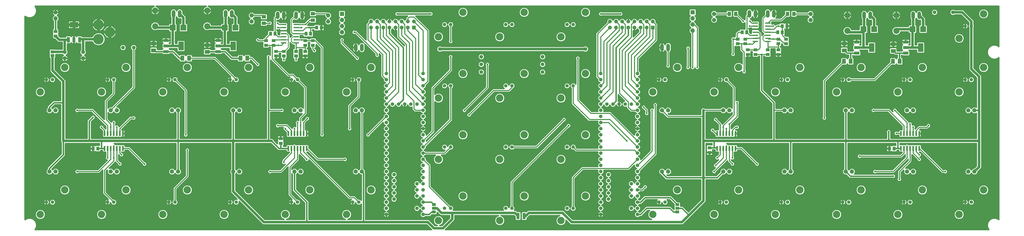
<source format=gbr>
G04 EAGLE Gerber RS-274X export*
G75*
%MOMM*%
%FSLAX34Y34*%
%LPD*%
%INBottom Copper*%
%IPPOS*%
%AMOC8*
5,1,8,0,0,1.08239X$1,22.5*%
G01*
%ADD10C,1.473200*%
%ADD11C,1.398000*%
%ADD12C,3.015000*%
%ADD13R,0.660400X2.032000*%
%ADD14P,1.814519X8X22.500000*%
%ADD15P,1.814519X8X202.500000*%
%ADD16P,1.732040X8X292.500000*%
%ADD17C,1.600200*%
%ADD18C,4.318000*%
%ADD19P,1.814519X8X112.500000*%
%ADD20R,1.500000X1.300000*%
%ADD21R,1.219200X2.235200*%
%ADD22R,3.600000X2.200000*%
%ADD23C,1.524000*%
%ADD24R,2.235200X1.219200*%
%ADD25R,2.200000X3.600000*%
%ADD26R,1.600000X2.000000*%
%ADD27R,2.400000X2.400000*%
%ADD28R,2.000000X1.600000*%
%ADD29R,2.200000X0.600000*%
%ADD30R,1.600000X1.300000*%
%ADD31R,1.300000X1.600000*%
%ADD32R,1.524000X1.524000*%
%ADD33P,1.649562X8X112.500000*%
%ADD34R,1.600200X1.168400*%
%ADD35R,1.800000X1.400000*%
%ADD36R,1.400000X1.800000*%
%ADD37R,1.270000X2.540000*%
%ADD38P,1.924489X8X202.500000*%
%ADD39R,1.778000X1.778000*%
%ADD40C,2.540000*%
%ADD41C,1.500000*%
%ADD42C,0.756400*%
%ADD43C,0.406400*%
%ADD44C,1.016000*%
%ADD45C,0.609600*%
%ADD46C,0.304800*%
%ADD47P,0.818720X8X22.500000*%

G36*
X1698225Y10164D02*
X1698225Y10164D01*
X1698263Y10162D01*
X1698471Y10184D01*
X1698679Y10201D01*
X1698716Y10210D01*
X1698753Y10214D01*
X1698955Y10269D01*
X1699157Y10319D01*
X1699192Y10334D01*
X1699229Y10345D01*
X1699419Y10432D01*
X1699611Y10514D01*
X1699643Y10534D01*
X1699678Y10550D01*
X1699851Y10667D01*
X1700027Y10779D01*
X1700055Y10804D01*
X1700087Y10826D01*
X1700239Y10969D01*
X1700395Y11108D01*
X1700419Y11137D01*
X1700446Y11163D01*
X1700574Y11329D01*
X1700705Y11492D01*
X1700723Y11525D01*
X1700747Y11555D01*
X1700845Y11739D01*
X1700949Y11920D01*
X1700962Y11956D01*
X1700980Y11990D01*
X1701048Y12187D01*
X1701120Y12383D01*
X1701128Y12420D01*
X1701140Y12456D01*
X1701175Y12663D01*
X1701215Y12867D01*
X1701216Y12905D01*
X1701222Y12943D01*
X1701224Y13152D01*
X1701230Y13360D01*
X1701225Y13398D01*
X1701226Y13436D01*
X1701193Y13643D01*
X1701166Y13849D01*
X1701155Y13886D01*
X1701149Y13923D01*
X1701084Y14122D01*
X1701023Y14321D01*
X1701007Y14356D01*
X1700995Y14392D01*
X1700898Y14577D01*
X1700806Y14765D01*
X1700784Y14796D01*
X1700767Y14830D01*
X1700709Y14902D01*
X1700521Y15167D01*
X1700400Y15289D01*
X1700342Y15363D01*
X1680275Y35429D01*
X1680189Y35503D01*
X1680108Y35584D01*
X1680001Y35662D01*
X1679900Y35748D01*
X1679802Y35807D01*
X1679709Y35874D01*
X1679591Y35934D01*
X1679477Y36003D01*
X1679371Y36045D01*
X1679269Y36097D01*
X1679142Y36137D01*
X1679019Y36186D01*
X1678908Y36211D01*
X1678798Y36245D01*
X1678705Y36255D01*
X1678537Y36293D01*
X1678213Y36311D01*
X1678121Y36321D01*
X1001683Y36321D01*
X998695Y37559D01*
X904060Y132194D01*
X903951Y132287D01*
X903849Y132386D01*
X903763Y132446D01*
X903684Y132514D01*
X903562Y132588D01*
X903445Y132669D01*
X903351Y132714D01*
X903261Y132768D01*
X903129Y132822D01*
X903000Y132883D01*
X902900Y132913D01*
X902803Y132952D01*
X902664Y132982D01*
X902527Y133023D01*
X902424Y133036D01*
X902322Y133058D01*
X902179Y133066D01*
X902038Y133084D01*
X901933Y133080D01*
X901829Y133086D01*
X901687Y133071D01*
X901545Y133066D01*
X901442Y133045D01*
X901338Y133034D01*
X901201Y132996D01*
X901061Y132968D01*
X900963Y132931D01*
X900863Y132903D01*
X900733Y132844D01*
X900600Y132793D01*
X900509Y132741D01*
X900414Y132697D01*
X900296Y132618D01*
X900173Y132546D01*
X900092Y132480D01*
X900005Y132422D01*
X899901Y132324D01*
X899791Y132234D01*
X899722Y132156D01*
X899645Y132084D01*
X899559Y131971D01*
X899464Y131864D01*
X899409Y131776D01*
X899345Y131693D01*
X899278Y131567D01*
X899202Y131446D01*
X899161Y131350D01*
X899112Y131258D01*
X899066Y131123D01*
X899010Y130992D01*
X898986Y130890D01*
X898952Y130791D01*
X898928Y130651D01*
X898895Y130512D01*
X898887Y130408D01*
X898869Y130305D01*
X898869Y130162D01*
X898858Y130020D01*
X898867Y129916D01*
X898866Y129812D01*
X898889Y129671D01*
X898901Y129529D01*
X898923Y129453D01*
X898943Y129324D01*
X899039Y129033D01*
X899039Y125003D01*
X897510Y121314D01*
X894686Y118490D01*
X890997Y116961D01*
X887003Y116961D01*
X883314Y118490D01*
X880490Y121314D01*
X878735Y125548D01*
X878667Y125682D01*
X878607Y125820D01*
X878554Y125901D01*
X878510Y125987D01*
X878421Y126108D01*
X878340Y126234D01*
X878275Y126306D01*
X878217Y126384D01*
X878110Y126489D01*
X878009Y126601D01*
X877934Y126661D01*
X877864Y126729D01*
X877741Y126815D01*
X877624Y126909D01*
X877540Y126956D01*
X877477Y127000D01*
X877586Y127077D01*
X877715Y127155D01*
X877788Y127218D01*
X877867Y127274D01*
X877975Y127379D01*
X878088Y127477D01*
X878151Y127551D01*
X878220Y127619D01*
X878309Y127740D01*
X878406Y127855D01*
X878441Y127919D01*
X878512Y128016D01*
X878731Y128443D01*
X878735Y128452D01*
X880490Y132686D01*
X883314Y135510D01*
X887003Y137039D01*
X891028Y137039D01*
X891142Y136993D01*
X891243Y136971D01*
X891343Y136939D01*
X891484Y136917D01*
X891623Y136886D01*
X891727Y136881D01*
X891831Y136865D01*
X891973Y136867D01*
X892116Y136859D01*
X892220Y136870D01*
X892324Y136871D01*
X892464Y136896D01*
X892606Y136911D01*
X892707Y136939D01*
X892810Y136957D01*
X892944Y137004D01*
X893082Y137042D01*
X893177Y137085D01*
X893276Y137120D01*
X893401Y137188D01*
X893530Y137247D01*
X893617Y137306D01*
X893709Y137356D01*
X893822Y137443D01*
X893940Y137523D01*
X894016Y137594D01*
X894098Y137658D01*
X894195Y137763D01*
X894299Y137861D01*
X894363Y137943D01*
X894434Y138020D01*
X894513Y138139D01*
X894600Y138252D01*
X894649Y138344D01*
X894707Y138431D01*
X894765Y138561D01*
X894833Y138687D01*
X894867Y138785D01*
X894910Y138881D01*
X894947Y139018D01*
X894993Y139153D01*
X895010Y139256D01*
X895037Y139357D01*
X895051Y139499D01*
X895075Y139640D01*
X895076Y139744D01*
X895086Y139848D01*
X895078Y139990D01*
X895078Y140133D01*
X895062Y140236D01*
X895056Y140341D01*
X895024Y140480D01*
X895002Y140620D01*
X894969Y140720D01*
X894946Y140822D01*
X894892Y140954D01*
X894848Y141089D01*
X894799Y141182D01*
X894760Y141278D01*
X894686Y141400D01*
X894620Y141527D01*
X894571Y141588D01*
X894503Y141699D01*
X894219Y142029D01*
X894194Y142060D01*
X869409Y166845D01*
X868171Y169833D01*
X868171Y244701D01*
X868162Y244815D01*
X868163Y244929D01*
X868142Y245061D01*
X868131Y245193D01*
X868104Y245304D01*
X868086Y245416D01*
X868045Y245543D01*
X868013Y245672D01*
X867968Y245776D01*
X867932Y245885D01*
X867870Y246003D01*
X867818Y246125D01*
X867757Y246221D01*
X867704Y246323D01*
X867645Y246396D01*
X867553Y246541D01*
X867364Y246753D01*
X867360Y246758D01*
X867350Y246768D01*
X867337Y246783D01*
X867279Y246856D01*
X864869Y249265D01*
X864869Y258735D01*
X867279Y261144D01*
X867353Y261231D01*
X867434Y261311D01*
X867512Y261419D01*
X867598Y261520D01*
X867657Y261618D01*
X867724Y261710D01*
X867784Y261829D01*
X867853Y261943D01*
X867895Y262049D01*
X867947Y262151D01*
X867987Y262277D01*
X868036Y262401D01*
X868061Y262512D01*
X868095Y262621D01*
X868105Y262715D01*
X868143Y262882D01*
X868161Y263207D01*
X868171Y263299D01*
X868171Y369824D01*
X868167Y369876D01*
X868167Y369888D01*
X868165Y369905D01*
X868167Y369976D01*
X868145Y370145D01*
X868131Y370316D01*
X868113Y370390D01*
X868103Y370465D01*
X868054Y370629D01*
X868013Y370795D01*
X867983Y370864D01*
X867961Y370938D01*
X867885Y371091D01*
X867818Y371248D01*
X867777Y371312D01*
X867744Y371381D01*
X867645Y371520D01*
X867553Y371664D01*
X867502Y371721D01*
X867458Y371783D01*
X867338Y371904D01*
X867224Y372032D01*
X867165Y372080D01*
X867111Y372134D01*
X866973Y372235D01*
X866840Y372342D01*
X866774Y372379D01*
X866713Y372424D01*
X866560Y372501D01*
X866412Y372586D01*
X866340Y372612D01*
X866272Y372647D01*
X866109Y372698D01*
X865949Y372757D01*
X865874Y372772D01*
X865802Y372795D01*
X865697Y372807D01*
X865465Y372852D01*
X865229Y372859D01*
X865124Y372871D01*
X656844Y372871D01*
X656768Y372865D01*
X656692Y372867D01*
X656523Y372845D01*
X656352Y372831D01*
X656278Y372813D01*
X656203Y372803D01*
X656039Y372754D01*
X655873Y372713D01*
X655804Y372683D01*
X655730Y372661D01*
X655577Y372585D01*
X655420Y372518D01*
X655356Y372477D01*
X655287Y372444D01*
X655148Y372345D01*
X655004Y372253D01*
X654947Y372202D01*
X654885Y372158D01*
X654764Y372038D01*
X654636Y371924D01*
X654588Y371865D01*
X654534Y371811D01*
X654433Y371673D01*
X654326Y371540D01*
X654289Y371474D01*
X654244Y371413D01*
X654167Y371260D01*
X654082Y371112D01*
X654056Y371040D01*
X654021Y370972D01*
X653970Y370809D01*
X653911Y370649D01*
X653896Y370574D01*
X653873Y370502D01*
X653861Y370397D01*
X653816Y370165D01*
X653809Y369929D01*
X653797Y369824D01*
X653797Y265331D01*
X653806Y265217D01*
X653805Y265103D01*
X653826Y264971D01*
X653837Y264839D01*
X653864Y264728D01*
X653882Y264616D01*
X653923Y264489D01*
X653955Y264360D01*
X654000Y264256D01*
X654036Y264147D01*
X654098Y264029D01*
X654150Y263907D01*
X654211Y263811D01*
X654264Y263709D01*
X654323Y263636D01*
X654415Y263491D01*
X654631Y263249D01*
X654689Y263176D01*
X659131Y258735D01*
X659131Y249265D01*
X652435Y242569D01*
X642965Y242569D01*
X637155Y248380D01*
X637097Y248429D01*
X637045Y248485D01*
X636909Y248589D01*
X636779Y248699D01*
X636713Y248739D01*
X636653Y248785D01*
X636503Y248866D01*
X636356Y248954D01*
X636286Y248982D01*
X636218Y249018D01*
X636057Y249074D01*
X635898Y249137D01*
X635824Y249153D01*
X635752Y249178D01*
X635583Y249207D01*
X635417Y249244D01*
X635340Y249248D01*
X635265Y249261D01*
X635094Y249262D01*
X634924Y249271D01*
X634848Y249263D01*
X634772Y249264D01*
X634603Y249237D01*
X634433Y249219D01*
X634360Y249199D01*
X634285Y249187D01*
X634122Y249134D01*
X633958Y249088D01*
X633888Y249057D01*
X633816Y249033D01*
X633665Y248954D01*
X633509Y248883D01*
X633446Y248840D01*
X633378Y248805D01*
X633296Y248739D01*
X633100Y248607D01*
X632927Y248445D01*
X632845Y248380D01*
X627035Y242569D01*
X617565Y242569D01*
X610869Y249265D01*
X610869Y258735D01*
X617565Y265431D01*
X627035Y265431D01*
X632845Y259620D01*
X632903Y259571D01*
X632956Y259515D01*
X633091Y259411D01*
X633221Y259301D01*
X633287Y259261D01*
X633347Y259215D01*
X633497Y259135D01*
X633644Y259046D01*
X633715Y259018D01*
X633782Y258982D01*
X633943Y258926D01*
X634102Y258863D01*
X634176Y258847D01*
X634248Y258822D01*
X634417Y258793D01*
X634584Y258756D01*
X634660Y258752D01*
X634735Y258739D01*
X634906Y258738D01*
X635076Y258729D01*
X635152Y258737D01*
X635228Y258736D01*
X635397Y258763D01*
X635567Y258781D01*
X635640Y258801D01*
X635715Y258813D01*
X635878Y258866D01*
X636042Y258912D01*
X636112Y258943D01*
X636184Y258967D01*
X636335Y259046D01*
X636491Y259117D01*
X636554Y259160D01*
X636622Y259195D01*
X636704Y259261D01*
X636900Y259393D01*
X637072Y259555D01*
X637155Y259620D01*
X640711Y263176D01*
X640785Y263263D01*
X640866Y263343D01*
X640944Y263451D01*
X641030Y263552D01*
X641089Y263650D01*
X641156Y263742D01*
X641216Y263861D01*
X641285Y263975D01*
X641327Y264081D01*
X641379Y264183D01*
X641419Y264310D01*
X641468Y264433D01*
X641493Y264544D01*
X641527Y264653D01*
X641537Y264747D01*
X641575Y264914D01*
X641593Y265239D01*
X641603Y265331D01*
X641603Y369824D01*
X641599Y369876D01*
X641599Y369888D01*
X641597Y369905D01*
X641599Y369976D01*
X641577Y370145D01*
X641563Y370316D01*
X641545Y370390D01*
X641535Y370465D01*
X641486Y370629D01*
X641445Y370795D01*
X641415Y370864D01*
X641393Y370938D01*
X641317Y371091D01*
X641250Y371248D01*
X641209Y371312D01*
X641176Y371381D01*
X641077Y371520D01*
X640985Y371664D01*
X640934Y371721D01*
X640890Y371783D01*
X640770Y371904D01*
X640656Y372032D01*
X640597Y372080D01*
X640543Y372134D01*
X640405Y372235D01*
X640272Y372342D01*
X640206Y372379D01*
X640145Y372424D01*
X639992Y372501D01*
X639844Y372586D01*
X639772Y372612D01*
X639704Y372647D01*
X639541Y372698D01*
X639381Y372757D01*
X639306Y372772D01*
X639234Y372795D01*
X639129Y372807D01*
X638897Y372852D01*
X638661Y372859D01*
X638556Y372871D01*
X383230Y372871D01*
X383088Y372860D01*
X382945Y372858D01*
X382842Y372840D01*
X382738Y372831D01*
X382600Y372797D01*
X382459Y372772D01*
X382361Y372738D01*
X382259Y372713D01*
X382128Y372656D01*
X381994Y372609D01*
X381902Y372559D01*
X381806Y372518D01*
X381686Y372442D01*
X381561Y372373D01*
X381478Y372309D01*
X381390Y372253D01*
X381284Y372158D01*
X381171Y372071D01*
X381100Y371994D01*
X381022Y371924D01*
X380932Y371813D01*
X380835Y371709D01*
X380778Y371622D01*
X380712Y371540D01*
X380642Y371417D01*
X380563Y371298D01*
X380520Y371203D01*
X380468Y371112D01*
X380418Y370978D01*
X380360Y370848D01*
X380333Y370747D01*
X380296Y370649D01*
X380269Y370509D01*
X380232Y370372D01*
X380222Y370267D01*
X380202Y370165D01*
X380197Y370023D01*
X380183Y369881D01*
X380190Y369776D01*
X380186Y369672D01*
X380205Y369531D01*
X380214Y369388D01*
X380237Y369287D01*
X380251Y369183D01*
X380292Y369046D01*
X380324Y368907D01*
X380363Y368811D01*
X380393Y368711D01*
X380456Y368582D01*
X380510Y368450D01*
X380564Y368361D01*
X380610Y368267D01*
X380693Y368151D01*
X380767Y368030D01*
X380835Y367950D01*
X380896Y367865D01*
X380996Y367764D01*
X381089Y367656D01*
X381169Y367588D01*
X381242Y367514D01*
X381358Y367430D01*
X381467Y367339D01*
X381535Y367301D01*
X381641Y367224D01*
X382028Y367028D01*
X382064Y367009D01*
X383878Y366257D01*
X385317Y364818D01*
X385338Y364764D01*
X385423Y364616D01*
X385501Y364464D01*
X385547Y364403D01*
X385585Y364336D01*
X385693Y364204D01*
X385794Y364067D01*
X385849Y364014D01*
X385897Y363955D01*
X386025Y363842D01*
X386147Y363722D01*
X386210Y363679D01*
X386267Y363628D01*
X386412Y363537D01*
X386551Y363439D01*
X386620Y363406D01*
X386685Y363366D01*
X386842Y363299D01*
X386996Y363225D01*
X387069Y363204D01*
X387139Y363174D01*
X387305Y363134D01*
X387469Y363086D01*
X387545Y363076D01*
X387619Y363058D01*
X387789Y363046D01*
X387959Y363025D01*
X388035Y363027D01*
X388111Y363022D01*
X388281Y363037D01*
X388452Y363043D01*
X388526Y363058D01*
X388602Y363065D01*
X388704Y363094D01*
X388935Y363141D01*
X389156Y363224D01*
X389258Y363254D01*
X389792Y363475D01*
X397608Y363475D01*
X398884Y362946D01*
X398993Y362911D01*
X399098Y362867D01*
X399227Y362836D01*
X399353Y362795D01*
X399466Y362778D01*
X399577Y362751D01*
X399710Y362741D01*
X399841Y362722D01*
X399955Y362723D01*
X400069Y362715D01*
X400202Y362726D01*
X400335Y362728D01*
X400447Y362748D01*
X400561Y362758D01*
X400651Y362784D01*
X400820Y362813D01*
X401127Y362921D01*
X401216Y362946D01*
X402492Y363475D01*
X410308Y363475D01*
X411584Y362946D01*
X411693Y362911D01*
X411798Y362867D01*
X411927Y362836D01*
X412053Y362795D01*
X412166Y362778D01*
X412277Y362751D01*
X412410Y362741D01*
X412541Y362722D01*
X412655Y362723D01*
X412769Y362715D01*
X412902Y362726D01*
X413035Y362728D01*
X413147Y362748D01*
X413261Y362758D01*
X413351Y362784D01*
X413520Y362813D01*
X413827Y362921D01*
X413916Y362946D01*
X415192Y363475D01*
X423008Y363475D01*
X424129Y363011D01*
X424987Y362153D01*
X425451Y361032D01*
X425451Y358394D01*
X425457Y358318D01*
X425455Y358242D01*
X425477Y358073D01*
X425491Y357902D01*
X425509Y357828D01*
X425519Y357753D01*
X425568Y357589D01*
X425609Y357423D01*
X425639Y357354D01*
X425661Y357280D01*
X425737Y357127D01*
X425804Y356970D01*
X425845Y356906D01*
X425878Y356837D01*
X425977Y356698D01*
X426069Y356554D01*
X426120Y356497D01*
X426164Y356435D01*
X426284Y356314D01*
X426398Y356186D01*
X426457Y356138D01*
X426511Y356084D01*
X426649Y355983D01*
X426782Y355876D01*
X426848Y355839D01*
X426909Y355794D01*
X427062Y355717D01*
X427210Y355632D01*
X427282Y355606D01*
X427350Y355571D01*
X427513Y355520D01*
X427673Y355461D01*
X427748Y355446D01*
X427820Y355423D01*
X427925Y355411D01*
X428157Y355366D01*
X428393Y355359D01*
X428498Y355347D01*
X444495Y355347D01*
X446362Y354573D01*
X508097Y292838D01*
X508184Y292764D01*
X508264Y292683D01*
X508372Y292605D01*
X508473Y292519D01*
X508571Y292460D01*
X508663Y292393D01*
X508781Y292333D01*
X508895Y292264D01*
X509002Y292222D01*
X509103Y292170D01*
X509230Y292130D01*
X509354Y292081D01*
X509465Y292056D01*
X509574Y292022D01*
X509667Y292012D01*
X509835Y291974D01*
X509939Y291969D01*
X512504Y290906D01*
X514426Y288984D01*
X515466Y286474D01*
X515466Y283756D01*
X514426Y281246D01*
X512504Y279324D01*
X509994Y278284D01*
X507276Y278284D01*
X504766Y279324D01*
X502844Y281246D01*
X501783Y283808D01*
X501775Y283858D01*
X501764Y283990D01*
X501737Y284101D01*
X501719Y284214D01*
X501678Y284340D01*
X501646Y284469D01*
X501601Y284574D01*
X501565Y284682D01*
X501503Y284800D01*
X501451Y284922D01*
X501390Y285018D01*
X501337Y285120D01*
X501278Y285193D01*
X501186Y285338D01*
X500970Y285580D01*
X500912Y285653D01*
X442272Y344293D01*
X442185Y344367D01*
X442105Y344448D01*
X441997Y344526D01*
X441896Y344612D01*
X441798Y344671D01*
X441706Y344738D01*
X441588Y344798D01*
X441474Y344867D01*
X441367Y344909D01*
X441266Y344961D01*
X441139Y345001D01*
X441015Y345050D01*
X440904Y345075D01*
X440795Y345109D01*
X440702Y345119D01*
X440534Y345157D01*
X440210Y345175D01*
X440117Y345185D01*
X428498Y345185D01*
X428422Y345179D01*
X428346Y345181D01*
X428177Y345159D01*
X428006Y345145D01*
X427932Y345127D01*
X427857Y345117D01*
X427693Y345068D01*
X427527Y345027D01*
X427458Y344997D01*
X427384Y344975D01*
X427231Y344899D01*
X427074Y344832D01*
X427010Y344791D01*
X426941Y344758D01*
X426802Y344659D01*
X426658Y344567D01*
X426601Y344516D01*
X426539Y344472D01*
X426418Y344352D01*
X426290Y344238D01*
X426242Y344179D01*
X426188Y344125D01*
X426087Y343987D01*
X425980Y343854D01*
X425943Y343788D01*
X425898Y343727D01*
X425821Y343574D01*
X425736Y343426D01*
X425710Y343354D01*
X425675Y343286D01*
X425624Y343123D01*
X425565Y342963D01*
X425550Y342888D01*
X425527Y342816D01*
X425515Y342711D01*
X425470Y342479D01*
X425463Y342243D01*
X425451Y342138D01*
X425451Y339500D01*
X424987Y338379D01*
X424129Y337521D01*
X423008Y337057D01*
X414893Y337057D01*
X414869Y337062D01*
X414803Y337064D01*
X414738Y337074D01*
X414556Y337072D01*
X414376Y337077D01*
X414311Y337069D01*
X414244Y337068D01*
X414066Y337036D01*
X413887Y337013D01*
X413824Y336994D01*
X413759Y336982D01*
X413588Y336923D01*
X413414Y336870D01*
X413355Y336841D01*
X413293Y336820D01*
X413134Y336733D01*
X412971Y336653D01*
X412918Y336615D01*
X412859Y336584D01*
X412716Y336473D01*
X412569Y336368D01*
X412522Y336322D01*
X412470Y336281D01*
X412347Y336148D01*
X412218Y336021D01*
X412179Y335968D01*
X412134Y335919D01*
X412034Y335769D01*
X411928Y335623D01*
X411898Y335564D01*
X411861Y335509D01*
X411787Y335343D01*
X411705Y335182D01*
X411685Y335119D01*
X411658Y335059D01*
X411612Y334884D01*
X411557Y334712D01*
X411551Y334659D01*
X411531Y334582D01*
X411481Y334092D01*
X411483Y334057D01*
X411481Y334034D01*
X411481Y333728D01*
X411487Y333652D01*
X411485Y333576D01*
X411507Y333407D01*
X411521Y333236D01*
X411539Y333162D01*
X411549Y333087D01*
X411598Y332923D01*
X411639Y332757D01*
X411669Y332688D01*
X411691Y332614D01*
X411767Y332461D01*
X411834Y332304D01*
X411875Y332240D01*
X411908Y332171D01*
X412007Y332032D01*
X412099Y331888D01*
X412150Y331831D01*
X412194Y331769D01*
X412314Y331648D01*
X412428Y331520D01*
X412487Y331472D01*
X412541Y331418D01*
X412679Y331317D01*
X412812Y331210D01*
X412878Y331173D01*
X412939Y331128D01*
X413092Y331051D01*
X413240Y330966D01*
X413312Y330940D01*
X413380Y330905D01*
X413543Y330854D01*
X413703Y330795D01*
X413778Y330780D01*
X413850Y330757D01*
X413952Y330746D01*
X416619Y329641D01*
X418541Y327719D01*
X419581Y325209D01*
X419581Y322491D01*
X418541Y319981D01*
X416619Y318059D01*
X414109Y317019D01*
X411391Y317019D01*
X408881Y318059D01*
X406959Y319981D01*
X405898Y322543D01*
X405890Y322593D01*
X405879Y322725D01*
X405852Y322836D01*
X405834Y322949D01*
X405793Y323075D01*
X405761Y323204D01*
X405716Y323309D01*
X405680Y323417D01*
X405619Y323535D01*
X405566Y323657D01*
X405505Y323753D01*
X405452Y323855D01*
X405393Y323928D01*
X405301Y324073D01*
X405085Y324315D01*
X405027Y324388D01*
X403983Y325432D01*
X403954Y325457D01*
X403928Y325485D01*
X403766Y325616D01*
X403607Y325751D01*
X403574Y325771D01*
X403544Y325795D01*
X403363Y325898D01*
X403184Y326006D01*
X403149Y326020D01*
X403116Y326039D01*
X402920Y326112D01*
X402726Y326189D01*
X402689Y326197D01*
X402653Y326211D01*
X402449Y326251D01*
X402245Y326296D01*
X402206Y326298D01*
X402169Y326305D01*
X401961Y326312D01*
X401752Y326324D01*
X401714Y326320D01*
X401676Y326321D01*
X401470Y326294D01*
X401261Y326271D01*
X401225Y326261D01*
X401187Y326256D01*
X400987Y326196D01*
X400786Y326141D01*
X400751Y326125D01*
X400714Y326114D01*
X400527Y326022D01*
X400337Y325935D01*
X400306Y325914D01*
X400271Y325897D01*
X400101Y325776D01*
X399928Y325660D01*
X399900Y325634D01*
X399869Y325611D01*
X399721Y325465D01*
X399568Y325322D01*
X399545Y325292D01*
X399518Y325265D01*
X399395Y325096D01*
X399268Y324930D01*
X399250Y324897D01*
X399228Y324866D01*
X399134Y324680D01*
X399035Y324496D01*
X399023Y324460D01*
X399005Y324426D01*
X398942Y324226D01*
X398875Y324029D01*
X398869Y323992D01*
X398857Y323955D01*
X398847Y323862D01*
X398792Y323543D01*
X398791Y323371D01*
X398781Y323277D01*
X398781Y301817D01*
X398790Y301703D01*
X398789Y301589D01*
X398810Y301457D01*
X398821Y301325D01*
X398848Y301214D01*
X398866Y301101D01*
X398907Y300975D01*
X398939Y300846D01*
X398984Y300741D01*
X399020Y300633D01*
X399082Y300515D01*
X399134Y300393D01*
X399195Y300297D01*
X399248Y300195D01*
X399307Y300122D01*
X399399Y299977D01*
X399615Y299735D01*
X399673Y299662D01*
X405862Y293473D01*
X405949Y293399D01*
X406029Y293318D01*
X406137Y293240D01*
X406238Y293154D01*
X406336Y293095D01*
X406428Y293028D01*
X406546Y292968D01*
X406660Y292899D01*
X406767Y292857D01*
X406868Y292805D01*
X406995Y292765D01*
X407119Y292716D01*
X407230Y292691D01*
X407339Y292657D01*
X407432Y292647D01*
X407600Y292609D01*
X407704Y292604D01*
X410269Y291541D01*
X412191Y289619D01*
X413231Y287109D01*
X413231Y284391D01*
X412191Y281881D01*
X410269Y279959D01*
X407759Y278919D01*
X405041Y278919D01*
X402531Y279959D01*
X400609Y281881D01*
X399548Y284443D01*
X399540Y284493D01*
X399529Y284625D01*
X399502Y284736D01*
X399484Y284849D01*
X399443Y284975D01*
X399411Y285104D01*
X399366Y285209D01*
X399330Y285317D01*
X399268Y285435D01*
X399216Y285557D01*
X399155Y285653D01*
X399102Y285755D01*
X399043Y285828D01*
X398951Y285973D01*
X398735Y286215D01*
X398677Y286288D01*
X389505Y295460D01*
X389447Y295509D01*
X389394Y295565D01*
X389259Y295669D01*
X389129Y295779D01*
X389063Y295819D01*
X389003Y295865D01*
X388853Y295946D01*
X388706Y296034D01*
X388635Y296062D01*
X388568Y296098D01*
X388407Y296154D01*
X388248Y296217D01*
X388174Y296234D01*
X388102Y296258D01*
X387933Y296287D01*
X387766Y296324D01*
X387690Y296328D01*
X387615Y296341D01*
X387444Y296342D01*
X387274Y296352D01*
X387198Y296344D01*
X387122Y296344D01*
X386953Y296317D01*
X386783Y296299D01*
X386710Y296279D01*
X386635Y296267D01*
X386472Y296214D01*
X386308Y296169D01*
X386238Y296137D01*
X386166Y296113D01*
X386015Y296034D01*
X385859Y295963D01*
X385796Y295920D01*
X385728Y295885D01*
X385646Y295820D01*
X385450Y295688D01*
X385278Y295526D01*
X385195Y295460D01*
X360368Y270633D01*
X360343Y270604D01*
X360315Y270578D01*
X360184Y270416D01*
X360048Y270257D01*
X360029Y270224D01*
X360005Y270194D01*
X359902Y270014D01*
X359794Y269834D01*
X359780Y269799D01*
X359761Y269766D01*
X359688Y269570D01*
X359611Y269376D01*
X359603Y269339D01*
X359589Y269303D01*
X359549Y269098D01*
X359504Y268894D01*
X359502Y268856D01*
X359495Y268819D01*
X359488Y268611D01*
X359476Y268402D01*
X359480Y268364D01*
X359479Y268326D01*
X359506Y268119D01*
X359529Y267911D01*
X359539Y267875D01*
X359544Y267837D01*
X359604Y267637D01*
X359659Y267436D01*
X359675Y267401D01*
X359686Y267364D01*
X359778Y267177D01*
X359865Y266987D01*
X359886Y266955D01*
X359903Y266921D01*
X360024Y266751D01*
X360140Y266578D01*
X360166Y266550D01*
X360189Y266519D01*
X360335Y266370D01*
X360478Y266218D01*
X360508Y266195D01*
X360535Y266168D01*
X360704Y266045D01*
X360870Y265918D01*
X360903Y265900D01*
X360934Y265878D01*
X361120Y265784D01*
X361304Y265685D01*
X361340Y265673D01*
X361374Y265655D01*
X361573Y265593D01*
X361771Y265525D01*
X361809Y265519D01*
X361845Y265507D01*
X361937Y265497D01*
X362257Y265442D01*
X362429Y265441D01*
X362523Y265431D01*
X373035Y265431D01*
X378845Y259620D01*
X378903Y259571D01*
X378955Y259515D01*
X379091Y259411D01*
X379221Y259301D01*
X379287Y259261D01*
X379347Y259215D01*
X379497Y259134D01*
X379644Y259046D01*
X379714Y259018D01*
X379782Y258982D01*
X379943Y258926D01*
X380102Y258863D01*
X380176Y258847D01*
X380248Y258822D01*
X380417Y258793D01*
X380583Y258756D01*
X380660Y258752D01*
X380735Y258739D01*
X380906Y258738D01*
X381076Y258729D01*
X381152Y258737D01*
X381228Y258736D01*
X381397Y258763D01*
X381567Y258781D01*
X381640Y258801D01*
X381715Y258813D01*
X381878Y258866D01*
X382042Y258912D01*
X382112Y258943D01*
X382184Y258967D01*
X382335Y259046D01*
X382491Y259117D01*
X382554Y259160D01*
X382622Y259195D01*
X382704Y259261D01*
X382900Y259393D01*
X383073Y259555D01*
X383155Y259620D01*
X388965Y265431D01*
X398435Y265431D01*
X405131Y258735D01*
X405131Y249265D01*
X398435Y242569D01*
X388965Y242569D01*
X383155Y248380D01*
X383097Y248429D01*
X383044Y248485D01*
X382909Y248589D01*
X382779Y248699D01*
X382713Y248739D01*
X382653Y248785D01*
X382503Y248865D01*
X382356Y248954D01*
X382285Y248982D01*
X382218Y249018D01*
X382057Y249074D01*
X381898Y249137D01*
X381824Y249153D01*
X381752Y249178D01*
X381583Y249207D01*
X381416Y249244D01*
X381340Y249248D01*
X381265Y249261D01*
X381094Y249262D01*
X380924Y249271D01*
X380848Y249263D01*
X380772Y249264D01*
X380603Y249237D01*
X380433Y249219D01*
X380360Y249199D01*
X380285Y249187D01*
X380122Y249134D01*
X379958Y249088D01*
X379888Y249057D01*
X379816Y249033D01*
X379665Y248954D01*
X379509Y248883D01*
X379446Y248840D01*
X379378Y248805D01*
X379296Y248739D01*
X379100Y248607D01*
X378928Y248446D01*
X378845Y248380D01*
X373035Y242569D01*
X363565Y242569D01*
X356869Y249265D01*
X356869Y259777D01*
X356866Y259815D01*
X356868Y259853D01*
X356846Y260061D01*
X356829Y260269D01*
X356820Y260306D01*
X356816Y260344D01*
X356761Y260545D01*
X356711Y260748D01*
X356696Y260783D01*
X356685Y260820D01*
X356598Y261010D01*
X356516Y261201D01*
X356496Y261234D01*
X356480Y261268D01*
X356363Y261441D01*
X356251Y261617D01*
X356226Y261646D01*
X356204Y261677D01*
X356061Y261830D01*
X355922Y261985D01*
X355893Y262009D01*
X355867Y262037D01*
X355700Y262164D01*
X355538Y262295D01*
X355506Y262314D01*
X355475Y262337D01*
X355291Y262436D01*
X355110Y262539D01*
X355074Y262552D01*
X355040Y262570D01*
X354843Y262638D01*
X354647Y262711D01*
X354610Y262718D01*
X354574Y262730D01*
X354367Y262765D01*
X354163Y262805D01*
X354125Y262807D01*
X354087Y262813D01*
X353878Y262814D01*
X353670Y262821D01*
X353632Y262816D01*
X353594Y262816D01*
X353387Y262784D01*
X353181Y262756D01*
X353144Y262745D01*
X353107Y262739D01*
X352908Y262674D01*
X352709Y262614D01*
X352674Y262597D01*
X352638Y262585D01*
X352453Y262489D01*
X352265Y262397D01*
X352234Y262375D01*
X352200Y262357D01*
X352128Y262299D01*
X351863Y262111D01*
X351741Y261991D01*
X351667Y261932D01*
X348873Y259138D01*
X348850Y259111D01*
X348825Y259088D01*
X348777Y259029D01*
X348718Y258971D01*
X348640Y258863D01*
X348554Y258762D01*
X348532Y258725D01*
X348515Y258704D01*
X348482Y258646D01*
X348428Y258572D01*
X348368Y258453D01*
X348299Y258339D01*
X348280Y258292D01*
X348271Y258276D01*
X348251Y258221D01*
X348205Y258132D01*
X348165Y258005D01*
X348116Y257881D01*
X348103Y257824D01*
X348099Y257813D01*
X348090Y257765D01*
X348057Y257661D01*
X348047Y257568D01*
X348009Y257400D01*
X348006Y257335D01*
X348005Y257329D01*
X348004Y257298D01*
X347991Y257076D01*
X347981Y256983D01*
X347981Y168467D01*
X347990Y168353D01*
X347989Y168239D01*
X348010Y168107D01*
X348021Y167975D01*
X348048Y167864D01*
X348066Y167751D01*
X348107Y167625D01*
X348139Y167496D01*
X348184Y167391D01*
X348220Y167283D01*
X348282Y167165D01*
X348334Y167043D01*
X348395Y166947D01*
X348448Y166845D01*
X348507Y166772D01*
X348599Y166627D01*
X348815Y166385D01*
X348873Y166312D01*
X377254Y137931D01*
X377341Y137857D01*
X377421Y137776D01*
X377529Y137698D01*
X377630Y137612D01*
X377728Y137553D01*
X377820Y137486D01*
X377938Y137426D01*
X378052Y137357D01*
X378159Y137315D01*
X378260Y137263D01*
X378387Y137223D01*
X378511Y137174D01*
X378622Y137149D01*
X378731Y137115D01*
X378824Y137105D01*
X378992Y137067D01*
X379316Y137049D01*
X379409Y137039D01*
X382997Y137039D01*
X386686Y135510D01*
X389510Y132686D01*
X391039Y128997D01*
X391039Y125003D01*
X389510Y121314D01*
X386686Y118490D01*
X382997Y116961D01*
X379003Y116961D01*
X375314Y118490D01*
X372490Y121313D01*
X370735Y125548D01*
X370667Y125682D01*
X370607Y125820D01*
X370555Y125901D01*
X370510Y125987D01*
X370421Y126108D01*
X370340Y126234D01*
X370275Y126306D01*
X370217Y126384D01*
X370110Y126489D01*
X370009Y126601D01*
X369934Y126661D01*
X369864Y126729D01*
X369741Y126815D01*
X369624Y126909D01*
X369540Y126956D01*
X369460Y127012D01*
X369325Y127077D01*
X369194Y127151D01*
X369103Y127184D01*
X369016Y127226D01*
X368872Y127268D01*
X368731Y127320D01*
X368635Y127338D01*
X368542Y127365D01*
X368393Y127384D01*
X368246Y127412D01*
X368149Y127415D01*
X368053Y127427D01*
X367903Y127421D01*
X367753Y127425D01*
X367657Y127412D01*
X367560Y127408D01*
X367413Y127378D01*
X367264Y127358D01*
X367171Y127330D01*
X367076Y127310D01*
X366936Y127257D01*
X366792Y127213D01*
X366706Y127170D01*
X366615Y127136D01*
X366485Y127061D01*
X366350Y126994D01*
X366272Y126938D01*
X366188Y126889D01*
X366072Y126794D01*
X365949Y126707D01*
X365881Y126638D01*
X365806Y126577D01*
X365706Y126464D01*
X365600Y126358D01*
X365544Y126279D01*
X365480Y126207D01*
X365400Y126080D01*
X365312Y125958D01*
X365269Y125871D01*
X365217Y125789D01*
X365159Y125651D01*
X365092Y125516D01*
X365072Y125445D01*
X365025Y125334D01*
X364913Y124868D01*
X364910Y124859D01*
X364896Y124768D01*
X364432Y123341D01*
X363751Y122005D01*
X362870Y120791D01*
X361809Y119730D01*
X360595Y118849D01*
X359259Y118168D01*
X358647Y117969D01*
X358647Y127000D01*
X358647Y136968D01*
X358661Y136977D01*
X358843Y137095D01*
X358866Y137115D01*
X358891Y137132D01*
X359048Y137280D01*
X359209Y137425D01*
X359228Y137449D01*
X359250Y137470D01*
X359382Y137642D01*
X359517Y137811D01*
X359532Y137837D01*
X359551Y137861D01*
X359653Y138052D01*
X359759Y138241D01*
X359769Y138269D01*
X359784Y138296D01*
X359854Y138501D01*
X359928Y138704D01*
X359934Y138734D01*
X359944Y138763D01*
X359980Y138976D01*
X360021Y139189D01*
X360021Y139219D01*
X360027Y139249D01*
X360028Y139466D01*
X360033Y139682D01*
X360029Y139712D01*
X360030Y139742D01*
X359996Y139957D01*
X359967Y140171D01*
X359958Y140200D01*
X359953Y140230D01*
X359885Y140436D01*
X359822Y140642D01*
X359808Y140669D01*
X359799Y140698D01*
X359699Y140891D01*
X359603Y141084D01*
X359585Y141109D01*
X359571Y141136D01*
X359518Y141202D01*
X359315Y141485D01*
X359202Y141599D01*
X359146Y141669D01*
X338593Y162222D01*
X337819Y164089D01*
X337819Y259777D01*
X337816Y259815D01*
X337818Y259853D01*
X337796Y260061D01*
X337779Y260269D01*
X337770Y260306D01*
X337766Y260344D01*
X337711Y260545D01*
X337661Y260748D01*
X337646Y260783D01*
X337635Y260820D01*
X337548Y261010D01*
X337466Y261201D01*
X337446Y261233D01*
X337430Y261268D01*
X337313Y261442D01*
X337201Y261617D01*
X337176Y261646D01*
X337154Y261677D01*
X337011Y261829D01*
X336872Y261985D01*
X336843Y262009D01*
X336817Y262037D01*
X336651Y262164D01*
X336488Y262295D01*
X336455Y262314D01*
X336425Y262337D01*
X336241Y262436D01*
X336060Y262539D01*
X336024Y262552D01*
X335990Y262570D01*
X335793Y262638D01*
X335597Y262711D01*
X335560Y262718D01*
X335524Y262730D01*
X335317Y262765D01*
X335113Y262805D01*
X335075Y262807D01*
X335037Y262813D01*
X334828Y262814D01*
X334620Y262821D01*
X334582Y262816D01*
X334544Y262816D01*
X334337Y262784D01*
X334131Y262756D01*
X334094Y262745D01*
X334057Y262739D01*
X333858Y262674D01*
X333659Y262614D01*
X333624Y262597D01*
X333588Y262585D01*
X333403Y262489D01*
X333215Y262397D01*
X333184Y262375D01*
X333150Y262357D01*
X333078Y262299D01*
X332813Y262111D01*
X332691Y261991D01*
X332617Y261932D01*
X320378Y249693D01*
X318511Y248919D01*
X234442Y248919D01*
X234328Y248910D01*
X234214Y248911D01*
X234082Y248890D01*
X233950Y248879D01*
X233839Y248852D01*
X233726Y248834D01*
X233600Y248793D01*
X233471Y248761D01*
X233366Y248716D01*
X233258Y248680D01*
X233140Y248618D01*
X233018Y248566D01*
X232921Y248505D01*
X232820Y248452D01*
X232746Y248393D01*
X232602Y248301D01*
X232524Y248232D01*
X229959Y247169D01*
X227241Y247169D01*
X224731Y248209D01*
X222809Y250131D01*
X221769Y252641D01*
X221769Y255359D01*
X222809Y257869D01*
X224731Y259791D01*
X227241Y260831D01*
X229959Y260831D01*
X232521Y259769D01*
X232561Y259740D01*
X232663Y259654D01*
X232761Y259595D01*
X232853Y259528D01*
X232971Y259468D01*
X233085Y259399D01*
X233192Y259357D01*
X233293Y259305D01*
X233420Y259265D01*
X233543Y259216D01*
X233655Y259191D01*
X233764Y259157D01*
X233857Y259147D01*
X234025Y259109D01*
X234349Y259091D01*
X234442Y259081D01*
X314133Y259081D01*
X314247Y259090D01*
X314361Y259089D01*
X314493Y259110D01*
X314625Y259121D01*
X314736Y259148D01*
X314849Y259166D01*
X314975Y259207D01*
X315104Y259239D01*
X315209Y259284D01*
X315317Y259320D01*
X315435Y259382D01*
X315557Y259434D01*
X315653Y259495D01*
X315755Y259548D01*
X315828Y259607D01*
X315973Y259699D01*
X316215Y259915D01*
X316288Y259973D01*
X355537Y299222D01*
X355654Y299360D01*
X355776Y299492D01*
X355813Y299547D01*
X355856Y299598D01*
X355950Y299753D01*
X356049Y299903D01*
X356077Y299964D01*
X356111Y300021D01*
X356178Y300188D01*
X356252Y300353D01*
X356269Y300417D01*
X356294Y300479D01*
X356333Y300655D01*
X356380Y300829D01*
X356386Y300895D01*
X356401Y300960D01*
X356411Y301141D01*
X356429Y301320D01*
X356425Y301386D01*
X356428Y301453D01*
X356409Y301633D01*
X356398Y301812D01*
X356383Y301877D01*
X356376Y301943D01*
X356328Y302117D01*
X356288Y302293D01*
X356263Y302355D01*
X356246Y302419D01*
X356170Y302583D01*
X356102Y302750D01*
X356068Y302807D01*
X356040Y302868D01*
X355939Y303017D01*
X355845Y303171D01*
X355802Y303222D01*
X355764Y303277D01*
X355641Y303408D01*
X355523Y303545D01*
X355472Y303588D01*
X355427Y303636D01*
X355283Y303746D01*
X355145Y303862D01*
X355099Y303888D01*
X355035Y303937D01*
X354600Y304170D01*
X354569Y304181D01*
X354548Y304192D01*
X351731Y305359D01*
X349809Y307281D01*
X348769Y309791D01*
X348769Y312509D01*
X349831Y315071D01*
X349860Y315111D01*
X349946Y315213D01*
X350005Y315311D01*
X350072Y315403D01*
X350132Y315521D01*
X350201Y315635D01*
X350243Y315742D01*
X350295Y315843D01*
X350335Y315970D01*
X350384Y316093D01*
X350409Y316205D01*
X350443Y316314D01*
X350453Y316407D01*
X350491Y316575D01*
X350509Y316899D01*
X350519Y316992D01*
X350519Y334034D01*
X350505Y334214D01*
X350498Y334395D01*
X350485Y334460D01*
X350479Y334526D01*
X350436Y334701D01*
X350400Y334879D01*
X350376Y334940D01*
X350361Y335004D01*
X350289Y335170D01*
X350225Y335340D01*
X350192Y335397D01*
X350166Y335458D01*
X350069Y335610D01*
X349978Y335767D01*
X349936Y335818D01*
X349901Y335874D01*
X349780Y336009D01*
X349666Y336149D01*
X349616Y336192D01*
X349572Y336242D01*
X349432Y336355D01*
X349296Y336475D01*
X349240Y336510D01*
X349188Y336552D01*
X349031Y336641D01*
X348878Y336737D01*
X348817Y336763D01*
X348760Y336796D01*
X348590Y336859D01*
X348423Y336929D01*
X348359Y336944D01*
X348297Y336967D01*
X348120Y337002D01*
X347944Y337044D01*
X347878Y337049D01*
X347813Y337062D01*
X347633Y337068D01*
X347452Y337081D01*
X347386Y337075D01*
X347320Y337077D01*
X347168Y337057D01*
X338992Y337057D01*
X337871Y337521D01*
X337013Y338379D01*
X336549Y339500D01*
X336549Y341122D01*
X336543Y341198D01*
X336545Y341274D01*
X336523Y341443D01*
X336509Y341614D01*
X336491Y341688D01*
X336481Y341763D01*
X336432Y341927D01*
X336391Y342093D01*
X336361Y342162D01*
X336339Y342236D01*
X336263Y342389D01*
X336196Y342546D01*
X336155Y342610D01*
X336122Y342679D01*
X336023Y342818D01*
X335931Y342962D01*
X335880Y343019D01*
X335836Y343081D01*
X335716Y343202D01*
X335602Y343330D01*
X335543Y343378D01*
X335489Y343432D01*
X335351Y343533D01*
X335218Y343640D01*
X335152Y343677D01*
X335091Y343722D01*
X334938Y343799D01*
X334790Y343884D01*
X334718Y343910D01*
X334650Y343945D01*
X334487Y343996D01*
X334327Y344055D01*
X334252Y344070D01*
X334180Y344093D01*
X334075Y344105D01*
X333843Y344150D01*
X333607Y344157D01*
X333502Y344169D01*
X327396Y344169D01*
X327320Y344163D01*
X327244Y344165D01*
X327075Y344143D01*
X326904Y344129D01*
X326830Y344111D01*
X326755Y344101D01*
X326591Y344052D01*
X326425Y344011D01*
X326356Y343981D01*
X326282Y343959D01*
X326129Y343883D01*
X325972Y343816D01*
X325908Y343775D01*
X325839Y343742D01*
X325700Y343643D01*
X325556Y343551D01*
X325499Y343500D01*
X325437Y343456D01*
X325316Y343336D01*
X325188Y343222D01*
X325140Y343163D01*
X325086Y343109D01*
X324985Y342971D01*
X324878Y342838D01*
X324841Y342772D01*
X324796Y342711D01*
X324719Y342558D01*
X324634Y342410D01*
X324608Y342338D01*
X324573Y342270D01*
X324522Y342107D01*
X324463Y341947D01*
X324448Y341872D01*
X324425Y341800D01*
X324413Y341695D01*
X324368Y341463D01*
X324361Y341227D01*
X324349Y341122D01*
X324349Y340644D01*
X323885Y339523D01*
X323027Y338665D01*
X321906Y338201D01*
X307694Y338201D01*
X306573Y338665D01*
X306518Y338721D01*
X306388Y338831D01*
X306263Y338949D01*
X306200Y338991D01*
X306142Y339040D01*
X305995Y339128D01*
X305853Y339224D01*
X305784Y339256D01*
X305719Y339295D01*
X305560Y339358D01*
X305405Y339430D01*
X305332Y339450D01*
X305261Y339478D01*
X305095Y339515D01*
X304929Y339560D01*
X304854Y339568D01*
X304780Y339585D01*
X304609Y339594D01*
X304439Y339612D01*
X304363Y339608D01*
X304287Y339612D01*
X304117Y339594D01*
X303946Y339585D01*
X303872Y339568D01*
X303796Y339560D01*
X303631Y339515D01*
X303464Y339478D01*
X303410Y339454D01*
X303321Y339429D01*
X302872Y339224D01*
X302854Y339211D01*
X302839Y339205D01*
X302281Y338882D01*
X301635Y338709D01*
X298049Y338709D01*
X298049Y349048D01*
X298043Y349124D01*
X298045Y349200D01*
X298035Y349277D01*
X298037Y349347D01*
X298049Y349452D01*
X298049Y359791D01*
X301635Y359791D01*
X302281Y359618D01*
X302839Y359295D01*
X302994Y359222D01*
X303145Y359141D01*
X303216Y359116D01*
X303285Y359084D01*
X303450Y359036D01*
X303611Y358981D01*
X303686Y358968D01*
X303759Y358947D01*
X303929Y358927D01*
X304098Y358898D01*
X304174Y358898D01*
X304249Y358889D01*
X304420Y358896D01*
X304591Y358895D01*
X304666Y358907D01*
X304742Y358910D01*
X304910Y358945D01*
X305078Y358972D01*
X305151Y358996D01*
X305225Y359011D01*
X305384Y359073D01*
X305547Y359126D01*
X305614Y359161D01*
X305685Y359189D01*
X305833Y359275D01*
X305985Y359354D01*
X306031Y359391D01*
X306111Y359438D01*
X306491Y359753D01*
X306505Y359769D01*
X306518Y359779D01*
X306573Y359835D01*
X307694Y360299D01*
X321056Y360299D01*
X321132Y360305D01*
X321208Y360303D01*
X321377Y360325D01*
X321548Y360339D01*
X321622Y360357D01*
X321697Y360367D01*
X321861Y360416D01*
X322027Y360457D01*
X322096Y360487D01*
X322170Y360509D01*
X322323Y360585D01*
X322480Y360652D01*
X322544Y360693D01*
X322613Y360726D01*
X322752Y360825D01*
X322896Y360917D01*
X322953Y360968D01*
X323015Y361012D01*
X323136Y361132D01*
X323264Y361246D01*
X323312Y361305D01*
X323366Y361359D01*
X323467Y361497D01*
X323574Y361630D01*
X323611Y361696D01*
X323656Y361757D01*
X323733Y361910D01*
X323818Y362058D01*
X323844Y362130D01*
X323879Y362198D01*
X323930Y362361D01*
X323989Y362521D01*
X324004Y362596D01*
X324027Y362668D01*
X324039Y362773D01*
X324084Y363005D01*
X324091Y363241D01*
X324103Y363346D01*
X324103Y369824D01*
X324099Y369876D01*
X324099Y369888D01*
X324097Y369905D01*
X324099Y369976D01*
X324077Y370145D01*
X324063Y370316D01*
X324045Y370390D01*
X324035Y370465D01*
X323986Y370629D01*
X323945Y370795D01*
X323915Y370864D01*
X323893Y370938D01*
X323817Y371091D01*
X323750Y371248D01*
X323709Y371312D01*
X323676Y371381D01*
X323577Y371520D01*
X323485Y371664D01*
X323434Y371721D01*
X323390Y371783D01*
X323270Y371904D01*
X323156Y372032D01*
X323097Y372080D01*
X323043Y372134D01*
X322905Y372235D01*
X322772Y372342D01*
X322706Y372379D01*
X322645Y372424D01*
X322492Y372501D01*
X322344Y372586D01*
X322272Y372612D01*
X322204Y372647D01*
X322041Y372698D01*
X321881Y372757D01*
X321806Y372772D01*
X321734Y372795D01*
X321629Y372807D01*
X321397Y372852D01*
X321161Y372859D01*
X321056Y372871D01*
X180594Y372871D01*
X180518Y372865D01*
X180442Y372867D01*
X180273Y372845D01*
X180102Y372831D01*
X180028Y372813D01*
X179953Y372803D01*
X179789Y372754D01*
X179623Y372713D01*
X179554Y372683D01*
X179480Y372661D01*
X179327Y372585D01*
X179170Y372518D01*
X179106Y372477D01*
X179037Y372444D01*
X178898Y372345D01*
X178754Y372253D01*
X178697Y372202D01*
X178635Y372158D01*
X178514Y372038D01*
X178386Y371924D01*
X178338Y371865D01*
X178284Y371811D01*
X178183Y371673D01*
X178076Y371540D01*
X178039Y371474D01*
X177994Y371413D01*
X177917Y371260D01*
X177832Y371112D01*
X177806Y371040D01*
X177771Y370972D01*
X177720Y370809D01*
X177661Y370649D01*
X177646Y370574D01*
X177623Y370502D01*
X177611Y370397D01*
X177566Y370165D01*
X177559Y369929D01*
X177547Y369824D01*
X177547Y322637D01*
X176619Y320396D01*
X122499Y266276D01*
X122449Y266218D01*
X122394Y266166D01*
X122290Y266031D01*
X122179Y265901D01*
X122140Y265835D01*
X122093Y265775D01*
X122013Y265625D01*
X121924Y265478D01*
X121896Y265407D01*
X121860Y265340D01*
X121805Y265178D01*
X121741Y265020D01*
X121725Y264946D01*
X121700Y264873D01*
X121672Y264705D01*
X121635Y264538D01*
X121630Y264462D01*
X121618Y264387D01*
X121616Y264216D01*
X121607Y264046D01*
X121615Y263970D01*
X121615Y263894D01*
X121641Y263725D01*
X121659Y263555D01*
X121679Y263482D01*
X121691Y263406D01*
X121745Y263244D01*
X121790Y263079D01*
X121822Y263010D01*
X121845Y262938D01*
X121924Y262786D01*
X121996Y262631D01*
X122038Y262568D01*
X122073Y262500D01*
X122139Y262418D01*
X122271Y262222D01*
X122433Y262049D01*
X122499Y261967D01*
X124845Y259620D01*
X124903Y259571D01*
X124955Y259515D01*
X125091Y259411D01*
X125221Y259301D01*
X125287Y259261D01*
X125347Y259215D01*
X125497Y259135D01*
X125644Y259046D01*
X125715Y259018D01*
X125782Y258982D01*
X125943Y258926D01*
X126102Y258863D01*
X126176Y258847D01*
X126248Y258822D01*
X126417Y258793D01*
X126583Y258756D01*
X126660Y258752D01*
X126735Y258739D01*
X126906Y258738D01*
X127076Y258729D01*
X127152Y258737D01*
X127228Y258736D01*
X127397Y258763D01*
X127567Y258781D01*
X127640Y258801D01*
X127715Y258813D01*
X127878Y258866D01*
X128042Y258912D01*
X128112Y258943D01*
X128184Y258967D01*
X128335Y259046D01*
X128491Y259117D01*
X128554Y259160D01*
X128622Y259195D01*
X128704Y259261D01*
X128900Y259393D01*
X129072Y259555D01*
X129155Y259620D01*
X134965Y265431D01*
X144435Y265431D01*
X151131Y258735D01*
X151131Y249265D01*
X144435Y242569D01*
X134965Y242569D01*
X129155Y248380D01*
X129097Y248429D01*
X129044Y248485D01*
X128909Y248589D01*
X128779Y248699D01*
X128713Y248739D01*
X128653Y248785D01*
X128503Y248865D01*
X128356Y248954D01*
X128285Y248982D01*
X128218Y249018D01*
X128057Y249074D01*
X127898Y249137D01*
X127824Y249153D01*
X127752Y249178D01*
X127583Y249207D01*
X127416Y249244D01*
X127340Y249248D01*
X127265Y249261D01*
X127094Y249262D01*
X126924Y249271D01*
X126848Y249263D01*
X126772Y249264D01*
X126603Y249237D01*
X126433Y249219D01*
X126360Y249199D01*
X126285Y249187D01*
X126122Y249134D01*
X125958Y249088D01*
X125888Y249057D01*
X125816Y249033D01*
X125665Y248954D01*
X125509Y248883D01*
X125446Y248840D01*
X125378Y248805D01*
X125296Y248739D01*
X125100Y248607D01*
X124928Y248446D01*
X124845Y248380D01*
X119035Y242569D01*
X109565Y242569D01*
X102869Y249265D01*
X102869Y258735D01*
X107311Y263176D01*
X107385Y263263D01*
X107466Y263344D01*
X107544Y263451D01*
X107630Y263552D01*
X107689Y263650D01*
X107756Y263742D01*
X107816Y263861D01*
X107885Y263975D01*
X107927Y264081D01*
X107979Y264183D01*
X108019Y264310D01*
X108068Y264433D01*
X108093Y264544D01*
X108127Y264653D01*
X108137Y264747D01*
X108175Y264914D01*
X108193Y265239D01*
X108203Y265331D01*
X108203Y267913D01*
X109131Y270154D01*
X164461Y325483D01*
X164535Y325570D01*
X164616Y325650D01*
X164694Y325757D01*
X164780Y325859D01*
X164839Y325957D01*
X164906Y326049D01*
X164966Y326167D01*
X165035Y326281D01*
X165077Y326388D01*
X165129Y326489D01*
X165169Y326616D01*
X165218Y326739D01*
X165243Y326851D01*
X165277Y326960D01*
X165287Y327053D01*
X165325Y327221D01*
X165343Y327545D01*
X165353Y327638D01*
X165353Y374339D01*
X165344Y374453D01*
X165345Y374567D01*
X165324Y374698D01*
X165313Y374830D01*
X165286Y374941D01*
X165268Y375054D01*
X165227Y375180D01*
X165195Y375309D01*
X165150Y375414D01*
X165114Y375523D01*
X165052Y375641D01*
X165000Y375763D01*
X164939Y375859D01*
X164886Y375960D01*
X164827Y376034D01*
X164735Y376179D01*
X164574Y376359D01*
X163321Y379383D01*
X163321Y530606D01*
X163315Y530682D01*
X163317Y530758D01*
X163295Y530927D01*
X163281Y531098D01*
X163263Y531172D01*
X163253Y531247D01*
X163204Y531411D01*
X163163Y531577D01*
X163133Y531646D01*
X163111Y531720D01*
X163036Y531873D01*
X162968Y532030D01*
X162927Y532094D01*
X162894Y532163D01*
X162795Y532302D01*
X162703Y532446D01*
X162652Y532503D01*
X162608Y532565D01*
X162488Y532686D01*
X162374Y532814D01*
X162315Y532862D01*
X162261Y532916D01*
X162123Y533017D01*
X161990Y533124D01*
X161924Y533161D01*
X161863Y533206D01*
X161710Y533283D01*
X161562Y533368D01*
X161490Y533394D01*
X161422Y533429D01*
X161259Y533480D01*
X161099Y533539D01*
X161024Y533554D01*
X160952Y533577D01*
X160847Y533589D01*
X160615Y533634D01*
X160379Y533641D01*
X160274Y533653D01*
X137138Y533653D01*
X137024Y533644D01*
X136910Y533645D01*
X136778Y533624D01*
X136646Y533613D01*
X136535Y533586D01*
X136422Y533568D01*
X136296Y533527D01*
X136167Y533495D01*
X136062Y533450D01*
X135954Y533414D01*
X135836Y533352D01*
X135714Y533300D01*
X135617Y533239D01*
X135516Y533186D01*
X135442Y533127D01*
X135298Y533035D01*
X135055Y532819D01*
X134983Y532761D01*
X122499Y520276D01*
X122449Y520218D01*
X122394Y520166D01*
X122290Y520031D01*
X122179Y519901D01*
X122140Y519835D01*
X122093Y519775D01*
X122013Y519625D01*
X121924Y519478D01*
X121896Y519407D01*
X121860Y519340D01*
X121805Y519178D01*
X121741Y519020D01*
X121725Y518946D01*
X121700Y518873D01*
X121672Y518705D01*
X121635Y518538D01*
X121630Y518462D01*
X121618Y518387D01*
X121616Y518216D01*
X121607Y518046D01*
X121615Y517970D01*
X121615Y517894D01*
X121641Y517725D01*
X121659Y517555D01*
X121679Y517482D01*
X121691Y517406D01*
X121745Y517244D01*
X121790Y517079D01*
X121822Y517010D01*
X121845Y516938D01*
X121924Y516786D01*
X121996Y516631D01*
X122038Y516568D01*
X122073Y516500D01*
X122139Y516418D01*
X122271Y516222D01*
X122433Y516049D01*
X122499Y515967D01*
X124845Y513620D01*
X124903Y513571D01*
X124955Y513515D01*
X125091Y513411D01*
X125221Y513301D01*
X125287Y513261D01*
X125347Y513215D01*
X125497Y513135D01*
X125644Y513046D01*
X125715Y513018D01*
X125782Y512982D01*
X125943Y512926D01*
X126102Y512863D01*
X126176Y512847D01*
X126248Y512822D01*
X126417Y512793D01*
X126583Y512756D01*
X126660Y512752D01*
X126735Y512739D01*
X126906Y512738D01*
X127076Y512729D01*
X127152Y512737D01*
X127228Y512736D01*
X127397Y512763D01*
X127567Y512781D01*
X127640Y512801D01*
X127715Y512813D01*
X127878Y512866D01*
X128042Y512912D01*
X128112Y512943D01*
X128184Y512967D01*
X128335Y513046D01*
X128491Y513117D01*
X128554Y513160D01*
X128622Y513195D01*
X128704Y513261D01*
X128900Y513393D01*
X129072Y513555D01*
X129155Y513620D01*
X134965Y519431D01*
X144435Y519431D01*
X151131Y512735D01*
X151131Y503265D01*
X144435Y496569D01*
X134965Y496569D01*
X129155Y502380D01*
X129097Y502429D01*
X129044Y502485D01*
X128909Y502589D01*
X128779Y502699D01*
X128713Y502739D01*
X128653Y502785D01*
X128503Y502865D01*
X128356Y502954D01*
X128285Y502982D01*
X128218Y503018D01*
X128057Y503074D01*
X127898Y503137D01*
X127824Y503153D01*
X127752Y503178D01*
X127583Y503207D01*
X127416Y503244D01*
X127340Y503248D01*
X127265Y503261D01*
X127094Y503262D01*
X126924Y503271D01*
X126848Y503263D01*
X126772Y503264D01*
X126603Y503237D01*
X126433Y503219D01*
X126360Y503199D01*
X126285Y503187D01*
X126122Y503134D01*
X125958Y503088D01*
X125888Y503057D01*
X125816Y503033D01*
X125665Y502954D01*
X125509Y502883D01*
X125446Y502840D01*
X125378Y502805D01*
X125296Y502739D01*
X125100Y502607D01*
X124928Y502446D01*
X124845Y502380D01*
X119035Y496569D01*
X109565Y496569D01*
X102869Y503265D01*
X102869Y512735D01*
X107311Y517176D01*
X107385Y517263D01*
X107466Y517344D01*
X107544Y517451D01*
X107630Y517552D01*
X107689Y517650D01*
X107756Y517742D01*
X107816Y517861D01*
X107885Y517975D01*
X107927Y518081D01*
X107979Y518183D01*
X108019Y518310D01*
X108068Y518433D01*
X108093Y518544D01*
X108127Y518653D01*
X108137Y518747D01*
X108175Y518914D01*
X108193Y519239D01*
X108203Y519331D01*
X108203Y521913D01*
X109131Y524154D01*
X111275Y526297D01*
X127753Y542775D01*
X129896Y544919D01*
X132137Y545847D01*
X160274Y545847D01*
X160350Y545853D01*
X160426Y545851D01*
X160595Y545873D01*
X160766Y545887D01*
X160840Y545905D01*
X160915Y545915D01*
X161079Y545964D01*
X161245Y546005D01*
X161314Y546035D01*
X161388Y546057D01*
X161541Y546133D01*
X161698Y546200D01*
X161762Y546241D01*
X161831Y546274D01*
X161970Y546373D01*
X162114Y546465D01*
X162171Y546516D01*
X162233Y546560D01*
X162354Y546680D01*
X162482Y546794D01*
X162530Y546853D01*
X162584Y546907D01*
X162685Y547045D01*
X162792Y547178D01*
X162829Y547244D01*
X162874Y547305D01*
X162951Y547458D01*
X163036Y547606D01*
X163062Y547678D01*
X163097Y547746D01*
X163148Y547909D01*
X163207Y548069D01*
X163222Y548144D01*
X163245Y548216D01*
X163257Y548321D01*
X163302Y548553D01*
X163309Y548789D01*
X163321Y548894D01*
X163321Y624021D01*
X163312Y624134D01*
X163313Y624249D01*
X163292Y624380D01*
X163281Y624512D01*
X163254Y624623D01*
X163236Y624736D01*
X163195Y624862D01*
X163163Y624991D01*
X163118Y625096D01*
X163082Y625205D01*
X163020Y625323D01*
X162968Y625445D01*
X162907Y625541D01*
X162854Y625642D01*
X162795Y625716D01*
X162703Y625861D01*
X162487Y626103D01*
X162429Y626175D01*
X122824Y665780D01*
X120109Y668495D01*
X118871Y671483D01*
X118871Y724205D01*
X118854Y724422D01*
X118840Y724641D01*
X118834Y724668D01*
X118831Y724697D01*
X118779Y724907D01*
X118730Y725122D01*
X118719Y725148D01*
X118713Y725175D01*
X118626Y725376D01*
X118544Y725579D01*
X118529Y725603D01*
X118518Y725629D01*
X118401Y725813D01*
X118287Y725999D01*
X118268Y726021D01*
X118253Y726045D01*
X118108Y726208D01*
X117965Y726373D01*
X117943Y726392D01*
X117924Y726413D01*
X117754Y726550D01*
X117587Y726690D01*
X117567Y726702D01*
X117540Y726723D01*
X117337Y726839D01*
X116414Y727761D01*
X115950Y728882D01*
X115950Y741778D01*
X115953Y741784D01*
X115988Y741893D01*
X116032Y741998D01*
X116063Y742127D01*
X116104Y742253D01*
X116121Y742367D01*
X116148Y742477D01*
X116158Y742610D01*
X116177Y742741D01*
X116176Y742856D01*
X116184Y742969D01*
X116173Y743102D01*
X116171Y743235D01*
X116151Y743347D01*
X116141Y743461D01*
X116115Y743551D01*
X116085Y743720D01*
X115978Y744027D01*
X115952Y744116D01*
X115950Y744122D01*
X115950Y757018D01*
X116414Y758139D01*
X117272Y758997D01*
X118393Y759461D01*
X135607Y759461D01*
X136887Y758931D01*
X136896Y758928D01*
X136905Y758923D01*
X137133Y758851D01*
X137357Y758779D01*
X137366Y758778D01*
X137375Y758775D01*
X137416Y758771D01*
X137844Y758706D01*
X137975Y758708D01*
X138053Y758699D01*
X166624Y758699D01*
X166700Y758705D01*
X166776Y758703D01*
X166945Y758725D01*
X167116Y758739D01*
X167190Y758757D01*
X167265Y758767D01*
X167429Y758816D01*
X167595Y758857D01*
X167664Y758887D01*
X167738Y758909D01*
X167891Y758985D01*
X168048Y759052D01*
X168112Y759093D01*
X168181Y759126D01*
X168320Y759225D01*
X168464Y759317D01*
X168521Y759368D01*
X168583Y759412D01*
X168704Y759532D01*
X168832Y759646D01*
X168880Y759705D01*
X168934Y759759D01*
X169035Y759897D01*
X169142Y760030D01*
X169179Y760096D01*
X169224Y760157D01*
X169301Y760310D01*
X169386Y760458D01*
X169412Y760530D01*
X169447Y760598D01*
X169498Y760761D01*
X169557Y760921D01*
X169572Y760996D01*
X169595Y761068D01*
X169607Y761173D01*
X169652Y761405D01*
X169659Y761641D01*
X169671Y761746D01*
X169671Y789686D01*
X169665Y789762D01*
X169667Y789838D01*
X169645Y790007D01*
X169631Y790178D01*
X169613Y790252D01*
X169603Y790327D01*
X169554Y790491D01*
X169513Y790657D01*
X169483Y790726D01*
X169461Y790800D01*
X169385Y790953D01*
X169318Y791110D01*
X169277Y791174D01*
X169244Y791243D01*
X169145Y791382D01*
X169053Y791526D01*
X169002Y791583D01*
X168958Y791645D01*
X168838Y791766D01*
X168724Y791894D01*
X168665Y791942D01*
X168611Y791996D01*
X168473Y792097D01*
X168340Y792204D01*
X168274Y792241D01*
X168213Y792286D01*
X168060Y792363D01*
X167912Y792448D01*
X167840Y792474D01*
X167772Y792509D01*
X167609Y792560D01*
X167449Y792619D01*
X167374Y792634D01*
X167302Y792657D01*
X167197Y792669D01*
X166965Y792714D01*
X166729Y792721D01*
X166624Y792733D01*
X153221Y792733D01*
X150233Y793971D01*
X138645Y805559D01*
X138559Y805633D01*
X138478Y805714D01*
X138371Y805792D01*
X138270Y805878D01*
X138172Y805937D01*
X138079Y806004D01*
X137961Y806064D01*
X137847Y806133D01*
X137741Y806175D01*
X137639Y806227D01*
X137512Y806267D01*
X137389Y806316D01*
X137278Y806341D01*
X137169Y806375D01*
X137075Y806385D01*
X136907Y806423D01*
X136583Y806441D01*
X136491Y806451D01*
X131594Y806451D01*
X130473Y806915D01*
X129615Y807773D01*
X129151Y808894D01*
X129151Y823106D01*
X129660Y824334D01*
X129695Y824443D01*
X129739Y824548D01*
X129770Y824677D01*
X129811Y824803D01*
X129828Y824916D01*
X129855Y825027D01*
X129865Y825160D01*
X129884Y825291D01*
X129883Y825406D01*
X129892Y825519D01*
X129880Y825652D01*
X129878Y825785D01*
X129858Y825897D01*
X129849Y826011D01*
X129823Y826101D01*
X129793Y826270D01*
X129685Y826577D01*
X129660Y826666D01*
X129151Y827894D01*
X129151Y842106D01*
X129615Y843227D01*
X130473Y844085D01*
X131722Y844602D01*
X131917Y844702D01*
X132113Y844798D01*
X132136Y844814D01*
X132161Y844827D01*
X132337Y844957D01*
X132515Y845083D01*
X132535Y845103D01*
X132558Y845120D01*
X132711Y845276D01*
X132866Y845430D01*
X132883Y845453D01*
X132903Y845473D01*
X133028Y845652D01*
X133156Y845829D01*
X133169Y845854D01*
X133186Y845877D01*
X133280Y846074D01*
X133379Y846269D01*
X133387Y846296D01*
X133400Y846322D01*
X133461Y846531D01*
X133527Y846740D01*
X133530Y846763D01*
X133539Y846795D01*
X133600Y847285D01*
X133597Y847365D01*
X133603Y847417D01*
X133603Y877669D01*
X133594Y877783D01*
X133595Y877897D01*
X133574Y878028D01*
X133563Y878161D01*
X133536Y878271D01*
X133518Y878384D01*
X133477Y878511D01*
X133445Y878640D01*
X133400Y878744D01*
X133364Y878853D01*
X133302Y878971D01*
X133250Y879093D01*
X133189Y879189D01*
X133136Y879291D01*
X133077Y879364D01*
X132985Y879509D01*
X132769Y879751D01*
X132711Y879824D01*
X128269Y884265D01*
X128269Y893735D01*
X134439Y899904D01*
X134488Y899963D01*
X134544Y900015D01*
X134648Y900150D01*
X134758Y900280D01*
X134798Y900346D01*
X134844Y900406D01*
X134925Y900557D01*
X135013Y900703D01*
X135041Y900774D01*
X135077Y900841D01*
X135133Y901002D01*
X135196Y901161D01*
X135213Y901235D01*
X135237Y901308D01*
X135266Y901476D01*
X135303Y901643D01*
X135307Y901719D01*
X135320Y901794D01*
X135321Y901965D01*
X135331Y902135D01*
X135323Y902211D01*
X135323Y902287D01*
X135296Y902456D01*
X135278Y902626D01*
X135258Y902699D01*
X135246Y902775D01*
X135193Y902937D01*
X135148Y903102D01*
X135116Y903171D01*
X135092Y903243D01*
X135013Y903395D01*
X134942Y903550D01*
X134899Y903613D01*
X134864Y903681D01*
X134799Y903763D01*
X134667Y903959D01*
X134505Y904132D01*
X134439Y904214D01*
X128777Y909876D01*
X128777Y911353D01*
X139700Y911353D01*
X150623Y911353D01*
X150623Y909876D01*
X144961Y904214D01*
X144912Y904156D01*
X144856Y904104D01*
X144752Y903968D01*
X144642Y903838D01*
X144602Y903773D01*
X144556Y903712D01*
X144475Y903562D01*
X144387Y903415D01*
X144359Y903345D01*
X144323Y903278D01*
X144267Y903116D01*
X144204Y902957D01*
X144187Y902883D01*
X144163Y902811D01*
X144134Y902642D01*
X144097Y902476D01*
X144093Y902400D01*
X144080Y902325D01*
X144079Y902154D01*
X144069Y901983D01*
X144077Y901907D01*
X144077Y901831D01*
X144104Y901662D01*
X144122Y901493D01*
X144142Y901419D01*
X144154Y901344D01*
X144207Y901181D01*
X144252Y901017D01*
X144284Y900948D01*
X144308Y900875D01*
X144387Y900724D01*
X144458Y900568D01*
X144501Y900505D01*
X144536Y900438D01*
X144602Y900355D01*
X144733Y900159D01*
X144895Y899987D01*
X144961Y899904D01*
X151131Y893735D01*
X151131Y884265D01*
X146689Y879824D01*
X146615Y879737D01*
X146534Y879656D01*
X146456Y879549D01*
X146370Y879448D01*
X146311Y879350D01*
X146244Y879258D01*
X146184Y879139D01*
X146115Y879025D01*
X146073Y878919D01*
X146021Y878817D01*
X145981Y878690D01*
X145932Y878567D01*
X145907Y878456D01*
X145873Y878347D01*
X145863Y878253D01*
X145825Y878086D01*
X145807Y877761D01*
X145797Y877669D01*
X145797Y847417D01*
X145814Y847200D01*
X145828Y846982D01*
X145834Y846954D01*
X145837Y846926D01*
X145889Y846714D01*
X145938Y846501D01*
X145949Y846474D01*
X145955Y846447D01*
X146042Y846246D01*
X146124Y846044D01*
X146139Y846019D01*
X146150Y845993D01*
X146268Y845809D01*
X146381Y845623D01*
X146400Y845601D01*
X146415Y845577D01*
X146560Y845415D01*
X146703Y845249D01*
X146725Y845231D01*
X146744Y845209D01*
X146913Y845072D01*
X147081Y844932D01*
X147101Y844921D01*
X147128Y844899D01*
X147556Y844655D01*
X147632Y844628D01*
X147678Y844602D01*
X148927Y844085D01*
X149785Y843227D01*
X150249Y842106D01*
X150249Y827894D01*
X149740Y826666D01*
X149705Y826558D01*
X149661Y826452D01*
X149630Y826323D01*
X149589Y826197D01*
X149572Y826084D01*
X149545Y825973D01*
X149535Y825840D01*
X149516Y825709D01*
X149517Y825595D01*
X149508Y825481D01*
X149520Y825348D01*
X149522Y825215D01*
X149542Y825103D01*
X149551Y824989D01*
X149577Y824899D01*
X149607Y824730D01*
X149715Y824423D01*
X149740Y824334D01*
X150249Y823106D01*
X150249Y818209D01*
X150258Y818096D01*
X150257Y817981D01*
X150278Y817850D01*
X150289Y817718D01*
X150316Y817607D01*
X150334Y817494D01*
X150375Y817368D01*
X150407Y817239D01*
X150452Y817134D01*
X150488Y817025D01*
X150550Y816907D01*
X150602Y816785D01*
X150663Y816689D01*
X150716Y816588D01*
X150775Y816514D01*
X150867Y816369D01*
X151083Y816127D01*
X151141Y816054D01*
X157313Y809883D01*
X157400Y809809D01*
X157480Y809728D01*
X157587Y809650D01*
X157688Y809564D01*
X157786Y809505D01*
X157879Y809438D01*
X157997Y809378D01*
X158111Y809309D01*
X158217Y809267D01*
X158319Y809215D01*
X158446Y809175D01*
X158569Y809126D01*
X158680Y809101D01*
X158790Y809067D01*
X158883Y809057D01*
X159051Y809019D01*
X159375Y809001D01*
X159467Y808991D01*
X180594Y808991D01*
X180670Y808997D01*
X180746Y808995D01*
X180915Y809017D01*
X181086Y809031D01*
X181160Y809049D01*
X181235Y809059D01*
X181399Y809108D01*
X181565Y809149D01*
X181634Y809179D01*
X181708Y809201D01*
X181861Y809277D01*
X182018Y809344D01*
X182082Y809385D01*
X182151Y809418D01*
X182290Y809517D01*
X182434Y809609D01*
X182491Y809660D01*
X182553Y809704D01*
X182674Y809824D01*
X182802Y809938D01*
X182850Y809997D01*
X182904Y810051D01*
X183004Y810189D01*
X183112Y810322D01*
X183149Y810388D01*
X183194Y810449D01*
X183271Y810602D01*
X183356Y810750D01*
X183382Y810822D01*
X183417Y810890D01*
X183468Y811053D01*
X183527Y811213D01*
X183542Y811288D01*
X183565Y811360D01*
X183577Y811465D01*
X183622Y811697D01*
X183629Y811933D01*
X183641Y812038D01*
X183641Y812644D01*
X184105Y813765D01*
X184963Y814623D01*
X186084Y815087D01*
X199488Y815087D01*
X200609Y814623D01*
X201467Y813765D01*
X201778Y813014D01*
X201886Y812803D01*
X201993Y812592D01*
X201998Y812584D01*
X202003Y812575D01*
X202144Y812383D01*
X202283Y812193D01*
X202290Y812186D01*
X202296Y812178D01*
X202467Y812011D01*
X202634Y811846D01*
X202642Y811841D01*
X202649Y811834D01*
X202845Y811697D01*
X203036Y811561D01*
X203045Y811556D01*
X203053Y811551D01*
X203267Y811448D01*
X203479Y811344D01*
X203489Y811341D01*
X203497Y811337D01*
X203725Y811270D01*
X203952Y811201D01*
X203961Y811200D01*
X203971Y811197D01*
X204205Y811168D01*
X204441Y811137D01*
X204451Y811137D01*
X204460Y811136D01*
X204697Y811145D01*
X204934Y811152D01*
X204943Y811154D01*
X204953Y811154D01*
X205187Y811202D01*
X205418Y811247D01*
X205427Y811250D01*
X205437Y811252D01*
X205659Y811336D01*
X205881Y811418D01*
X205889Y811423D01*
X205898Y811427D01*
X206103Y811545D01*
X206309Y811662D01*
X206317Y811668D01*
X206325Y811673D01*
X206466Y811788D01*
X206467Y811789D01*
X206470Y811791D01*
X206508Y811823D01*
X206693Y811972D01*
X206700Y811980D01*
X206707Y811986D01*
X206815Y812108D01*
X206831Y812123D01*
X206847Y812144D01*
X206863Y812162D01*
X207022Y812340D01*
X207027Y812348D01*
X207033Y812356D01*
X207159Y812555D01*
X207214Y812642D01*
X207236Y812671D01*
X207265Y812721D01*
X207287Y812756D01*
X207290Y812764D01*
X207296Y812773D01*
X207299Y812781D01*
X207771Y813598D01*
X208244Y814071D01*
X208823Y814406D01*
X209469Y814579D01*
X212853Y814579D01*
X212853Y800862D01*
X212853Y787145D01*
X209469Y787145D01*
X208823Y787318D01*
X208244Y787653D01*
X207771Y788126D01*
X207236Y789053D01*
X207206Y789095D01*
X207142Y789213D01*
X207136Y789221D01*
X207132Y789229D01*
X206987Y789413D01*
X206955Y789459D01*
X206935Y789480D01*
X206839Y789603D01*
X206832Y789609D01*
X206826Y789617D01*
X206652Y789776D01*
X206625Y789802D01*
X206613Y789814D01*
X206606Y789819D01*
X206478Y789938D01*
X206470Y789944D01*
X206463Y789950D01*
X206263Y790080D01*
X206067Y790211D01*
X206058Y790215D01*
X206050Y790220D01*
X205832Y790317D01*
X205617Y790414D01*
X205608Y790416D01*
X205599Y790420D01*
X205372Y790479D01*
X205140Y790541D01*
X205131Y790542D01*
X205122Y790545D01*
X204886Y790567D01*
X204650Y790591D01*
X204640Y790590D01*
X204630Y790591D01*
X204393Y790574D01*
X204157Y790560D01*
X204148Y790558D01*
X204138Y790557D01*
X203907Y790503D01*
X203676Y790450D01*
X203667Y790446D01*
X203658Y790444D01*
X203440Y790354D01*
X203219Y790264D01*
X203211Y790259D01*
X203202Y790255D01*
X203001Y790130D01*
X202798Y790007D01*
X202791Y790000D01*
X202783Y789995D01*
X202603Y789838D01*
X202425Y789685D01*
X202418Y789677D01*
X202411Y789671D01*
X202260Y789488D01*
X202107Y789307D01*
X202104Y789300D01*
X202096Y789291D01*
X201847Y788865D01*
X201810Y788768D01*
X201778Y788710D01*
X201467Y787959D01*
X200609Y787101D01*
X199488Y786637D01*
X188976Y786637D01*
X188900Y786631D01*
X188824Y786633D01*
X188655Y786611D01*
X188484Y786597D01*
X188410Y786579D01*
X188335Y786569D01*
X188171Y786520D01*
X188005Y786479D01*
X187936Y786449D01*
X187862Y786427D01*
X187709Y786351D01*
X187552Y786284D01*
X187488Y786243D01*
X187419Y786210D01*
X187280Y786111D01*
X187136Y786019D01*
X187079Y785968D01*
X187017Y785924D01*
X186896Y785804D01*
X186768Y785690D01*
X186720Y785631D01*
X186666Y785577D01*
X186565Y785439D01*
X186458Y785306D01*
X186421Y785240D01*
X186376Y785179D01*
X186299Y785026D01*
X186214Y784878D01*
X186188Y784806D01*
X186153Y784738D01*
X186102Y784575D01*
X186043Y784415D01*
X186028Y784340D01*
X186005Y784268D01*
X185993Y784163D01*
X185948Y783931D01*
X185941Y783695D01*
X185929Y783590D01*
X185929Y758060D01*
X185938Y757946D01*
X185937Y757832D01*
X185958Y757701D01*
X185969Y757568D01*
X185996Y757457D01*
X186014Y757345D01*
X186055Y757219D01*
X186087Y757090D01*
X186132Y756985D01*
X186168Y756876D01*
X186230Y756758D01*
X186282Y756636D01*
X186343Y756540D01*
X186396Y756439D01*
X186455Y756365D01*
X186547Y756220D01*
X186763Y755978D01*
X186821Y755905D01*
X187168Y755559D01*
X188850Y751498D01*
X188850Y747102D01*
X187168Y743041D01*
X184059Y739933D01*
X183052Y739515D01*
X182891Y739433D01*
X182727Y739358D01*
X182672Y739320D01*
X182613Y739290D01*
X182467Y739183D01*
X182318Y739082D01*
X182269Y739037D01*
X182216Y738997D01*
X182090Y738868D01*
X181958Y738744D01*
X181918Y738692D01*
X181871Y738644D01*
X181768Y738496D01*
X181658Y738353D01*
X181627Y738295D01*
X181588Y738240D01*
X181510Y738077D01*
X181425Y737918D01*
X181403Y737855D01*
X181374Y737795D01*
X181323Y737623D01*
X181265Y737452D01*
X181254Y737386D01*
X181235Y737322D01*
X181212Y737143D01*
X181182Y736965D01*
X181182Y736899D01*
X181173Y736833D01*
X181180Y736653D01*
X181179Y736472D01*
X181189Y736406D01*
X181192Y736340D01*
X181228Y736163D01*
X181256Y735985D01*
X181276Y735921D01*
X181290Y735856D01*
X181354Y735687D01*
X181410Y735516D01*
X181441Y735457D01*
X181464Y735395D01*
X181554Y735239D01*
X181638Y735078D01*
X181671Y735037D01*
X181711Y734968D01*
X182023Y734586D01*
X182048Y734563D01*
X182063Y734545D01*
X188342Y728267D01*
X188342Y726947D01*
X177800Y726947D01*
X167258Y726947D01*
X167258Y728267D01*
X173537Y734545D01*
X173654Y734683D01*
X173777Y734815D01*
X173813Y734870D01*
X173856Y734921D01*
X173950Y735076D01*
X174049Y735226D01*
X174077Y735287D01*
X174111Y735344D01*
X174178Y735511D01*
X174252Y735676D01*
X174269Y735740D01*
X174294Y735802D01*
X174333Y735978D01*
X174380Y736152D01*
X174386Y736219D01*
X174401Y736283D01*
X174411Y736464D01*
X174429Y736643D01*
X174425Y736709D01*
X174429Y736776D01*
X174409Y736956D01*
X174398Y737136D01*
X174383Y737200D01*
X174376Y737267D01*
X174329Y737440D01*
X174288Y737617D01*
X174263Y737678D01*
X174246Y737742D01*
X174170Y737906D01*
X174102Y738073D01*
X174068Y738130D01*
X174040Y738191D01*
X173939Y738340D01*
X173845Y738494D01*
X173802Y738545D01*
X173765Y738600D01*
X173641Y738731D01*
X173523Y738868D01*
X173472Y738911D01*
X173427Y738959D01*
X173283Y739069D01*
X173145Y739185D01*
X173099Y739211D01*
X173035Y739260D01*
X172601Y739493D01*
X172569Y739504D01*
X172548Y739515D01*
X171541Y739933D01*
X169925Y741549D01*
X169838Y741623D01*
X169757Y741704D01*
X169650Y741782D01*
X169549Y741868D01*
X169451Y741927D01*
X169359Y741994D01*
X169240Y742054D01*
X169126Y742123D01*
X169020Y742165D01*
X168918Y742217D01*
X168791Y742257D01*
X168668Y742306D01*
X168557Y742331D01*
X168448Y742365D01*
X168354Y742375D01*
X168186Y742413D01*
X167862Y742431D01*
X167770Y742441D01*
X141097Y742441D01*
X141021Y742435D01*
X140945Y742437D01*
X140776Y742415D01*
X140605Y742401D01*
X140531Y742383D01*
X140456Y742373D01*
X140292Y742324D01*
X140126Y742283D01*
X140057Y742253D01*
X139983Y742231D01*
X139830Y742155D01*
X139673Y742088D01*
X139609Y742047D01*
X139540Y742014D01*
X139401Y741915D01*
X139257Y741823D01*
X139200Y741772D01*
X139138Y741728D01*
X139017Y741608D01*
X138889Y741494D01*
X138841Y741435D01*
X138787Y741381D01*
X138686Y741243D01*
X138579Y741110D01*
X138542Y741044D01*
X138497Y740983D01*
X138420Y740830D01*
X138335Y740682D01*
X138309Y740610D01*
X138274Y740542D01*
X138223Y740379D01*
X138164Y740219D01*
X138149Y740144D01*
X138126Y740072D01*
X138114Y739967D01*
X138069Y739735D01*
X138062Y739499D01*
X138050Y739394D01*
X138050Y728882D01*
X137586Y727761D01*
X136678Y726853D01*
X136619Y726825D01*
X136596Y726808D01*
X136571Y726795D01*
X136395Y726665D01*
X136217Y726539D01*
X136197Y726519D01*
X136174Y726502D01*
X136021Y726345D01*
X135866Y726192D01*
X135849Y726169D01*
X135830Y726149D01*
X135704Y725970D01*
X135576Y725794D01*
X135563Y725768D01*
X135547Y725745D01*
X135452Y725548D01*
X135353Y725353D01*
X135345Y725326D01*
X135333Y725301D01*
X135271Y725091D01*
X135205Y724883D01*
X135202Y724859D01*
X135193Y724827D01*
X135132Y724338D01*
X135135Y724257D01*
X135129Y724205D01*
X135129Y677729D01*
X135138Y677616D01*
X135137Y677501D01*
X135158Y677370D01*
X135169Y677238D01*
X135196Y677127D01*
X135214Y677014D01*
X135255Y676888D01*
X135287Y676759D01*
X135332Y676654D01*
X135368Y676545D01*
X135430Y676427D01*
X135482Y676305D01*
X135543Y676209D01*
X135596Y676108D01*
X135655Y676034D01*
X135747Y675889D01*
X135963Y675647D01*
X136021Y675575D01*
X178341Y633255D01*
X179579Y630267D01*
X179579Y392176D01*
X179585Y392100D01*
X179583Y392024D01*
X179605Y391855D01*
X179619Y391684D01*
X179637Y391610D01*
X179647Y391535D01*
X179696Y391371D01*
X179737Y391205D01*
X179767Y391136D01*
X179789Y391062D01*
X179865Y390909D01*
X179932Y390752D01*
X179973Y390688D01*
X180006Y390619D01*
X180105Y390480D01*
X180197Y390336D01*
X180248Y390279D01*
X180292Y390217D01*
X180412Y390096D01*
X180526Y389968D01*
X180585Y389920D01*
X180639Y389866D01*
X180777Y389765D01*
X180910Y389658D01*
X180976Y389621D01*
X181037Y389576D01*
X181190Y389499D01*
X181338Y389414D01*
X181410Y389388D01*
X181478Y389353D01*
X181641Y389302D01*
X181801Y389243D01*
X181876Y389228D01*
X181948Y389205D01*
X182053Y389193D01*
X182285Y389148D01*
X182521Y389141D01*
X182626Y389129D01*
X270256Y389129D01*
X270332Y389135D01*
X270408Y389133D01*
X270577Y389155D01*
X270748Y389169D01*
X270822Y389187D01*
X270897Y389197D01*
X271061Y389246D01*
X271227Y389287D01*
X271296Y389317D01*
X271370Y389339D01*
X271523Y389415D01*
X271680Y389482D01*
X271744Y389523D01*
X271813Y389556D01*
X271952Y389655D01*
X272096Y389747D01*
X272153Y389798D01*
X272215Y389842D01*
X272336Y389962D01*
X272464Y390076D01*
X272512Y390135D01*
X272566Y390189D01*
X272667Y390327D01*
X272774Y390460D01*
X272811Y390526D01*
X272856Y390587D01*
X272933Y390740D01*
X273018Y390888D01*
X273044Y390960D01*
X273079Y391028D01*
X273130Y391191D01*
X273189Y391351D01*
X273204Y391426D01*
X273227Y391498D01*
X273239Y391603D01*
X273284Y391835D01*
X273291Y392071D01*
X273303Y392176D01*
X273303Y464763D01*
X274231Y467004D01*
X276375Y469147D01*
X287687Y480459D01*
X287693Y480466D01*
X287700Y480472D01*
X287852Y480654D01*
X288006Y480835D01*
X288011Y480843D01*
X288017Y480850D01*
X288037Y480886D01*
X288261Y481257D01*
X288309Y481379D01*
X288347Y481447D01*
X288849Y482659D01*
X290771Y484581D01*
X293281Y485621D01*
X295999Y485621D01*
X298509Y484581D01*
X300431Y482659D01*
X301471Y480149D01*
X301471Y477431D01*
X300431Y474921D01*
X298509Y472999D01*
X297297Y472497D01*
X297289Y472493D01*
X297279Y472490D01*
X297070Y472380D01*
X296858Y472272D01*
X296850Y472266D01*
X296842Y472262D01*
X296811Y472237D01*
X296461Y471979D01*
X296370Y471886D01*
X296309Y471837D01*
X286389Y461917D01*
X286315Y461830D01*
X286234Y461750D01*
X286156Y461642D01*
X286070Y461541D01*
X286011Y461443D01*
X285944Y461351D01*
X285884Y461233D01*
X285815Y461119D01*
X285773Y461012D01*
X285721Y460911D01*
X285681Y460784D01*
X285632Y460661D01*
X285607Y460549D01*
X285573Y460440D01*
X285563Y460347D01*
X285525Y460179D01*
X285507Y459855D01*
X285497Y459762D01*
X285497Y392176D01*
X285503Y392100D01*
X285501Y392024D01*
X285523Y391855D01*
X285537Y391684D01*
X285555Y391610D01*
X285565Y391535D01*
X285614Y391371D01*
X285655Y391205D01*
X285685Y391136D01*
X285707Y391062D01*
X285783Y390909D01*
X285850Y390752D01*
X285891Y390688D01*
X285924Y390619D01*
X286023Y390480D01*
X286115Y390336D01*
X286166Y390279D01*
X286210Y390217D01*
X286330Y390096D01*
X286444Y389968D01*
X286503Y389920D01*
X286557Y389866D01*
X286695Y389765D01*
X286828Y389658D01*
X286894Y389621D01*
X286955Y389576D01*
X287108Y389499D01*
X287256Y389414D01*
X287328Y389388D01*
X287396Y389353D01*
X287559Y389302D01*
X287719Y389243D01*
X287794Y389228D01*
X287866Y389205D01*
X287971Y389193D01*
X288203Y389148D01*
X288439Y389141D01*
X288544Y389129D01*
X638556Y389129D01*
X638632Y389135D01*
X638708Y389133D01*
X638877Y389155D01*
X639048Y389169D01*
X639122Y389187D01*
X639197Y389197D01*
X639361Y389246D01*
X639527Y389287D01*
X639596Y389317D01*
X639670Y389339D01*
X639823Y389415D01*
X639980Y389482D01*
X640044Y389523D01*
X640113Y389556D01*
X640252Y389655D01*
X640396Y389747D01*
X640453Y389798D01*
X640515Y389842D01*
X640636Y389962D01*
X640764Y390076D01*
X640812Y390135D01*
X640866Y390189D01*
X640967Y390327D01*
X641074Y390460D01*
X641111Y390526D01*
X641156Y390587D01*
X641233Y390740D01*
X641318Y390888D01*
X641344Y390960D01*
X641379Y391028D01*
X641430Y391191D01*
X641489Y391351D01*
X641504Y391426D01*
X641527Y391498D01*
X641539Y391603D01*
X641584Y391835D01*
X641591Y392071D01*
X641603Y392176D01*
X641603Y496669D01*
X641594Y496783D01*
X641595Y496897D01*
X641574Y497028D01*
X641563Y497161D01*
X641536Y497271D01*
X641518Y497384D01*
X641477Y497511D01*
X641445Y497640D01*
X641400Y497745D01*
X641364Y497853D01*
X641303Y497971D01*
X641250Y498093D01*
X641189Y498189D01*
X641136Y498291D01*
X641077Y498364D01*
X640985Y498509D01*
X640769Y498751D01*
X640711Y498824D01*
X637155Y502380D01*
X637097Y502429D01*
X637045Y502485D01*
X636909Y502589D01*
X636779Y502699D01*
X636713Y502739D01*
X636653Y502785D01*
X636503Y502866D01*
X636356Y502954D01*
X636286Y502982D01*
X636218Y503018D01*
X636057Y503074D01*
X635898Y503137D01*
X635824Y503153D01*
X635752Y503178D01*
X635583Y503207D01*
X635417Y503244D01*
X635340Y503248D01*
X635265Y503261D01*
X635094Y503262D01*
X634924Y503271D01*
X634848Y503263D01*
X634772Y503264D01*
X634603Y503237D01*
X634433Y503219D01*
X634360Y503199D01*
X634285Y503187D01*
X634122Y503134D01*
X633958Y503088D01*
X633888Y503057D01*
X633816Y503033D01*
X633664Y502954D01*
X633509Y502883D01*
X633446Y502840D01*
X633378Y502805D01*
X633296Y502739D01*
X633100Y502607D01*
X632927Y502445D01*
X632845Y502380D01*
X627035Y496569D01*
X617565Y496569D01*
X610869Y503265D01*
X610869Y512735D01*
X617565Y519431D01*
X627035Y519431D01*
X632845Y513620D01*
X632903Y513571D01*
X632956Y513515D01*
X633091Y513411D01*
X633221Y513301D01*
X633287Y513261D01*
X633347Y513215D01*
X633497Y513135D01*
X633644Y513046D01*
X633715Y513018D01*
X633782Y512982D01*
X633943Y512926D01*
X634102Y512863D01*
X634176Y512847D01*
X634248Y512822D01*
X634417Y512793D01*
X634584Y512756D01*
X634660Y512752D01*
X634735Y512739D01*
X634906Y512738D01*
X635076Y512729D01*
X635152Y512737D01*
X635228Y512736D01*
X635397Y512763D01*
X635567Y512781D01*
X635640Y512801D01*
X635715Y512813D01*
X635878Y512866D01*
X636042Y512912D01*
X636112Y512943D01*
X636184Y512967D01*
X636335Y513046D01*
X636491Y513117D01*
X636554Y513160D01*
X636622Y513195D01*
X636704Y513261D01*
X636900Y513393D01*
X637072Y513554D01*
X637155Y513620D01*
X642965Y519431D01*
X652435Y519431D01*
X659131Y512735D01*
X659131Y503265D01*
X654689Y498824D01*
X654615Y498737D01*
X654534Y498656D01*
X654456Y498549D01*
X654370Y498448D01*
X654311Y498350D01*
X654244Y498258D01*
X654184Y498139D01*
X654115Y498025D01*
X654073Y497919D01*
X654021Y497817D01*
X653981Y497690D01*
X653932Y497567D01*
X653907Y497456D01*
X653873Y497347D01*
X653863Y497253D01*
X653825Y497086D01*
X653807Y496761D01*
X653797Y496669D01*
X653797Y392176D01*
X653803Y392100D01*
X653801Y392024D01*
X653823Y391855D01*
X653837Y391684D01*
X653855Y391610D01*
X653865Y391535D01*
X653914Y391371D01*
X653955Y391205D01*
X653985Y391136D01*
X654007Y391062D01*
X654083Y390909D01*
X654150Y390752D01*
X654191Y390688D01*
X654224Y390619D01*
X654323Y390480D01*
X654415Y390336D01*
X654466Y390279D01*
X654510Y390217D01*
X654630Y390096D01*
X654744Y389968D01*
X654803Y389920D01*
X654857Y389866D01*
X654995Y389765D01*
X655128Y389658D01*
X655194Y389621D01*
X655255Y389576D01*
X655408Y389499D01*
X655556Y389414D01*
X655628Y389388D01*
X655696Y389353D01*
X655859Y389302D01*
X656019Y389243D01*
X656094Y389228D01*
X656166Y389205D01*
X656271Y389193D01*
X656503Y389148D01*
X656739Y389141D01*
X656844Y389129D01*
X867156Y389129D01*
X867232Y389135D01*
X867308Y389133D01*
X867477Y389155D01*
X867648Y389169D01*
X867722Y389187D01*
X867797Y389197D01*
X867961Y389246D01*
X868127Y389287D01*
X868196Y389317D01*
X868270Y389339D01*
X868423Y389415D01*
X868580Y389482D01*
X868644Y389523D01*
X868713Y389556D01*
X868852Y389655D01*
X868996Y389747D01*
X869053Y389798D01*
X869115Y389842D01*
X869236Y389962D01*
X869364Y390076D01*
X869412Y390135D01*
X869466Y390189D01*
X869567Y390327D01*
X869674Y390460D01*
X869711Y390526D01*
X869756Y390587D01*
X869833Y390740D01*
X869918Y390888D01*
X869944Y390960D01*
X869979Y391028D01*
X870030Y391191D01*
X870089Y391351D01*
X870104Y391426D01*
X870127Y391498D01*
X870139Y391603D01*
X870184Y391835D01*
X870191Y392071D01*
X870203Y392176D01*
X870203Y496669D01*
X870194Y496783D01*
X870195Y496897D01*
X870174Y497028D01*
X870163Y497161D01*
X870136Y497271D01*
X870118Y497384D01*
X870077Y497511D01*
X870045Y497640D01*
X870000Y497744D01*
X869964Y497853D01*
X869902Y497971D01*
X869850Y498093D01*
X869789Y498189D01*
X869736Y498291D01*
X869677Y498364D01*
X869585Y498509D01*
X869369Y498751D01*
X869311Y498824D01*
X864869Y503265D01*
X864869Y512735D01*
X871565Y519431D01*
X881035Y519431D01*
X886845Y513620D01*
X886903Y513571D01*
X886955Y513515D01*
X887091Y513411D01*
X887221Y513301D01*
X887287Y513261D01*
X887347Y513215D01*
X887497Y513134D01*
X887644Y513046D01*
X887714Y513018D01*
X887782Y512982D01*
X887943Y512926D01*
X888102Y512863D01*
X888176Y512847D01*
X888248Y512822D01*
X888417Y512793D01*
X888583Y512756D01*
X888660Y512752D01*
X888735Y512739D01*
X888906Y512738D01*
X889076Y512729D01*
X889152Y512737D01*
X889228Y512736D01*
X889397Y512763D01*
X889567Y512781D01*
X889640Y512801D01*
X889715Y512813D01*
X889878Y512866D01*
X890042Y512912D01*
X890112Y512943D01*
X890184Y512967D01*
X890335Y513046D01*
X890491Y513117D01*
X890554Y513160D01*
X890622Y513195D01*
X890704Y513261D01*
X890900Y513393D01*
X891073Y513555D01*
X891155Y513620D01*
X896965Y519431D01*
X906435Y519431D01*
X913131Y512735D01*
X913131Y503265D01*
X906435Y496569D01*
X896965Y496569D01*
X891155Y502380D01*
X891097Y502429D01*
X891044Y502485D01*
X890909Y502589D01*
X890779Y502699D01*
X890714Y502739D01*
X890653Y502785D01*
X890503Y502866D01*
X890356Y502954D01*
X890285Y502982D01*
X890218Y503018D01*
X890057Y503074D01*
X889898Y503137D01*
X889824Y503153D01*
X889752Y503178D01*
X889583Y503207D01*
X889416Y503244D01*
X889340Y503248D01*
X889265Y503261D01*
X889094Y503262D01*
X888924Y503271D01*
X888848Y503263D01*
X888772Y503264D01*
X888603Y503237D01*
X888433Y503219D01*
X888360Y503199D01*
X888285Y503187D01*
X888122Y503134D01*
X887958Y503088D01*
X887888Y503057D01*
X887816Y503033D01*
X887665Y502954D01*
X887509Y502883D01*
X887446Y502840D01*
X887378Y502805D01*
X887296Y502739D01*
X887100Y502607D01*
X886928Y502446D01*
X886845Y502380D01*
X883289Y498824D01*
X883215Y498737D01*
X883134Y498656D01*
X883056Y498549D01*
X882970Y498448D01*
X882911Y498350D01*
X882844Y498258D01*
X882784Y498139D01*
X882715Y498025D01*
X882673Y497919D01*
X882621Y497817D01*
X882581Y497690D01*
X882532Y497567D01*
X882507Y497456D01*
X882473Y497347D01*
X882463Y497253D01*
X882425Y497085D01*
X882407Y496761D01*
X882397Y496669D01*
X882397Y392176D01*
X882403Y392100D01*
X882401Y392024D01*
X882423Y391855D01*
X882437Y391684D01*
X882455Y391610D01*
X882465Y391535D01*
X882514Y391371D01*
X882555Y391205D01*
X882585Y391136D01*
X882607Y391062D01*
X882683Y390909D01*
X882750Y390752D01*
X882791Y390688D01*
X882824Y390619D01*
X882923Y390480D01*
X883015Y390336D01*
X883066Y390279D01*
X883110Y390217D01*
X883230Y390096D01*
X883344Y389968D01*
X883403Y389920D01*
X883457Y389866D01*
X883595Y389765D01*
X883728Y389658D01*
X883794Y389621D01*
X883855Y389576D01*
X884008Y389499D01*
X884156Y389414D01*
X884228Y389388D01*
X884296Y389353D01*
X884459Y389302D01*
X884619Y389243D01*
X884694Y389228D01*
X884766Y389205D01*
X884871Y389193D01*
X885103Y389148D01*
X885339Y389141D01*
X885444Y389129D01*
X1013206Y389129D01*
X1013282Y389135D01*
X1013358Y389133D01*
X1013527Y389155D01*
X1013698Y389169D01*
X1013772Y389187D01*
X1013847Y389197D01*
X1014011Y389246D01*
X1014177Y389287D01*
X1014246Y389317D01*
X1014320Y389339D01*
X1014473Y389415D01*
X1014630Y389482D01*
X1014694Y389523D01*
X1014763Y389556D01*
X1014902Y389655D01*
X1015046Y389747D01*
X1015103Y389798D01*
X1015165Y389842D01*
X1015286Y389962D01*
X1015414Y390076D01*
X1015462Y390135D01*
X1015516Y390189D01*
X1015617Y390327D01*
X1015724Y390460D01*
X1015761Y390526D01*
X1015806Y390587D01*
X1015883Y390740D01*
X1015968Y390888D01*
X1015994Y390960D01*
X1016029Y391028D01*
X1016080Y391191D01*
X1016139Y391351D01*
X1016154Y391426D01*
X1016177Y391498D01*
X1016189Y391603D01*
X1016234Y391835D01*
X1016241Y392071D01*
X1016253Y392176D01*
X1016253Y726513D01*
X1016252Y726523D01*
X1016253Y726532D01*
X1016233Y726768D01*
X1016213Y727005D01*
X1016211Y727014D01*
X1016210Y727024D01*
X1016199Y727063D01*
X1016095Y727484D01*
X1016043Y727604D01*
X1016021Y727679D01*
X1015519Y728891D01*
X1015519Y731609D01*
X1016559Y734119D01*
X1018481Y736041D01*
X1020991Y737081D01*
X1023709Y737081D01*
X1026219Y736041D01*
X1027307Y734953D01*
X1027336Y734928D01*
X1027362Y734900D01*
X1027524Y734768D01*
X1027683Y734633D01*
X1027716Y734614D01*
X1027746Y734590D01*
X1027927Y734487D01*
X1028106Y734379D01*
X1028141Y734365D01*
X1028174Y734346D01*
X1028370Y734273D01*
X1028564Y734196D01*
X1028601Y734187D01*
X1028637Y734174D01*
X1028841Y734134D01*
X1029045Y734089D01*
X1029084Y734087D01*
X1029121Y734079D01*
X1029329Y734073D01*
X1029538Y734061D01*
X1029576Y734065D01*
X1029614Y734064D01*
X1029820Y734091D01*
X1030029Y734113D01*
X1030065Y734124D01*
X1030103Y734128D01*
X1030303Y734189D01*
X1030504Y734244D01*
X1030539Y734260D01*
X1030576Y734271D01*
X1030763Y734363D01*
X1030953Y734450D01*
X1030984Y734471D01*
X1031019Y734488D01*
X1031189Y734609D01*
X1031362Y734725D01*
X1031390Y734751D01*
X1031421Y734773D01*
X1031569Y734920D01*
X1031722Y735063D01*
X1031745Y735093D01*
X1031772Y735120D01*
X1031895Y735288D01*
X1032022Y735454D01*
X1032040Y735488D01*
X1032062Y735519D01*
X1032156Y735704D01*
X1032255Y735889D01*
X1032267Y735925D01*
X1032285Y735959D01*
X1032348Y736159D01*
X1032415Y736356D01*
X1032421Y736393D01*
X1032433Y736430D01*
X1032443Y736522D01*
X1032498Y736842D01*
X1032499Y737014D01*
X1032509Y737108D01*
X1032509Y769772D01*
X1032503Y769848D01*
X1032505Y769924D01*
X1032483Y770093D01*
X1032469Y770264D01*
X1032451Y770338D01*
X1032441Y770413D01*
X1032392Y770577D01*
X1032351Y770743D01*
X1032321Y770812D01*
X1032299Y770886D01*
X1032223Y771039D01*
X1032156Y771196D01*
X1032115Y771260D01*
X1032082Y771329D01*
X1031983Y771468D01*
X1031891Y771612D01*
X1031840Y771669D01*
X1031796Y771731D01*
X1031676Y771852D01*
X1031562Y771980D01*
X1031503Y772028D01*
X1031449Y772082D01*
X1031311Y772183D01*
X1031178Y772290D01*
X1031112Y772327D01*
X1031051Y772372D01*
X1030898Y772449D01*
X1030750Y772534D01*
X1030678Y772560D01*
X1030610Y772595D01*
X1030447Y772646D01*
X1030287Y772705D01*
X1030212Y772720D01*
X1030140Y772743D01*
X1030035Y772755D01*
X1029803Y772800D01*
X1029567Y772807D01*
X1029462Y772819D01*
X1026114Y772819D01*
X1025896Y772802D01*
X1025678Y772788D01*
X1025651Y772782D01*
X1025622Y772779D01*
X1025410Y772727D01*
X1025197Y772678D01*
X1025171Y772667D01*
X1025143Y772661D01*
X1024943Y772575D01*
X1024740Y772492D01*
X1024716Y772477D01*
X1024690Y772466D01*
X1024506Y772349D01*
X1024319Y772235D01*
X1024298Y772216D01*
X1024274Y772201D01*
X1024111Y772056D01*
X1023946Y771913D01*
X1023927Y771891D01*
X1023906Y771872D01*
X1023769Y771702D01*
X1023628Y771535D01*
X1023617Y771515D01*
X1023596Y771488D01*
X1023352Y771060D01*
X1023324Y770984D01*
X1023299Y770938D01*
X1022775Y769673D01*
X1021917Y768815D01*
X1020796Y768351D01*
X1003584Y768351D01*
X1002463Y768815D01*
X1001605Y769673D01*
X1001141Y770794D01*
X1001141Y785006D01*
X1001650Y786234D01*
X1001685Y786343D01*
X1001729Y786448D01*
X1001760Y786577D01*
X1001801Y786703D01*
X1001818Y786816D01*
X1001845Y786927D01*
X1001855Y787059D01*
X1001875Y787191D01*
X1001873Y787305D01*
X1001882Y787419D01*
X1001870Y787552D01*
X1001868Y787684D01*
X1001849Y787797D01*
X1001839Y787911D01*
X1001813Y788001D01*
X1001783Y788170D01*
X1001675Y788477D01*
X1001650Y788566D01*
X1001081Y789938D01*
X1000982Y790132D01*
X1000886Y790329D01*
X1000869Y790352D01*
X1000856Y790377D01*
X1000727Y790553D01*
X1000600Y790731D01*
X1000580Y790751D01*
X1000563Y790774D01*
X1000407Y790927D01*
X1000254Y791082D01*
X1000231Y791099D01*
X1000210Y791119D01*
X1000031Y791244D01*
X999855Y791372D01*
X999829Y791385D01*
X999806Y791402D01*
X999609Y791497D01*
X999414Y791595D01*
X999387Y791603D01*
X999362Y791616D01*
X999152Y791677D01*
X998944Y791743D01*
X998920Y791746D01*
X998888Y791755D01*
X998399Y791816D01*
X998319Y791813D01*
X998266Y791819D01*
X980089Y791819D01*
X978148Y792624D01*
X978062Y792696D01*
X977964Y792755D01*
X977872Y792822D01*
X977754Y792882D01*
X977640Y792951D01*
X977533Y792993D01*
X977432Y793045D01*
X977305Y793085D01*
X977181Y793134D01*
X977070Y793159D01*
X976961Y793193D01*
X976868Y793203D01*
X976700Y793241D01*
X976596Y793246D01*
X974031Y794309D01*
X972109Y796231D01*
X971069Y798741D01*
X971069Y801459D01*
X972109Y803969D01*
X974031Y805891D01*
X976541Y806931D01*
X979259Y806931D01*
X981769Y805891D01*
X983691Y803969D01*
X983735Y803862D01*
X983835Y803667D01*
X983931Y803471D01*
X983947Y803448D01*
X983960Y803423D01*
X984090Y803247D01*
X984216Y803069D01*
X984236Y803049D01*
X984253Y803026D01*
X984410Y802873D01*
X984563Y802718D01*
X984586Y802701D01*
X984607Y802681D01*
X984786Y802556D01*
X984962Y802428D01*
X984987Y802415D01*
X985011Y802398D01*
X985208Y802304D01*
X985402Y802205D01*
X985429Y802197D01*
X985455Y802184D01*
X985664Y802123D01*
X985873Y802057D01*
X985896Y802054D01*
X985928Y802045D01*
X986418Y801984D01*
X986498Y801987D01*
X986551Y801981D01*
X998266Y801981D01*
X998484Y801998D01*
X998702Y802012D01*
X998729Y802018D01*
X998758Y802021D01*
X998970Y802073D01*
X999183Y802122D01*
X999209Y802133D01*
X999237Y802139D01*
X999437Y802225D01*
X999640Y802308D01*
X999664Y802323D01*
X999690Y802334D01*
X999874Y802451D01*
X1000061Y802565D01*
X1000082Y802584D01*
X1000106Y802599D01*
X1000269Y802744D01*
X1000434Y802887D01*
X1000453Y802909D01*
X1000474Y802928D01*
X1000611Y803098D01*
X1000752Y803265D01*
X1000763Y803285D01*
X1000784Y803312D01*
X1001028Y803740D01*
X1001056Y803816D01*
X1001081Y803862D01*
X1001605Y805127D01*
X1002463Y805985D01*
X1003584Y806449D01*
X1004401Y806449D01*
X1004619Y806466D01*
X1004837Y806480D01*
X1004865Y806486D01*
X1004893Y806489D01*
X1005105Y806541D01*
X1005318Y806590D01*
X1005344Y806601D01*
X1005372Y806607D01*
X1005573Y806694D01*
X1005775Y806776D01*
X1005799Y806791D01*
X1005825Y806802D01*
X1006009Y806919D01*
X1006196Y807033D01*
X1006217Y807052D01*
X1006241Y807067D01*
X1006404Y807212D01*
X1006570Y807355D01*
X1006588Y807377D01*
X1006609Y807396D01*
X1006746Y807565D01*
X1006887Y807733D01*
X1006898Y807754D01*
X1006919Y807780D01*
X1007163Y808208D01*
X1007191Y808284D01*
X1007217Y808330D01*
X1007883Y809938D01*
X1020189Y822244D01*
X1020263Y822331D01*
X1020344Y822411D01*
X1020422Y822519D01*
X1020508Y822620D01*
X1020567Y822718D01*
X1020634Y822810D01*
X1020694Y822928D01*
X1020763Y823042D01*
X1020805Y823149D01*
X1020857Y823250D01*
X1020897Y823377D01*
X1020946Y823501D01*
X1020971Y823612D01*
X1021005Y823721D01*
X1021015Y823814D01*
X1021053Y823982D01*
X1021071Y824306D01*
X1021081Y824399D01*
X1021081Y834106D01*
X1021545Y835227D01*
X1022403Y836085D01*
X1023524Y836549D01*
X1037736Y836549D01*
X1038964Y836040D01*
X1039073Y836005D01*
X1039178Y835961D01*
X1039307Y835930D01*
X1039433Y835889D01*
X1039546Y835872D01*
X1039657Y835845D01*
X1039790Y835835D01*
X1039921Y835815D01*
X1040036Y835817D01*
X1040149Y835808D01*
X1040282Y835820D01*
X1040415Y835822D01*
X1040527Y835841D01*
X1040641Y835851D01*
X1040731Y835877D01*
X1040900Y835907D01*
X1041207Y836015D01*
X1041296Y836040D01*
X1042668Y836609D01*
X1042863Y836708D01*
X1043059Y836804D01*
X1043082Y836821D01*
X1043107Y836834D01*
X1043283Y836964D01*
X1043461Y837090D01*
X1043481Y837110D01*
X1043504Y837127D01*
X1043657Y837283D01*
X1043812Y837436D01*
X1043829Y837459D01*
X1043849Y837480D01*
X1043974Y837659D01*
X1044102Y837835D01*
X1044115Y837861D01*
X1044132Y837884D01*
X1044226Y838080D01*
X1044325Y838276D01*
X1044333Y838303D01*
X1044346Y838328D01*
X1044407Y838538D01*
X1044473Y838746D01*
X1044476Y838770D01*
X1044485Y838802D01*
X1044546Y839291D01*
X1044543Y839371D01*
X1044549Y839424D01*
X1044549Y891891D01*
X1045323Y893758D01*
X1048889Y897324D01*
X1048963Y897411D01*
X1049044Y897491D01*
X1049122Y897599D01*
X1049208Y897700D01*
X1049267Y897798D01*
X1049334Y897890D01*
X1049394Y898009D01*
X1049463Y898122D01*
X1049505Y898228D01*
X1049557Y898330D01*
X1049597Y898457D01*
X1049646Y898581D01*
X1049671Y898692D01*
X1049705Y898801D01*
X1049715Y898894D01*
X1049753Y899062D01*
X1049771Y899386D01*
X1049781Y899479D01*
X1049781Y911442D01*
X1051405Y915363D01*
X1054407Y918365D01*
X1058328Y919989D01*
X1062572Y919989D01*
X1066493Y918365D01*
X1069495Y915363D01*
X1070613Y912664D01*
X1070684Y912524D01*
X1070748Y912379D01*
X1070797Y912305D01*
X1070838Y912225D01*
X1070931Y912098D01*
X1071017Y911966D01*
X1071078Y911900D01*
X1071131Y911828D01*
X1071244Y911718D01*
X1071350Y911602D01*
X1071420Y911546D01*
X1071484Y911484D01*
X1071613Y911393D01*
X1071737Y911295D01*
X1071815Y911252D01*
X1071888Y911201D01*
X1072030Y911132D01*
X1072168Y911056D01*
X1072252Y911026D01*
X1072332Y910987D01*
X1072484Y910942D01*
X1072632Y910889D01*
X1072720Y910873D01*
X1072806Y910847D01*
X1072962Y910828D01*
X1073117Y910799D01*
X1073207Y910797D01*
X1073295Y910786D01*
X1073452Y910792D01*
X1073610Y910789D01*
X1073699Y910801D01*
X1073788Y910804D01*
X1073942Y910836D01*
X1074099Y910858D01*
X1074184Y910885D01*
X1074272Y910902D01*
X1074419Y910958D01*
X1074570Y911005D01*
X1074650Y911045D01*
X1074733Y911077D01*
X1074870Y911156D01*
X1075011Y911226D01*
X1075083Y911279D01*
X1075160Y911323D01*
X1075282Y911423D01*
X1075410Y911516D01*
X1075473Y911579D01*
X1075542Y911636D01*
X1075646Y911754D01*
X1075758Y911866D01*
X1075809Y911939D01*
X1075868Y912006D01*
X1075952Y912139D01*
X1076044Y912268D01*
X1076072Y912330D01*
X1076131Y912424D01*
X1076322Y912878D01*
X1076324Y912885D01*
X1076326Y912889D01*
X1076434Y913220D01*
X1077160Y914645D01*
X1078100Y915939D01*
X1079231Y917070D01*
X1080525Y918010D01*
X1081950Y918736D01*
X1082803Y919013D01*
X1082803Y901700D01*
X1082803Y884387D01*
X1081950Y884664D01*
X1080525Y885390D01*
X1079231Y886330D01*
X1078100Y887461D01*
X1077160Y888755D01*
X1076434Y890180D01*
X1076326Y890511D01*
X1076265Y890657D01*
X1076213Y890806D01*
X1076170Y890884D01*
X1076136Y890966D01*
X1076053Y891100D01*
X1075977Y891239D01*
X1075922Y891310D01*
X1075875Y891385D01*
X1075771Y891504D01*
X1075674Y891628D01*
X1075609Y891689D01*
X1075550Y891756D01*
X1075428Y891857D01*
X1075313Y891964D01*
X1075238Y892013D01*
X1075169Y892070D01*
X1075033Y892149D01*
X1074902Y892237D01*
X1074820Y892273D01*
X1074743Y892318D01*
X1074596Y892375D01*
X1074452Y892440D01*
X1074366Y892463D01*
X1074282Y892495D01*
X1074128Y892526D01*
X1073975Y892567D01*
X1073887Y892576D01*
X1073799Y892594D01*
X1073642Y892601D01*
X1073485Y892616D01*
X1073395Y892611D01*
X1073306Y892614D01*
X1073150Y892595D01*
X1072992Y892586D01*
X1072905Y892566D01*
X1072817Y892555D01*
X1072665Y892511D01*
X1072511Y892476D01*
X1072429Y892442D01*
X1072343Y892417D01*
X1072201Y892349D01*
X1072054Y892290D01*
X1071978Y892243D01*
X1071898Y892205D01*
X1071768Y892115D01*
X1071633Y892032D01*
X1071566Y891974D01*
X1071492Y891923D01*
X1071379Y891814D01*
X1071259Y891711D01*
X1071202Y891642D01*
X1071138Y891580D01*
X1071044Y891454D01*
X1070942Y891333D01*
X1070909Y891273D01*
X1070844Y891184D01*
X1070617Y890746D01*
X1070615Y890740D01*
X1070613Y890736D01*
X1069495Y888037D01*
X1066493Y885035D01*
X1062572Y883411D01*
X1057758Y883411D01*
X1057682Y883405D01*
X1057606Y883407D01*
X1057437Y883385D01*
X1057266Y883371D01*
X1057192Y883353D01*
X1057117Y883343D01*
X1056953Y883294D01*
X1056787Y883253D01*
X1056718Y883223D01*
X1056644Y883201D01*
X1056491Y883125D01*
X1056334Y883058D01*
X1056270Y883017D01*
X1056201Y882984D01*
X1056062Y882885D01*
X1055918Y882793D01*
X1055861Y882742D01*
X1055799Y882698D01*
X1055678Y882578D01*
X1055550Y882464D01*
X1055502Y882405D01*
X1055448Y882351D01*
X1055347Y882213D01*
X1055240Y882080D01*
X1055203Y882014D01*
X1055158Y881953D01*
X1055081Y881800D01*
X1054996Y881652D01*
X1054970Y881580D01*
X1054935Y881512D01*
X1054884Y881349D01*
X1054825Y881189D01*
X1054810Y881114D01*
X1054787Y881042D01*
X1054775Y880937D01*
X1054730Y880705D01*
X1054723Y880469D01*
X1054711Y880364D01*
X1054711Y878257D01*
X1054725Y878077D01*
X1054732Y877896D01*
X1054745Y877831D01*
X1054751Y877765D01*
X1054794Y877590D01*
X1054830Y877413D01*
X1054853Y877351D01*
X1054869Y877286D01*
X1054941Y877121D01*
X1055004Y876952D01*
X1055038Y876894D01*
X1055064Y876833D01*
X1055161Y876681D01*
X1055251Y876524D01*
X1055293Y876473D01*
X1055329Y876417D01*
X1055449Y876282D01*
X1055564Y876142D01*
X1055613Y876098D01*
X1055658Y876049D01*
X1055798Y875936D01*
X1055933Y875816D01*
X1055990Y875781D01*
X1056042Y875739D01*
X1056198Y875650D01*
X1056351Y875554D01*
X1056412Y875528D01*
X1056470Y875495D01*
X1056640Y875432D01*
X1056806Y875362D01*
X1056870Y875346D01*
X1056933Y875323D01*
X1057110Y875289D01*
X1057285Y875246D01*
X1057352Y875241D01*
X1057417Y875229D01*
X1057597Y875223D01*
X1057777Y875210D01*
X1057844Y875215D01*
X1057910Y875213D01*
X1058089Y875237D01*
X1058269Y875253D01*
X1058319Y875267D01*
X1058399Y875278D01*
X1058871Y875420D01*
X1058902Y875435D01*
X1058924Y875442D01*
X1059091Y875511D01*
X1061809Y875511D01*
X1064319Y874471D01*
X1066241Y872549D01*
X1067064Y870562D01*
X1067163Y870368D01*
X1067260Y870171D01*
X1067276Y870148D01*
X1067289Y870123D01*
X1067419Y869947D01*
X1067545Y869769D01*
X1067565Y869749D01*
X1067582Y869726D01*
X1067739Y869573D01*
X1067892Y869418D01*
X1067915Y869401D01*
X1067935Y869381D01*
X1068114Y869256D01*
X1068291Y869128D01*
X1068316Y869115D01*
X1068339Y869098D01*
X1068537Y869003D01*
X1068731Y868905D01*
X1068758Y868897D01*
X1068784Y868884D01*
X1068993Y868823D01*
X1069202Y868757D01*
X1069225Y868754D01*
X1069257Y868745D01*
X1069747Y868684D01*
X1069827Y868687D01*
X1069879Y868681D01*
X1070757Y868681D01*
X1070871Y868690D01*
X1070985Y868689D01*
X1071116Y868710D01*
X1071249Y868721D01*
X1071359Y868748D01*
X1071472Y868766D01*
X1071599Y868807D01*
X1071727Y868839D01*
X1071832Y868884D01*
X1071941Y868920D01*
X1072059Y868982D01*
X1072181Y869034D01*
X1072221Y869060D01*
X1073644Y869649D01*
X1096856Y869649D01*
X1097977Y869185D01*
X1098835Y868327D01*
X1099299Y867206D01*
X1099299Y859994D01*
X1098645Y858416D01*
X1098610Y858307D01*
X1098566Y858202D01*
X1098547Y858122D01*
X1098546Y858121D01*
X1098546Y858119D01*
X1098535Y858073D01*
X1098494Y857947D01*
X1098477Y857834D01*
X1098450Y857723D01*
X1098440Y857590D01*
X1098421Y857459D01*
X1098422Y857344D01*
X1098413Y857231D01*
X1098425Y857098D01*
X1098427Y856965D01*
X1098447Y856853D01*
X1098456Y856739D01*
X1098483Y856649D01*
X1098512Y856480D01*
X1098620Y856173D01*
X1098645Y856084D01*
X1099299Y854506D01*
X1099299Y847294D01*
X1098827Y846154D01*
X1098778Y846097D01*
X1098661Y845973D01*
X1098619Y845910D01*
X1098570Y845852D01*
X1098481Y845705D01*
X1098386Y845563D01*
X1098354Y845494D01*
X1098315Y845429D01*
X1098252Y845270D01*
X1098180Y845115D01*
X1098160Y845042D01*
X1098132Y844971D01*
X1098095Y844804D01*
X1098050Y844639D01*
X1098042Y844563D01*
X1098025Y844489D01*
X1098016Y844319D01*
X1097998Y844148D01*
X1098002Y844073D01*
X1097998Y843997D01*
X1098016Y843827D01*
X1098025Y843656D01*
X1098042Y843582D01*
X1098050Y843506D01*
X1098095Y843342D01*
X1098132Y843174D01*
X1098156Y843120D01*
X1098180Y843031D01*
X1098386Y842582D01*
X1098399Y842564D01*
X1098405Y842549D01*
X1098618Y842181D01*
X1098791Y841535D01*
X1098791Y841247D01*
X1085250Y841247D01*
X1071709Y841247D01*
X1071709Y841534D01*
X1071830Y841983D01*
X1071871Y842208D01*
X1071914Y842431D01*
X1071915Y842450D01*
X1071918Y842469D01*
X1071923Y842698D01*
X1071930Y842924D01*
X1071927Y842943D01*
X1071927Y842962D01*
X1071895Y843188D01*
X1071865Y843413D01*
X1071860Y843431D01*
X1071857Y843450D01*
X1071789Y843666D01*
X1071723Y843886D01*
X1071714Y843903D01*
X1071709Y843921D01*
X1071607Y844122D01*
X1071506Y844329D01*
X1071495Y844344D01*
X1071486Y844361D01*
X1071352Y844545D01*
X1071220Y844731D01*
X1071207Y844744D01*
X1071196Y844760D01*
X1071034Y844919D01*
X1070874Y845082D01*
X1070858Y845093D01*
X1070845Y845106D01*
X1070660Y845238D01*
X1070475Y845372D01*
X1070458Y845381D01*
X1070442Y845392D01*
X1070237Y845492D01*
X1070034Y845595D01*
X1070016Y845600D01*
X1069999Y845609D01*
X1069782Y845674D01*
X1069564Y845743D01*
X1069548Y845745D01*
X1069527Y845751D01*
X1069038Y845815D01*
X1068945Y845813D01*
X1068886Y845819D01*
X1067562Y845819D01*
X1067448Y845810D01*
X1067334Y845811D01*
X1067202Y845790D01*
X1067070Y845779D01*
X1066959Y845752D01*
X1066846Y845734D01*
X1066720Y845693D01*
X1066591Y845661D01*
X1066486Y845616D01*
X1066378Y845580D01*
X1066260Y845518D01*
X1066138Y845466D01*
X1066041Y845405D01*
X1065940Y845352D01*
X1065866Y845293D01*
X1065722Y845201D01*
X1065644Y845132D01*
X1063079Y844069D01*
X1060361Y844069D01*
X1058924Y844665D01*
X1058752Y844720D01*
X1058583Y844783D01*
X1058518Y844795D01*
X1058455Y844816D01*
X1058276Y844843D01*
X1058099Y844877D01*
X1058033Y844879D01*
X1057967Y844889D01*
X1057786Y844887D01*
X1057606Y844893D01*
X1057540Y844884D01*
X1057473Y844883D01*
X1057296Y844852D01*
X1057117Y844828D01*
X1057053Y844809D01*
X1056988Y844798D01*
X1056817Y844738D01*
X1056644Y844686D01*
X1056585Y844657D01*
X1056522Y844635D01*
X1056364Y844548D01*
X1056201Y844469D01*
X1056147Y844430D01*
X1056089Y844399D01*
X1055946Y844288D01*
X1055799Y844183D01*
X1055752Y844137D01*
X1055699Y844096D01*
X1055577Y843964D01*
X1055448Y843837D01*
X1055409Y843783D01*
X1055364Y843734D01*
X1055264Y843584D01*
X1055158Y843438D01*
X1055128Y843379D01*
X1055091Y843323D01*
X1055017Y843158D01*
X1054935Y842998D01*
X1054915Y842934D01*
X1054888Y842874D01*
X1054841Y842699D01*
X1054787Y842527D01*
X1054781Y842475D01*
X1054760Y842397D01*
X1054711Y841906D01*
X1054713Y841873D01*
X1054711Y841849D01*
X1054711Y839424D01*
X1054728Y839206D01*
X1054742Y838988D01*
X1054748Y838961D01*
X1054751Y838932D01*
X1054803Y838720D01*
X1054852Y838507D01*
X1054863Y838481D01*
X1054869Y838453D01*
X1054956Y838252D01*
X1055038Y838050D01*
X1055053Y838026D01*
X1055064Y838000D01*
X1055181Y837816D01*
X1055295Y837629D01*
X1055314Y837608D01*
X1055329Y837584D01*
X1055474Y837421D01*
X1055617Y837256D01*
X1055639Y837237D01*
X1055658Y837216D01*
X1055828Y837079D01*
X1055995Y836938D01*
X1056015Y836927D01*
X1056042Y836906D01*
X1056470Y836662D01*
X1056546Y836634D01*
X1056592Y836609D01*
X1057857Y836085D01*
X1058715Y835227D01*
X1059179Y834106D01*
X1059179Y824399D01*
X1059188Y824285D01*
X1059187Y824171D01*
X1059208Y824039D01*
X1059219Y823907D01*
X1059246Y823796D01*
X1059264Y823683D01*
X1059305Y823557D01*
X1059337Y823428D01*
X1059382Y823323D01*
X1059418Y823215D01*
X1059480Y823097D01*
X1059532Y822975D01*
X1059593Y822879D01*
X1059646Y822777D01*
X1059705Y822704D01*
X1059797Y822559D01*
X1060013Y822317D01*
X1060071Y822244D01*
X1063542Y818773D01*
X1063629Y818699D01*
X1063709Y818618D01*
X1063817Y818540D01*
X1063918Y818454D01*
X1064016Y818395D01*
X1064108Y818328D01*
X1064227Y818268D01*
X1064341Y818199D01*
X1064447Y818157D01*
X1064548Y818105D01*
X1064675Y818065D01*
X1064799Y818016D01*
X1064910Y817991D01*
X1065019Y817957D01*
X1065113Y817947D01*
X1065280Y817909D01*
X1065604Y817891D01*
X1065697Y817881D01*
X1068303Y817881D01*
X1068483Y817895D01*
X1068663Y817902D01*
X1068729Y817915D01*
X1068795Y817921D01*
X1068970Y817964D01*
X1069147Y818000D01*
X1069209Y818023D01*
X1069273Y818039D01*
X1069439Y818111D01*
X1069608Y818174D01*
X1069666Y818208D01*
X1069727Y818234D01*
X1069879Y818331D01*
X1070035Y818421D01*
X1070087Y818463D01*
X1070143Y818499D01*
X1070278Y818619D01*
X1070417Y818734D01*
X1070461Y818783D01*
X1070511Y818828D01*
X1070624Y818968D01*
X1070744Y819104D01*
X1070779Y819160D01*
X1070821Y819212D01*
X1070910Y819368D01*
X1071006Y819521D01*
X1071032Y819583D01*
X1071065Y819640D01*
X1071127Y819809D01*
X1071198Y819976D01*
X1071213Y820041D01*
X1071236Y820103D01*
X1071271Y820280D01*
X1071313Y820456D01*
X1071318Y820522D01*
X1071331Y820587D01*
X1071337Y820767D01*
X1071350Y820947D01*
X1071344Y821014D01*
X1071346Y821080D01*
X1071323Y821259D01*
X1071307Y821439D01*
X1071292Y821490D01*
X1071282Y821569D01*
X1071201Y821837D01*
X1071201Y829106D01*
X1071673Y830246D01*
X1071722Y830303D01*
X1071839Y830427D01*
X1071881Y830490D01*
X1071930Y830548D01*
X1072019Y830695D01*
X1072114Y830837D01*
X1072146Y830906D01*
X1072185Y830971D01*
X1072248Y831130D01*
X1072320Y831285D01*
X1072340Y831358D01*
X1072368Y831429D01*
X1072405Y831596D01*
X1072450Y831761D01*
X1072458Y831837D01*
X1072475Y831911D01*
X1072484Y832081D01*
X1072502Y832252D01*
X1072498Y832327D01*
X1072502Y832403D01*
X1072484Y832573D01*
X1072475Y832744D01*
X1072458Y832818D01*
X1072450Y832894D01*
X1072405Y833058D01*
X1072368Y833226D01*
X1072344Y833280D01*
X1072320Y833369D01*
X1072114Y833818D01*
X1072101Y833836D01*
X1072095Y833851D01*
X1071882Y834219D01*
X1071709Y834865D01*
X1071709Y835153D01*
X1085250Y835153D01*
X1098791Y835153D01*
X1098791Y834865D01*
X1098618Y834219D01*
X1098585Y834164D01*
X1098573Y834138D01*
X1098557Y834114D01*
X1098468Y833915D01*
X1098374Y833718D01*
X1098366Y833690D01*
X1098354Y833664D01*
X1098298Y833453D01*
X1098238Y833244D01*
X1098234Y833215D01*
X1098227Y833188D01*
X1098205Y832971D01*
X1098179Y832754D01*
X1098181Y832725D01*
X1098178Y832697D01*
X1098191Y832479D01*
X1098201Y832261D01*
X1098207Y832233D01*
X1098208Y832204D01*
X1098257Y831991D01*
X1098302Y831778D01*
X1098312Y831751D01*
X1098318Y831723D01*
X1098401Y831521D01*
X1098479Y831318D01*
X1098493Y831293D01*
X1098504Y831266D01*
X1098618Y831080D01*
X1098728Y830892D01*
X1098747Y830870D01*
X1098762Y830846D01*
X1098904Y830680D01*
X1099043Y830512D01*
X1099065Y830493D01*
X1099083Y830472D01*
X1099250Y830332D01*
X1099415Y830188D01*
X1099439Y830173D01*
X1099461Y830155D01*
X1099533Y830115D01*
X1099834Y829928D01*
X1099980Y829868D01*
X1100058Y829825D01*
X1101140Y829377D01*
X1108777Y821740D01*
X1109473Y820060D01*
X1109473Y812146D01*
X1109476Y812108D01*
X1109474Y812070D01*
X1109496Y811862D01*
X1109513Y811655D01*
X1109522Y811618D01*
X1109526Y811580D01*
X1109581Y811378D01*
X1109631Y811176D01*
X1109646Y811141D01*
X1109657Y811104D01*
X1109744Y810914D01*
X1109826Y810722D01*
X1109846Y810690D01*
X1109862Y810656D01*
X1109979Y810482D01*
X1110091Y810306D01*
X1110116Y810278D01*
X1110138Y810246D01*
X1110281Y810094D01*
X1110420Y809938D01*
X1110449Y809914D01*
X1110475Y809887D01*
X1110642Y809759D01*
X1110804Y809628D01*
X1110837Y809610D01*
X1110867Y809586D01*
X1111051Y809488D01*
X1111232Y809384D01*
X1111268Y809371D01*
X1111302Y809353D01*
X1111499Y809285D01*
X1111695Y809213D01*
X1111732Y809206D01*
X1111768Y809193D01*
X1111975Y809158D01*
X1112179Y809118D01*
X1112217Y809117D01*
X1112255Y809111D01*
X1112464Y809109D01*
X1112672Y809103D01*
X1112710Y809108D01*
X1112748Y809108D01*
X1112955Y809140D01*
X1113161Y809167D01*
X1113198Y809178D01*
X1113235Y809184D01*
X1113434Y809249D01*
X1113633Y809310D01*
X1113668Y809327D01*
X1113704Y809338D01*
X1113889Y809435D01*
X1114077Y809527D01*
X1114108Y809549D01*
X1114142Y809566D01*
X1114214Y809624D01*
X1114479Y809812D01*
X1114601Y809933D01*
X1114675Y809992D01*
X1119645Y814962D01*
X1121678Y816995D01*
X1121728Y817053D01*
X1121783Y817105D01*
X1121887Y817241D01*
X1121998Y817371D01*
X1122037Y817437D01*
X1122084Y817497D01*
X1122164Y817647D01*
X1122252Y817794D01*
X1122281Y817864D01*
X1122317Y817932D01*
X1122372Y818093D01*
X1122436Y818252D01*
X1122452Y818326D01*
X1122477Y818398D01*
X1122505Y818567D01*
X1122542Y818733D01*
X1122547Y818810D01*
X1122559Y818885D01*
X1122560Y819055D01*
X1122570Y819226D01*
X1122562Y819302D01*
X1122562Y819378D01*
X1122536Y819547D01*
X1122518Y819717D01*
X1122498Y819790D01*
X1122486Y819865D01*
X1122432Y820028D01*
X1122387Y820192D01*
X1122355Y820261D01*
X1122332Y820334D01*
X1122253Y820486D01*
X1122181Y820641D01*
X1122139Y820704D01*
X1122104Y820772D01*
X1122038Y820854D01*
X1121906Y821050D01*
X1121744Y821223D01*
X1121678Y821305D01*
X1113723Y829260D01*
X1113027Y830940D01*
X1113027Y883560D01*
X1113723Y885240D01*
X1115438Y886955D01*
X1125089Y896606D01*
X1125163Y896693D01*
X1125244Y896773D01*
X1125322Y896880D01*
X1125408Y896981D01*
X1125467Y897079D01*
X1125534Y897172D01*
X1125594Y897290D01*
X1125663Y897404D01*
X1125705Y897510D01*
X1125757Y897612D01*
X1125797Y897739D01*
X1125846Y897862D01*
X1125871Y897973D01*
X1125905Y898083D01*
X1125915Y898176D01*
X1125953Y898344D01*
X1125971Y898668D01*
X1125981Y898760D01*
X1125981Y911442D01*
X1127605Y915363D01*
X1130607Y918365D01*
X1134528Y919989D01*
X1138772Y919989D01*
X1142693Y918365D01*
X1145695Y915363D01*
X1146813Y912664D01*
X1146885Y912524D01*
X1146948Y912380D01*
X1146997Y912305D01*
X1147038Y912225D01*
X1147131Y912098D01*
X1147217Y911966D01*
X1147278Y911900D01*
X1147331Y911828D01*
X1147443Y911718D01*
X1147550Y911602D01*
X1147620Y911546D01*
X1147684Y911484D01*
X1147813Y911393D01*
X1147937Y911295D01*
X1148015Y911252D01*
X1148088Y911201D01*
X1148230Y911132D01*
X1148368Y911056D01*
X1148452Y911026D01*
X1148532Y910987D01*
X1148684Y910942D01*
X1148832Y910889D01*
X1148920Y910873D01*
X1149006Y910847D01*
X1149162Y910828D01*
X1149317Y910799D01*
X1149407Y910797D01*
X1149495Y910786D01*
X1149652Y910792D01*
X1149810Y910789D01*
X1149899Y910801D01*
X1149988Y910805D01*
X1150142Y910836D01*
X1150299Y910858D01*
X1150384Y910885D01*
X1150472Y910902D01*
X1150619Y910958D01*
X1150770Y911005D01*
X1150849Y911045D01*
X1150933Y911077D01*
X1151070Y911156D01*
X1151211Y911226D01*
X1151283Y911279D01*
X1151360Y911324D01*
X1151482Y911423D01*
X1151610Y911516D01*
X1151673Y911579D01*
X1151742Y911636D01*
X1151846Y911754D01*
X1151958Y911866D01*
X1152009Y911939D01*
X1152068Y912006D01*
X1152152Y912139D01*
X1152244Y912268D01*
X1152272Y912330D01*
X1152331Y912424D01*
X1152522Y912878D01*
X1152524Y912885D01*
X1152526Y912889D01*
X1152634Y913220D01*
X1153360Y914645D01*
X1154300Y915939D01*
X1155431Y917070D01*
X1156725Y918010D01*
X1158150Y918736D01*
X1159003Y919013D01*
X1159003Y901700D01*
X1159003Y884387D01*
X1158150Y884664D01*
X1156725Y885390D01*
X1155431Y886330D01*
X1154300Y887461D01*
X1153360Y888755D01*
X1152634Y890180D01*
X1152526Y890511D01*
X1152465Y890657D01*
X1152413Y890806D01*
X1152370Y890884D01*
X1152336Y890966D01*
X1152253Y891100D01*
X1152177Y891239D01*
X1152122Y891310D01*
X1152075Y891385D01*
X1151971Y891504D01*
X1151874Y891628D01*
X1151809Y891689D01*
X1151750Y891756D01*
X1151628Y891857D01*
X1151513Y891964D01*
X1151438Y892013D01*
X1151369Y892070D01*
X1151233Y892149D01*
X1151102Y892237D01*
X1151020Y892273D01*
X1150943Y892318D01*
X1150796Y892375D01*
X1150652Y892440D01*
X1150566Y892463D01*
X1150482Y892495D01*
X1150328Y892526D01*
X1150175Y892567D01*
X1150087Y892576D01*
X1149999Y892594D01*
X1149842Y892601D01*
X1149685Y892616D01*
X1149595Y892611D01*
X1149506Y892614D01*
X1149350Y892595D01*
X1149192Y892586D01*
X1149105Y892566D01*
X1149017Y892555D01*
X1148865Y892511D01*
X1148711Y892476D01*
X1148629Y892442D01*
X1148543Y892417D01*
X1148401Y892349D01*
X1148254Y892290D01*
X1148178Y892243D01*
X1148098Y892205D01*
X1147968Y892115D01*
X1147833Y892032D01*
X1147766Y891974D01*
X1147692Y891923D01*
X1147579Y891814D01*
X1147459Y891711D01*
X1147402Y891642D01*
X1147338Y891580D01*
X1147244Y891454D01*
X1147142Y891333D01*
X1147109Y891273D01*
X1147044Y891184D01*
X1146817Y890746D01*
X1146815Y890740D01*
X1146813Y890736D01*
X1145695Y888037D01*
X1142693Y885035D01*
X1138772Y883411D01*
X1134528Y883411D01*
X1130595Y885040D01*
X1130574Y885063D01*
X1130438Y885167D01*
X1130308Y885277D01*
X1130243Y885317D01*
X1130183Y885363D01*
X1130032Y885444D01*
X1129886Y885532D01*
X1129815Y885560D01*
X1129748Y885596D01*
X1129586Y885652D01*
X1129428Y885715D01*
X1129353Y885732D01*
X1129281Y885756D01*
X1129113Y885785D01*
X1128946Y885822D01*
X1128870Y885826D01*
X1128795Y885839D01*
X1128624Y885840D01*
X1128454Y885850D01*
X1128378Y885841D01*
X1128301Y885842D01*
X1128133Y885815D01*
X1127963Y885797D01*
X1127890Y885777D01*
X1127814Y885765D01*
X1127652Y885712D01*
X1127487Y885667D01*
X1127418Y885635D01*
X1127346Y885611D01*
X1127194Y885532D01*
X1127039Y885461D01*
X1126976Y885418D01*
X1126908Y885383D01*
X1126826Y885318D01*
X1126630Y885186D01*
X1126457Y885024D01*
X1126375Y884958D01*
X1123065Y881648D01*
X1122991Y881561D01*
X1122910Y881481D01*
X1122832Y881374D01*
X1122746Y881272D01*
X1122687Y881175D01*
X1122620Y881082D01*
X1122560Y880964D01*
X1122491Y880850D01*
X1122449Y880744D01*
X1122397Y880642D01*
X1122357Y880515D01*
X1122308Y880392D01*
X1122283Y880280D01*
X1122249Y880171D01*
X1122239Y880078D01*
X1122201Y879910D01*
X1122183Y879586D01*
X1122173Y879494D01*
X1122173Y872696D01*
X1122179Y872620D01*
X1122177Y872544D01*
X1122199Y872375D01*
X1122213Y872204D01*
X1122231Y872130D01*
X1122241Y872055D01*
X1122290Y871891D01*
X1122331Y871725D01*
X1122361Y871656D01*
X1122383Y871582D01*
X1122459Y871429D01*
X1122526Y871272D01*
X1122567Y871208D01*
X1122600Y871139D01*
X1122699Y871000D01*
X1122791Y870856D01*
X1122842Y870799D01*
X1122886Y870737D01*
X1123006Y870616D01*
X1123120Y870488D01*
X1123179Y870440D01*
X1123233Y870386D01*
X1123371Y870285D01*
X1123504Y870178D01*
X1123570Y870141D01*
X1123631Y870096D01*
X1123784Y870019D01*
X1123932Y869934D01*
X1124004Y869908D01*
X1124072Y869873D01*
X1124235Y869822D01*
X1124395Y869763D01*
X1124470Y869748D01*
X1124542Y869725D01*
X1124647Y869713D01*
X1124879Y869668D01*
X1125115Y869661D01*
X1125220Y869649D01*
X1148856Y869649D01*
X1150304Y869049D01*
X1150387Y868999D01*
X1150493Y868957D01*
X1150595Y868905D01*
X1150722Y868865D01*
X1150845Y868816D01*
X1150956Y868791D01*
X1151065Y868757D01*
X1151159Y868747D01*
X1151327Y868709D01*
X1151651Y868691D01*
X1151743Y868681D01*
X1171383Y868681D01*
X1171497Y868690D01*
X1171611Y868689D01*
X1171743Y868710D01*
X1171875Y868721D01*
X1171986Y868748D01*
X1172099Y868766D01*
X1172225Y868807D01*
X1172354Y868839D01*
X1172459Y868884D01*
X1172567Y868920D01*
X1172685Y868982D01*
X1172807Y869034D01*
X1172903Y869095D01*
X1173005Y869148D01*
X1173078Y869207D01*
X1173223Y869299D01*
X1173465Y869515D01*
X1173538Y869573D01*
X1190334Y886369D01*
X1192570Y887295D01*
X1192765Y887396D01*
X1192961Y887491D01*
X1192984Y887507D01*
X1193009Y887521D01*
X1193185Y887651D01*
X1193363Y887777D01*
X1193383Y887797D01*
X1193406Y887813D01*
X1193559Y887970D01*
X1193714Y888123D01*
X1193731Y888146D01*
X1193751Y888167D01*
X1193876Y888346D01*
X1194004Y888522D01*
X1194017Y888547D01*
X1194033Y888571D01*
X1194128Y888768D01*
X1194227Y888963D01*
X1194235Y888990D01*
X1194248Y889015D01*
X1194309Y889225D01*
X1194375Y889433D01*
X1194378Y889456D01*
X1194387Y889488D01*
X1194392Y889524D01*
X1194915Y890789D01*
X1195773Y891647D01*
X1196894Y892111D01*
X1216106Y892111D01*
X1217227Y891647D01*
X1218085Y890789D01*
X1218549Y889668D01*
X1218549Y874456D01*
X1218085Y873335D01*
X1217227Y872477D01*
X1216106Y872013D01*
X1196894Y872013D01*
X1195773Y872477D01*
X1195448Y872803D01*
X1195390Y872852D01*
X1195337Y872908D01*
X1195202Y873012D01*
X1195072Y873122D01*
X1195006Y873162D01*
X1194946Y873208D01*
X1194796Y873289D01*
X1194649Y873377D01*
X1194578Y873405D01*
X1194511Y873441D01*
X1194349Y873497D01*
X1194191Y873560D01*
X1194117Y873576D01*
X1194045Y873601D01*
X1193876Y873630D01*
X1193709Y873667D01*
X1193633Y873671D01*
X1193558Y873684D01*
X1193387Y873685D01*
X1193217Y873694D01*
X1193141Y873686D01*
X1193065Y873687D01*
X1192896Y873660D01*
X1192726Y873642D01*
X1192653Y873622D01*
X1192577Y873610D01*
X1192415Y873557D01*
X1192250Y873512D01*
X1192181Y873480D01*
X1192109Y873456D01*
X1191957Y873377D01*
X1191802Y873306D01*
X1191739Y873263D01*
X1191671Y873228D01*
X1191589Y873162D01*
X1191393Y873030D01*
X1191221Y872869D01*
X1191138Y872803D01*
X1184533Y866198D01*
X1184459Y866111D01*
X1184378Y866031D01*
X1184300Y865923D01*
X1184214Y865822D01*
X1184155Y865724D01*
X1184088Y865632D01*
X1184028Y865513D01*
X1183959Y865399D01*
X1183917Y865293D01*
X1183865Y865192D01*
X1183825Y865065D01*
X1183776Y864941D01*
X1183751Y864830D01*
X1183717Y864721D01*
X1183707Y864628D01*
X1183669Y864460D01*
X1183651Y864136D01*
X1183641Y864043D01*
X1183641Y862589D01*
X1182993Y861026D01*
X1182981Y860990D01*
X1182965Y860955D01*
X1182906Y860755D01*
X1182842Y860556D01*
X1182836Y860519D01*
X1182825Y860482D01*
X1182799Y860275D01*
X1182768Y860069D01*
X1182769Y860030D01*
X1182764Y859993D01*
X1182772Y859784D01*
X1182774Y859575D01*
X1182781Y859538D01*
X1182783Y859500D01*
X1182824Y859295D01*
X1182860Y859089D01*
X1182873Y859053D01*
X1182880Y859016D01*
X1182954Y858821D01*
X1183023Y858624D01*
X1183041Y858590D01*
X1183055Y858555D01*
X1183159Y858374D01*
X1183259Y858190D01*
X1183282Y858160D01*
X1183302Y858127D01*
X1183434Y857966D01*
X1183562Y857801D01*
X1183590Y857775D01*
X1183614Y857746D01*
X1183771Y857607D01*
X1183923Y857465D01*
X1183955Y857444D01*
X1183984Y857419D01*
X1184161Y857308D01*
X1184335Y857193D01*
X1184369Y857177D01*
X1184402Y857157D01*
X1184594Y857076D01*
X1184784Y856990D01*
X1184821Y856980D01*
X1184856Y856965D01*
X1185059Y856916D01*
X1185261Y856862D01*
X1185299Y856858D01*
X1185336Y856849D01*
X1185544Y856834D01*
X1185752Y856813D01*
X1185790Y856815D01*
X1185828Y856813D01*
X1186035Y856831D01*
X1186244Y856844D01*
X1186281Y856852D01*
X1186319Y856856D01*
X1186408Y856881D01*
X1186725Y856954D01*
X1186884Y857018D01*
X1186975Y857044D01*
X1188631Y857731D01*
X1191349Y857731D01*
X1192561Y857229D01*
X1192570Y857226D01*
X1192579Y857221D01*
X1192805Y857150D01*
X1193030Y857077D01*
X1193040Y857076D01*
X1193049Y857073D01*
X1193089Y857069D01*
X1193518Y857004D01*
X1193649Y857006D01*
X1193727Y856997D01*
X1209304Y856997D01*
X1209380Y857003D01*
X1209456Y857001D01*
X1209625Y857023D01*
X1209796Y857037D01*
X1209870Y857055D01*
X1209945Y857065D01*
X1210109Y857114D01*
X1210275Y857155D01*
X1210344Y857185D01*
X1210418Y857207D01*
X1210571Y857283D01*
X1210728Y857350D01*
X1210792Y857391D01*
X1210861Y857424D01*
X1211000Y857523D01*
X1211144Y857615D01*
X1211201Y857666D01*
X1211263Y857710D01*
X1211384Y857830D01*
X1211512Y857944D01*
X1211560Y858003D01*
X1211614Y858057D01*
X1211715Y858195D01*
X1211822Y858328D01*
X1211859Y858394D01*
X1211904Y858455D01*
X1211981Y858608D01*
X1212066Y858756D01*
X1212092Y858828D01*
X1212127Y858896D01*
X1212178Y859059D01*
X1212237Y859219D01*
X1212242Y859243D01*
X1212815Y860627D01*
X1213673Y861485D01*
X1214794Y861949D01*
X1229006Y861949D01*
X1230127Y861485D01*
X1230182Y861429D01*
X1230312Y861319D01*
X1230437Y861201D01*
X1230500Y861159D01*
X1230558Y861110D01*
X1230705Y861022D01*
X1230847Y860926D01*
X1230916Y860894D01*
X1230981Y860855D01*
X1231140Y860792D01*
X1231295Y860720D01*
X1231368Y860700D01*
X1231439Y860672D01*
X1231605Y860635D01*
X1231771Y860590D01*
X1231846Y860582D01*
X1231920Y860565D01*
X1232091Y860556D01*
X1232261Y860538D01*
X1232337Y860542D01*
X1232413Y860538D01*
X1232583Y860556D01*
X1232754Y860565D01*
X1232828Y860582D01*
X1232904Y860590D01*
X1233069Y860635D01*
X1233236Y860672D01*
X1233290Y860696D01*
X1233379Y860721D01*
X1233828Y860926D01*
X1233846Y860939D01*
X1233861Y860945D01*
X1234419Y861268D01*
X1235065Y861441D01*
X1238651Y861441D01*
X1238651Y851102D01*
X1238655Y851054D01*
X1238655Y851050D01*
X1238656Y851041D01*
X1238657Y851026D01*
X1238655Y850950D01*
X1238665Y850873D01*
X1238663Y850803D01*
X1238651Y850698D01*
X1238651Y840359D01*
X1235065Y840359D01*
X1234419Y840532D01*
X1233861Y840855D01*
X1233706Y840928D01*
X1233555Y841009D01*
X1233484Y841034D01*
X1233415Y841066D01*
X1233250Y841114D01*
X1233089Y841169D01*
X1233014Y841182D01*
X1232941Y841203D01*
X1232771Y841223D01*
X1232602Y841252D01*
X1232526Y841252D01*
X1232451Y841261D01*
X1232280Y841254D01*
X1232109Y841255D01*
X1232034Y841243D01*
X1231958Y841240D01*
X1231790Y841205D01*
X1231622Y841178D01*
X1231549Y841154D01*
X1231475Y841139D01*
X1231316Y841077D01*
X1231153Y841024D01*
X1231086Y840989D01*
X1231015Y840961D01*
X1230867Y840875D01*
X1230715Y840796D01*
X1230669Y840759D01*
X1230589Y840712D01*
X1230209Y840397D01*
X1230195Y840381D01*
X1230182Y840371D01*
X1230127Y840315D01*
X1229006Y839851D01*
X1214794Y839851D01*
X1213673Y840315D01*
X1212815Y841173D01*
X1212223Y842602D01*
X1212193Y842727D01*
X1212163Y842796D01*
X1212141Y842870D01*
X1212065Y843023D01*
X1211998Y843180D01*
X1211957Y843244D01*
X1211924Y843313D01*
X1211825Y843452D01*
X1211733Y843596D01*
X1211682Y843653D01*
X1211638Y843715D01*
X1211518Y843836D01*
X1211404Y843964D01*
X1211345Y844012D01*
X1211291Y844066D01*
X1211153Y844167D01*
X1211020Y844274D01*
X1210954Y844311D01*
X1210893Y844356D01*
X1210740Y844433D01*
X1210592Y844518D01*
X1210520Y844544D01*
X1210452Y844579D01*
X1210289Y844630D01*
X1210129Y844689D01*
X1210054Y844704D01*
X1209982Y844727D01*
X1209877Y844739D01*
X1209645Y844784D01*
X1209409Y844791D01*
X1209304Y844803D01*
X1205078Y844803D01*
X1205002Y844797D01*
X1204926Y844799D01*
X1204757Y844777D01*
X1204586Y844763D01*
X1204512Y844745D01*
X1204437Y844735D01*
X1204273Y844686D01*
X1204107Y844645D01*
X1204038Y844615D01*
X1203964Y844593D01*
X1203811Y844517D01*
X1203654Y844450D01*
X1203590Y844409D01*
X1203521Y844376D01*
X1203382Y844277D01*
X1203238Y844185D01*
X1203181Y844134D01*
X1203119Y844090D01*
X1202998Y843970D01*
X1202870Y843856D01*
X1202822Y843797D01*
X1202768Y843743D01*
X1202667Y843605D01*
X1202560Y843472D01*
X1202523Y843406D01*
X1202478Y843345D01*
X1202401Y843192D01*
X1202316Y843044D01*
X1202290Y842972D01*
X1202255Y842904D01*
X1202204Y842741D01*
X1202145Y842581D01*
X1202130Y842506D01*
X1202107Y842434D01*
X1202095Y842329D01*
X1202050Y842097D01*
X1202043Y841861D01*
X1202031Y841756D01*
X1202031Y839424D01*
X1202048Y839206D01*
X1202062Y838988D01*
X1202068Y838961D01*
X1202071Y838932D01*
X1202123Y838720D01*
X1202172Y838507D01*
X1202183Y838481D01*
X1202189Y838453D01*
X1202276Y838252D01*
X1202358Y838050D01*
X1202373Y838026D01*
X1202384Y838000D01*
X1202501Y837816D01*
X1202615Y837629D01*
X1202634Y837608D01*
X1202649Y837584D01*
X1202794Y837421D01*
X1202937Y837256D01*
X1202959Y837237D01*
X1202978Y837216D01*
X1203148Y837079D01*
X1203315Y836938D01*
X1203335Y836927D01*
X1203362Y836906D01*
X1203790Y836662D01*
X1203866Y836634D01*
X1203912Y836609D01*
X1205177Y836085D01*
X1206035Y835227D01*
X1206499Y834106D01*
X1206499Y816894D01*
X1206035Y815773D01*
X1205177Y814915D01*
X1204056Y814451D01*
X1189844Y814451D01*
X1188616Y814960D01*
X1188508Y814995D01*
X1188402Y815039D01*
X1188273Y815070D01*
X1188147Y815111D01*
X1188034Y815128D01*
X1187923Y815155D01*
X1187790Y815165D01*
X1187659Y815185D01*
X1187544Y815183D01*
X1187431Y815192D01*
X1187298Y815180D01*
X1187165Y815178D01*
X1187053Y815159D01*
X1186939Y815149D01*
X1186849Y815123D01*
X1186680Y815093D01*
X1186373Y814985D01*
X1186284Y814960D01*
X1185056Y814451D01*
X1170844Y814451D01*
X1169723Y814915D01*
X1168865Y815773D01*
X1168401Y816894D01*
X1168401Y817372D01*
X1168395Y817448D01*
X1168397Y817524D01*
X1168375Y817693D01*
X1168361Y817864D01*
X1168343Y817938D01*
X1168333Y818013D01*
X1168284Y818177D01*
X1168243Y818343D01*
X1168213Y818412D01*
X1168191Y818486D01*
X1168115Y818639D01*
X1168048Y818796D01*
X1168007Y818860D01*
X1167974Y818929D01*
X1167875Y819068D01*
X1167783Y819212D01*
X1167732Y819269D01*
X1167688Y819331D01*
X1167568Y819452D01*
X1167454Y819580D01*
X1167395Y819628D01*
X1167341Y819682D01*
X1167203Y819783D01*
X1167070Y819890D01*
X1167004Y819927D01*
X1166943Y819972D01*
X1166790Y820049D01*
X1166642Y820134D01*
X1166570Y820160D01*
X1166502Y820195D01*
X1166339Y820246D01*
X1166179Y820305D01*
X1166104Y820320D01*
X1166032Y820343D01*
X1165927Y820355D01*
X1165695Y820400D01*
X1165459Y820407D01*
X1165354Y820419D01*
X1154197Y820419D01*
X1154017Y820405D01*
X1153837Y820398D01*
X1153771Y820385D01*
X1153705Y820379D01*
X1153530Y820336D01*
X1153353Y820300D01*
X1153291Y820277D01*
X1153227Y820261D01*
X1153061Y820189D01*
X1152892Y820126D01*
X1152834Y820092D01*
X1152773Y820066D01*
X1152621Y819969D01*
X1152465Y819879D01*
X1152413Y819837D01*
X1152357Y819801D01*
X1152222Y819681D01*
X1152083Y819566D01*
X1152039Y819517D01*
X1151989Y819472D01*
X1151876Y819332D01*
X1151756Y819196D01*
X1151721Y819140D01*
X1151679Y819088D01*
X1151590Y818932D01*
X1151494Y818779D01*
X1151468Y818717D01*
X1151435Y818660D01*
X1151373Y818491D01*
X1151302Y818324D01*
X1151287Y818259D01*
X1151264Y818197D01*
X1151229Y818020D01*
X1151187Y817844D01*
X1151182Y817778D01*
X1151169Y817713D01*
X1151163Y817533D01*
X1151150Y817353D01*
X1151156Y817286D01*
X1151154Y817220D01*
X1151177Y817041D01*
X1151193Y816861D01*
X1151208Y816810D01*
X1151218Y816731D01*
X1151299Y816463D01*
X1151299Y808653D01*
X1151313Y808473D01*
X1151320Y808293D01*
X1151333Y808227D01*
X1151339Y808161D01*
X1151382Y807986D01*
X1151418Y807809D01*
X1151441Y807747D01*
X1151457Y807682D01*
X1151529Y807516D01*
X1151592Y807348D01*
X1151626Y807290D01*
X1151652Y807229D01*
X1151749Y807077D01*
X1151839Y806920D01*
X1151881Y806869D01*
X1151917Y806813D01*
X1152037Y806678D01*
X1152152Y806539D01*
X1152201Y806495D01*
X1152246Y806445D01*
X1152386Y806332D01*
X1152521Y806212D01*
X1152578Y806177D01*
X1152630Y806135D01*
X1152786Y806046D01*
X1152939Y805950D01*
X1153000Y805924D01*
X1153058Y805891D01*
X1153228Y805828D01*
X1153394Y805758D01*
X1153458Y805743D01*
X1153521Y805719D01*
X1153698Y805685D01*
X1153873Y805642D01*
X1153940Y805637D01*
X1154005Y805625D01*
X1154185Y805619D01*
X1154365Y805606D01*
X1154432Y805611D01*
X1154498Y805609D01*
X1154677Y805633D01*
X1154857Y805649D01*
X1154907Y805663D01*
X1154987Y805674D01*
X1155459Y805816D01*
X1155490Y805831D01*
X1155512Y805838D01*
X1158151Y806931D01*
X1160869Y806931D01*
X1162922Y806080D01*
X1163031Y806045D01*
X1163136Y806001D01*
X1163265Y805970D01*
X1163391Y805929D01*
X1163504Y805912D01*
X1163615Y805885D01*
X1163748Y805875D01*
X1163879Y805855D01*
X1163993Y805857D01*
X1164107Y805848D01*
X1164240Y805860D01*
X1164372Y805862D01*
X1164485Y805881D01*
X1164599Y805891D01*
X1164689Y805917D01*
X1164858Y805947D01*
X1165165Y806055D01*
X1165254Y806080D01*
X1166144Y806449D01*
X1183356Y806449D01*
X1184477Y805985D01*
X1185335Y805127D01*
X1185859Y803862D01*
X1185958Y803667D01*
X1186054Y803471D01*
X1186071Y803448D01*
X1186084Y803423D01*
X1186214Y803247D01*
X1186340Y803069D01*
X1186360Y803049D01*
X1186377Y803026D01*
X1186533Y802873D01*
X1186686Y802718D01*
X1186709Y802701D01*
X1186730Y802681D01*
X1186909Y802556D01*
X1187085Y802428D01*
X1187111Y802415D01*
X1187134Y802398D01*
X1187331Y802304D01*
X1187526Y802205D01*
X1187553Y802197D01*
X1187578Y802184D01*
X1187788Y802123D01*
X1187996Y802057D01*
X1188020Y802054D01*
X1188052Y802045D01*
X1188541Y801984D01*
X1188621Y801987D01*
X1188674Y801981D01*
X1192576Y801981D01*
X1192794Y801998D01*
X1193012Y802012D01*
X1193039Y802018D01*
X1193068Y802021D01*
X1193280Y802073D01*
X1193493Y802122D01*
X1193519Y802133D01*
X1193547Y802139D01*
X1193747Y802226D01*
X1193950Y802308D01*
X1193974Y802323D01*
X1194000Y802334D01*
X1194184Y802451D01*
X1194371Y802565D01*
X1194392Y802584D01*
X1194416Y802599D01*
X1194579Y802744D01*
X1194744Y802887D01*
X1194763Y802909D01*
X1194784Y802928D01*
X1194921Y803097D01*
X1195061Y803265D01*
X1195073Y803285D01*
X1195094Y803312D01*
X1195338Y803740D01*
X1195366Y803816D01*
X1195391Y803862D01*
X1195915Y805127D01*
X1196773Y805985D01*
X1197894Y806449D01*
X1215106Y806449D01*
X1216227Y805985D01*
X1217085Y805127D01*
X1217549Y804006D01*
X1217549Y803815D01*
X1217566Y803596D01*
X1217580Y803378D01*
X1217586Y803351D01*
X1217589Y803323D01*
X1217641Y803111D01*
X1217690Y802897D01*
X1217701Y802871D01*
X1217707Y802844D01*
X1217794Y802643D01*
X1217876Y802440D01*
X1217891Y802416D01*
X1217902Y802391D01*
X1218020Y802206D01*
X1218134Y802019D01*
X1218152Y801998D01*
X1218167Y801975D01*
X1218313Y801812D01*
X1218456Y801645D01*
X1218477Y801628D01*
X1218496Y801607D01*
X1218666Y801469D01*
X1248907Y771228D01*
X1249681Y769361D01*
X1249681Y412242D01*
X1249690Y412128D01*
X1249689Y412014D01*
X1249710Y411882D01*
X1249721Y411750D01*
X1249748Y411639D01*
X1249766Y411526D01*
X1249807Y411400D01*
X1249839Y411271D01*
X1249884Y411166D01*
X1249920Y411058D01*
X1249982Y410940D01*
X1250034Y410818D01*
X1250095Y410721D01*
X1250148Y410620D01*
X1250207Y410546D01*
X1250299Y410402D01*
X1250368Y410324D01*
X1251431Y407759D01*
X1251431Y405041D01*
X1250391Y402531D01*
X1248469Y400609D01*
X1245959Y399569D01*
X1243241Y399569D01*
X1240731Y400609D01*
X1238809Y402531D01*
X1237769Y405041D01*
X1237769Y407759D01*
X1238831Y410321D01*
X1238860Y410361D01*
X1238946Y410463D01*
X1239005Y410561D01*
X1239072Y410653D01*
X1239132Y410771D01*
X1239201Y410885D01*
X1239243Y410992D01*
X1239295Y411093D01*
X1239335Y411220D01*
X1239384Y411343D01*
X1239409Y411455D01*
X1239443Y411564D01*
X1239453Y411657D01*
X1239491Y411825D01*
X1239509Y412149D01*
X1239519Y412242D01*
X1239519Y764983D01*
X1239510Y765097D01*
X1239511Y765211D01*
X1239490Y765343D01*
X1239479Y765475D01*
X1239452Y765586D01*
X1239434Y765699D01*
X1239393Y765825D01*
X1239361Y765954D01*
X1239316Y766059D01*
X1239280Y766167D01*
X1239218Y766285D01*
X1239166Y766407D01*
X1239105Y766503D01*
X1239052Y766605D01*
X1238993Y766678D01*
X1238901Y766823D01*
X1238685Y767065D01*
X1238627Y767138D01*
X1222751Y783014D01*
X1222722Y783039D01*
X1222696Y783067D01*
X1222534Y783198D01*
X1222375Y783334D01*
X1222342Y783353D01*
X1222312Y783377D01*
X1222132Y783480D01*
X1221952Y783588D01*
X1221917Y783602D01*
X1221884Y783621D01*
X1221688Y783694D01*
X1221494Y783771D01*
X1221457Y783779D01*
X1221421Y783793D01*
X1221216Y783833D01*
X1221012Y783878D01*
X1220974Y783880D01*
X1220937Y783887D01*
X1220729Y783894D01*
X1220520Y783906D01*
X1220482Y783902D01*
X1220444Y783903D01*
X1220237Y783876D01*
X1220029Y783853D01*
X1219993Y783843D01*
X1219955Y783838D01*
X1219755Y783778D01*
X1219554Y783723D01*
X1219519Y783707D01*
X1219482Y783696D01*
X1219295Y783604D01*
X1219105Y783517D01*
X1219073Y783496D01*
X1219039Y783479D01*
X1218870Y783359D01*
X1218696Y783242D01*
X1218668Y783215D01*
X1218637Y783193D01*
X1218489Y783047D01*
X1218336Y782904D01*
X1218313Y782874D01*
X1218286Y782847D01*
X1218163Y782678D01*
X1218036Y782512D01*
X1218018Y782479D01*
X1217996Y782448D01*
X1217902Y782262D01*
X1217803Y782078D01*
X1217790Y782041D01*
X1217773Y782008D01*
X1217711Y781809D01*
X1217643Y781611D01*
X1217637Y781573D01*
X1217625Y781537D01*
X1217615Y781445D01*
X1217560Y781125D01*
X1217559Y780953D01*
X1217549Y780859D01*
X1217549Y770794D01*
X1217085Y769673D01*
X1216227Y768815D01*
X1215074Y768338D01*
X1215071Y768338D01*
X1214968Y768320D01*
X1214864Y768311D01*
X1214725Y768277D01*
X1214585Y768252D01*
X1214486Y768218D01*
X1214385Y768193D01*
X1214254Y768136D01*
X1214119Y768089D01*
X1214028Y768039D01*
X1213932Y767998D01*
X1213812Y767922D01*
X1213686Y767853D01*
X1213604Y767789D01*
X1213516Y767733D01*
X1213409Y767638D01*
X1213297Y767551D01*
X1213226Y767474D01*
X1213148Y767404D01*
X1213058Y767293D01*
X1212961Y767189D01*
X1212903Y767102D01*
X1212838Y767020D01*
X1212767Y766897D01*
X1212688Y766778D01*
X1212645Y766682D01*
X1212594Y766592D01*
X1212544Y766458D01*
X1212486Y766328D01*
X1212458Y766227D01*
X1212422Y766129D01*
X1212395Y765989D01*
X1212358Y765852D01*
X1212347Y765748D01*
X1212327Y765645D01*
X1212323Y765503D01*
X1212309Y765361D01*
X1212315Y765256D01*
X1212312Y765152D01*
X1212331Y765011D01*
X1212340Y764868D01*
X1212363Y764767D01*
X1212376Y764663D01*
X1212418Y764526D01*
X1212449Y764387D01*
X1212489Y764291D01*
X1212519Y764191D01*
X1212582Y764063D01*
X1212635Y763930D01*
X1212690Y763841D01*
X1212736Y763747D01*
X1212818Y763631D01*
X1212893Y763510D01*
X1212961Y763430D01*
X1213021Y763345D01*
X1213121Y763244D01*
X1213214Y763136D01*
X1213295Y763068D01*
X1213368Y762994D01*
X1213483Y762910D01*
X1213592Y762819D01*
X1213661Y762781D01*
X1213767Y762704D01*
X1214154Y762508D01*
X1214189Y762489D01*
X1216719Y761441D01*
X1218641Y759519D01*
X1219681Y757009D01*
X1219681Y754291D01*
X1218641Y751781D01*
X1216719Y749859D01*
X1214209Y748819D01*
X1211491Y748819D01*
X1208981Y749859D01*
X1207059Y751781D01*
X1205998Y754343D01*
X1205990Y754393D01*
X1205979Y754525D01*
X1205952Y754636D01*
X1205934Y754749D01*
X1205893Y754875D01*
X1205861Y755004D01*
X1205816Y755109D01*
X1205780Y755217D01*
X1205718Y755335D01*
X1205666Y755457D01*
X1205605Y755553D01*
X1205552Y755655D01*
X1205493Y755728D01*
X1205401Y755873D01*
X1205185Y756115D01*
X1205127Y756188D01*
X1202193Y759122D01*
X1201419Y760989D01*
X1201419Y765304D01*
X1201413Y765380D01*
X1201415Y765456D01*
X1201393Y765625D01*
X1201379Y765796D01*
X1201361Y765870D01*
X1201351Y765945D01*
X1201302Y766109D01*
X1201261Y766275D01*
X1201231Y766344D01*
X1201209Y766418D01*
X1201133Y766571D01*
X1201066Y766728D01*
X1201025Y766792D01*
X1200992Y766861D01*
X1200893Y767000D01*
X1200801Y767144D01*
X1200750Y767201D01*
X1200706Y767263D01*
X1200586Y767384D01*
X1200472Y767512D01*
X1200413Y767560D01*
X1200359Y767614D01*
X1200221Y767715D01*
X1200088Y767822D01*
X1200022Y767859D01*
X1199961Y767904D01*
X1199808Y767981D01*
X1199660Y768066D01*
X1199588Y768092D01*
X1199520Y768127D01*
X1199357Y768178D01*
X1199197Y768237D01*
X1199122Y768252D01*
X1199050Y768275D01*
X1198945Y768287D01*
X1198713Y768332D01*
X1198477Y768339D01*
X1198372Y768351D01*
X1197894Y768351D01*
X1196773Y768815D01*
X1195915Y769673D01*
X1195451Y770794D01*
X1195451Y785006D01*
X1195960Y786234D01*
X1195995Y786342D01*
X1196039Y786448D01*
X1196070Y786577D01*
X1196111Y786703D01*
X1196128Y786816D01*
X1196155Y786927D01*
X1196165Y787060D01*
X1196184Y787191D01*
X1196183Y787306D01*
X1196192Y787419D01*
X1196180Y787552D01*
X1196178Y787685D01*
X1196158Y787797D01*
X1196149Y787911D01*
X1196123Y788001D01*
X1196093Y788170D01*
X1195985Y788477D01*
X1195960Y788566D01*
X1195391Y789938D01*
X1195292Y790133D01*
X1195196Y790329D01*
X1195179Y790352D01*
X1195166Y790377D01*
X1195036Y790553D01*
X1194910Y790731D01*
X1194890Y790751D01*
X1194873Y790774D01*
X1194717Y790927D01*
X1194564Y791082D01*
X1194541Y791099D01*
X1194520Y791119D01*
X1194341Y791244D01*
X1194165Y791372D01*
X1194139Y791385D01*
X1194116Y791402D01*
X1193919Y791496D01*
X1193724Y791595D01*
X1193697Y791603D01*
X1193672Y791616D01*
X1193462Y791677D01*
X1193254Y791743D01*
X1193230Y791746D01*
X1193198Y791755D01*
X1192709Y791816D01*
X1192629Y791813D01*
X1192576Y791819D01*
X1188674Y791819D01*
X1188456Y791802D01*
X1188238Y791788D01*
X1188211Y791782D01*
X1188182Y791779D01*
X1187970Y791727D01*
X1187757Y791678D01*
X1187731Y791667D01*
X1187703Y791661D01*
X1187503Y791575D01*
X1187300Y791492D01*
X1187276Y791477D01*
X1187250Y791466D01*
X1187066Y791349D01*
X1186879Y791235D01*
X1186858Y791216D01*
X1186834Y791201D01*
X1186671Y791056D01*
X1186506Y790913D01*
X1186487Y790891D01*
X1186466Y790872D01*
X1186329Y790703D01*
X1186188Y790535D01*
X1186177Y790514D01*
X1186156Y790488D01*
X1185912Y790060D01*
X1185884Y789984D01*
X1185859Y789938D01*
X1185290Y788566D01*
X1185255Y788457D01*
X1185211Y788352D01*
X1185180Y788223D01*
X1185139Y788097D01*
X1185122Y787984D01*
X1185095Y787873D01*
X1185085Y787740D01*
X1185066Y787609D01*
X1185067Y787494D01*
X1185058Y787381D01*
X1185070Y787248D01*
X1185072Y787115D01*
X1185092Y787003D01*
X1185101Y786889D01*
X1185127Y786799D01*
X1185157Y786630D01*
X1185265Y786323D01*
X1185290Y786234D01*
X1185799Y785006D01*
X1185799Y770794D01*
X1185335Y769673D01*
X1184477Y768815D01*
X1183356Y768351D01*
X1182878Y768351D01*
X1182802Y768345D01*
X1182726Y768347D01*
X1182557Y768325D01*
X1182386Y768311D01*
X1182312Y768293D01*
X1182237Y768283D01*
X1182073Y768234D01*
X1181907Y768193D01*
X1181838Y768163D01*
X1181764Y768141D01*
X1181611Y768065D01*
X1181454Y767998D01*
X1181390Y767957D01*
X1181321Y767924D01*
X1181182Y767825D01*
X1181038Y767733D01*
X1180981Y767682D01*
X1180919Y767638D01*
X1180798Y767518D01*
X1180670Y767404D01*
X1180622Y767345D01*
X1180568Y767291D01*
X1180467Y767153D01*
X1180360Y767020D01*
X1180323Y766954D01*
X1180278Y766893D01*
X1180201Y766740D01*
X1180116Y766592D01*
X1180090Y766520D01*
X1180055Y766452D01*
X1180004Y766289D01*
X1179945Y766129D01*
X1179930Y766054D01*
X1179907Y765982D01*
X1179895Y765877D01*
X1179850Y765645D01*
X1179843Y765409D01*
X1179831Y765304D01*
X1179831Y765046D01*
X1179837Y764970D01*
X1179835Y764894D01*
X1179857Y764725D01*
X1179871Y764554D01*
X1179889Y764480D01*
X1179899Y764405D01*
X1179948Y764241D01*
X1179989Y764075D01*
X1180019Y764006D01*
X1180041Y763932D01*
X1180117Y763779D01*
X1180184Y763622D01*
X1180225Y763558D01*
X1180258Y763489D01*
X1180357Y763350D01*
X1180449Y763206D01*
X1180500Y763149D01*
X1180544Y763087D01*
X1180664Y762966D01*
X1180778Y762838D01*
X1180837Y762790D01*
X1180891Y762736D01*
X1181029Y762635D01*
X1181162Y762528D01*
X1181228Y762490D01*
X1181289Y762446D01*
X1181442Y762369D01*
X1181590Y762284D01*
X1181662Y762258D01*
X1181730Y762223D01*
X1181893Y762172D01*
X1182053Y762113D01*
X1182128Y762098D01*
X1182200Y762075D01*
X1182305Y762063D01*
X1182537Y762018D01*
X1182773Y762011D01*
X1182878Y761999D01*
X1183356Y761999D01*
X1184477Y761535D01*
X1185335Y760677D01*
X1185799Y759556D01*
X1185799Y745344D01*
X1185267Y744061D01*
X1185237Y744011D01*
X1185142Y743869D01*
X1185110Y743800D01*
X1185071Y743735D01*
X1185008Y743576D01*
X1184936Y743421D01*
X1184916Y743348D01*
X1184888Y743277D01*
X1184851Y743110D01*
X1184806Y742945D01*
X1184798Y742870D01*
X1184781Y742796D01*
X1184772Y742624D01*
X1184754Y742455D01*
X1184758Y742379D01*
X1184754Y742303D01*
X1184772Y742133D01*
X1184781Y741962D01*
X1184798Y741888D01*
X1184806Y741812D01*
X1184851Y741647D01*
X1184888Y741480D01*
X1184912Y741426D01*
X1184937Y741337D01*
X1185110Y740958D01*
X1185291Y740285D01*
X1185291Y736699D01*
X1174952Y736699D01*
X1174876Y736693D01*
X1174800Y736695D01*
X1174723Y736685D01*
X1174653Y736687D01*
X1174548Y736699D01*
X1164209Y736699D01*
X1164209Y740285D01*
X1164393Y740968D01*
X1164412Y741010D01*
X1164493Y741161D01*
X1164518Y741233D01*
X1164550Y741301D01*
X1164597Y741465D01*
X1164653Y741627D01*
X1164666Y741702D01*
X1164687Y741775D01*
X1164707Y741945D01*
X1164736Y742114D01*
X1164736Y742190D01*
X1164745Y742265D01*
X1164738Y742436D01*
X1164739Y742607D01*
X1164727Y742682D01*
X1164724Y742758D01*
X1164689Y742925D01*
X1164662Y743094D01*
X1164638Y743167D01*
X1164623Y743241D01*
X1164561Y743400D01*
X1164508Y743563D01*
X1164473Y743630D01*
X1164445Y743701D01*
X1164359Y743849D01*
X1164280Y744001D01*
X1164243Y744047D01*
X1164227Y744074D01*
X1163701Y745344D01*
X1163701Y759853D01*
X1163707Y759881D01*
X1163709Y759947D01*
X1163719Y760012D01*
X1163716Y760193D01*
X1163722Y760374D01*
X1163714Y760439D01*
X1163713Y760505D01*
X1163681Y760684D01*
X1163658Y760863D01*
X1163639Y760926D01*
X1163627Y760991D01*
X1163568Y761162D01*
X1163515Y761336D01*
X1163486Y761394D01*
X1163465Y761457D01*
X1163378Y761616D01*
X1163298Y761779D01*
X1163260Y761832D01*
X1163229Y761890D01*
X1163118Y762033D01*
X1163013Y762181D01*
X1162967Y762228D01*
X1162926Y762280D01*
X1162793Y762403D01*
X1162666Y762532D01*
X1162613Y762571D01*
X1162565Y762615D01*
X1162414Y762716D01*
X1162267Y762822D01*
X1162209Y762852D01*
X1162154Y762888D01*
X1161989Y762963D01*
X1161827Y763045D01*
X1161764Y763064D01*
X1161704Y763091D01*
X1161530Y763138D01*
X1161356Y763193D01*
X1161304Y763199D01*
X1161228Y763219D01*
X1160737Y763269D01*
X1160703Y763267D01*
X1160679Y763269D01*
X1150721Y763269D01*
X1150541Y763255D01*
X1150360Y763248D01*
X1150295Y763235D01*
X1150230Y763229D01*
X1150053Y763186D01*
X1149876Y763150D01*
X1149815Y763126D01*
X1149751Y763111D01*
X1149584Y763039D01*
X1149415Y762975D01*
X1149358Y762942D01*
X1149297Y762916D01*
X1149145Y762819D01*
X1148988Y762728D01*
X1148937Y762686D01*
X1148881Y762651D01*
X1148746Y762530D01*
X1148606Y762415D01*
X1148563Y762366D01*
X1148513Y762322D01*
X1148400Y762181D01*
X1148280Y762045D01*
X1148245Y761990D01*
X1148204Y761938D01*
X1148114Y761781D01*
X1148018Y761627D01*
X1147992Y761567D01*
X1147960Y761510D01*
X1147896Y761340D01*
X1147826Y761173D01*
X1147811Y761109D01*
X1147788Y761047D01*
X1147753Y760869D01*
X1147711Y760693D01*
X1147706Y760627D01*
X1147693Y760563D01*
X1147688Y760382D01*
X1147674Y760201D01*
X1147680Y760135D01*
X1147678Y760070D01*
X1147699Y759912D01*
X1147699Y745344D01*
X1147190Y744116D01*
X1147155Y744007D01*
X1147111Y743902D01*
X1147080Y743773D01*
X1147039Y743647D01*
X1147022Y743534D01*
X1146995Y743423D01*
X1146985Y743290D01*
X1146965Y743159D01*
X1146967Y743045D01*
X1146958Y742931D01*
X1146970Y742798D01*
X1146972Y742666D01*
X1146991Y742553D01*
X1147001Y742439D01*
X1147027Y742349D01*
X1147057Y742180D01*
X1147165Y741873D01*
X1147190Y741784D01*
X1147699Y740556D01*
X1147699Y726344D01*
X1147235Y725223D01*
X1146377Y724365D01*
X1144791Y723708D01*
X1144723Y723674D01*
X1144652Y723647D01*
X1144504Y723561D01*
X1144352Y723483D01*
X1144291Y723438D01*
X1144225Y723400D01*
X1144092Y723292D01*
X1143955Y723190D01*
X1143902Y723136D01*
X1143843Y723088D01*
X1143730Y722960D01*
X1143611Y722837D01*
X1143567Y722775D01*
X1143516Y722718D01*
X1143425Y722573D01*
X1143328Y722433D01*
X1143295Y722365D01*
X1143254Y722300D01*
X1143188Y722143D01*
X1143114Y721989D01*
X1143092Y721916D01*
X1143062Y721845D01*
X1143022Y721679D01*
X1142974Y721515D01*
X1142965Y721440D01*
X1142947Y721366D01*
X1142934Y721195D01*
X1142913Y721026D01*
X1142916Y720950D01*
X1142910Y720874D01*
X1142925Y720703D01*
X1142931Y720533D01*
X1142946Y720458D01*
X1142953Y720382D01*
X1142982Y720281D01*
X1143029Y720049D01*
X1143113Y719828D01*
X1143142Y719727D01*
X1143481Y718909D01*
X1143481Y716191D01*
X1142441Y713681D01*
X1140519Y711759D01*
X1138009Y710719D01*
X1135291Y710719D01*
X1132781Y711759D01*
X1130859Y713681D01*
X1129819Y716191D01*
X1129819Y718909D01*
X1130158Y719727D01*
X1130182Y719799D01*
X1130213Y719869D01*
X1130257Y720034D01*
X1130310Y720197D01*
X1130321Y720272D01*
X1130341Y720346D01*
X1130358Y720516D01*
X1130383Y720684D01*
X1130382Y720761D01*
X1130390Y720836D01*
X1130379Y721007D01*
X1130377Y721178D01*
X1130364Y721253D01*
X1130359Y721329D01*
X1130321Y721495D01*
X1130291Y721664D01*
X1130266Y721736D01*
X1130249Y721810D01*
X1130185Y721968D01*
X1130128Y722129D01*
X1130092Y722196D01*
X1130063Y722267D01*
X1129974Y722412D01*
X1129892Y722562D01*
X1129846Y722623D01*
X1129806Y722688D01*
X1129694Y722817D01*
X1129590Y722952D01*
X1129534Y723004D01*
X1129484Y723062D01*
X1129353Y723171D01*
X1129228Y723287D01*
X1129164Y723330D01*
X1129106Y723379D01*
X1129014Y723430D01*
X1128817Y723560D01*
X1128601Y723658D01*
X1128509Y723708D01*
X1126923Y724365D01*
X1126065Y725223D01*
X1125601Y726344D01*
X1125601Y740556D01*
X1126110Y741784D01*
X1126145Y741892D01*
X1126189Y741998D01*
X1126220Y742127D01*
X1126261Y742253D01*
X1126278Y742366D01*
X1126305Y742477D01*
X1126315Y742610D01*
X1126335Y742741D01*
X1126333Y742856D01*
X1126342Y742969D01*
X1126330Y743102D01*
X1126328Y743235D01*
X1126309Y743347D01*
X1126299Y743461D01*
X1126273Y743551D01*
X1126243Y743720D01*
X1126135Y744027D01*
X1126110Y744116D01*
X1125601Y745344D01*
X1125601Y759556D01*
X1126065Y760677D01*
X1126923Y761535D01*
X1128044Y761999D01*
X1128522Y761999D01*
X1128598Y762005D01*
X1128674Y762003D01*
X1128843Y762025D01*
X1129014Y762039D01*
X1129088Y762057D01*
X1129163Y762067D01*
X1129327Y762116D01*
X1129493Y762157D01*
X1129562Y762187D01*
X1129636Y762209D01*
X1129789Y762285D01*
X1129946Y762352D01*
X1130010Y762393D01*
X1130079Y762426D01*
X1130218Y762525D01*
X1130362Y762617D01*
X1130419Y762668D01*
X1130481Y762712D01*
X1130602Y762832D01*
X1130730Y762946D01*
X1130778Y763005D01*
X1130832Y763059D01*
X1130933Y763197D01*
X1131040Y763330D01*
X1131077Y763396D01*
X1131122Y763457D01*
X1131199Y763610D01*
X1131284Y763758D01*
X1131310Y763830D01*
X1131345Y763898D01*
X1131396Y764061D01*
X1131455Y764221D01*
X1131470Y764296D01*
X1131493Y764368D01*
X1131505Y764473D01*
X1131550Y764705D01*
X1131557Y764941D01*
X1131569Y765046D01*
X1131569Y778304D01*
X1131563Y778380D01*
X1131565Y778456D01*
X1131543Y778625D01*
X1131529Y778796D01*
X1131511Y778870D01*
X1131501Y778945D01*
X1131452Y779109D01*
X1131411Y779275D01*
X1131381Y779344D01*
X1131359Y779418D01*
X1131283Y779571D01*
X1131216Y779728D01*
X1131175Y779792D01*
X1131142Y779861D01*
X1131043Y780000D01*
X1130951Y780144D01*
X1130900Y780201D01*
X1130856Y780263D01*
X1130736Y780384D01*
X1130622Y780512D01*
X1130563Y780560D01*
X1130509Y780614D01*
X1130371Y780715D01*
X1130238Y780822D01*
X1130172Y780859D01*
X1130111Y780904D01*
X1129958Y780981D01*
X1129810Y781066D01*
X1129738Y781092D01*
X1129670Y781127D01*
X1129507Y781178D01*
X1129347Y781237D01*
X1129272Y781252D01*
X1129200Y781275D01*
X1129095Y781287D01*
X1128863Y781332D01*
X1128627Y781339D01*
X1128522Y781351D01*
X1125644Y781351D01*
X1124523Y781815D01*
X1124273Y782066D01*
X1124265Y782072D01*
X1124259Y782079D01*
X1124078Y782231D01*
X1123897Y782385D01*
X1123888Y782390D01*
X1123881Y782397D01*
X1123846Y782416D01*
X1123474Y782640D01*
X1123353Y782688D01*
X1123284Y782726D01*
X1121360Y783523D01*
X1115439Y789445D01*
X1115438Y789445D01*
X1114675Y790208D01*
X1114646Y790233D01*
X1114620Y790262D01*
X1114458Y790393D01*
X1114299Y790528D01*
X1114266Y790548D01*
X1114236Y790572D01*
X1114055Y790675D01*
X1113876Y790783D01*
X1113841Y790797D01*
X1113808Y790816D01*
X1113612Y790888D01*
X1113418Y790966D01*
X1113381Y790974D01*
X1113345Y790987D01*
X1113141Y791027D01*
X1112937Y791072D01*
X1112898Y791075D01*
X1112861Y791082D01*
X1112653Y791088D01*
X1112444Y791100D01*
X1112406Y791096D01*
X1112368Y791097D01*
X1112162Y791070D01*
X1111953Y791048D01*
X1111917Y791038D01*
X1111879Y791033D01*
X1111678Y790972D01*
X1111478Y790917D01*
X1111443Y790901D01*
X1111406Y790890D01*
X1111219Y790798D01*
X1111029Y790711D01*
X1110998Y790690D01*
X1110963Y790673D01*
X1110794Y790553D01*
X1110620Y790436D01*
X1110592Y790410D01*
X1110561Y790388D01*
X1110413Y790241D01*
X1110260Y790098D01*
X1110237Y790068D01*
X1110210Y790041D01*
X1110087Y789873D01*
X1109960Y789707D01*
X1109942Y789673D01*
X1109920Y789642D01*
X1109825Y789456D01*
X1109727Y789272D01*
X1109715Y789236D01*
X1109697Y789202D01*
X1109635Y789003D01*
X1109567Y788805D01*
X1109561Y788768D01*
X1109549Y788731D01*
X1109539Y788639D01*
X1109484Y788319D01*
X1109483Y788147D01*
X1109473Y788054D01*
X1109473Y767440D01*
X1108777Y765760D01*
X1097791Y754774D01*
X1097717Y754687D01*
X1097636Y754607D01*
X1097558Y754500D01*
X1097472Y754398D01*
X1097413Y754301D01*
X1097346Y754208D01*
X1097286Y754090D01*
X1097217Y753976D01*
X1097175Y753870D01*
X1097123Y753768D01*
X1097083Y753641D01*
X1097034Y753518D01*
X1097009Y753407D01*
X1096975Y753297D01*
X1096965Y753204D01*
X1096927Y753036D01*
X1096909Y752712D01*
X1096899Y752620D01*
X1096899Y745344D01*
X1096390Y744116D01*
X1096355Y744007D01*
X1096311Y743902D01*
X1096280Y743773D01*
X1096239Y743647D01*
X1096222Y743534D01*
X1096195Y743423D01*
X1096185Y743290D01*
X1096165Y743159D01*
X1096167Y743045D01*
X1096158Y742931D01*
X1096170Y742798D01*
X1096172Y742666D01*
X1096191Y742553D01*
X1096201Y742439D01*
X1096227Y742349D01*
X1096257Y742180D01*
X1096365Y741873D01*
X1096390Y741784D01*
X1096899Y740556D01*
X1096899Y726344D01*
X1096435Y725223D01*
X1095577Y724365D01*
X1093991Y723708D01*
X1093923Y723674D01*
X1093852Y723647D01*
X1093704Y723561D01*
X1093552Y723483D01*
X1093491Y723438D01*
X1093425Y723400D01*
X1093292Y723292D01*
X1093155Y723190D01*
X1093102Y723136D01*
X1093043Y723088D01*
X1092930Y722960D01*
X1092811Y722837D01*
X1092767Y722775D01*
X1092716Y722718D01*
X1092625Y722573D01*
X1092528Y722433D01*
X1092495Y722365D01*
X1092454Y722300D01*
X1092388Y722143D01*
X1092314Y721989D01*
X1092292Y721916D01*
X1092262Y721845D01*
X1092222Y721679D01*
X1092174Y721515D01*
X1092165Y721440D01*
X1092147Y721366D01*
X1092134Y721195D01*
X1092113Y721026D01*
X1092116Y720950D01*
X1092110Y720874D01*
X1092125Y720703D01*
X1092131Y720533D01*
X1092146Y720458D01*
X1092153Y720382D01*
X1092182Y720281D01*
X1092229Y720049D01*
X1092313Y719828D01*
X1092342Y719727D01*
X1092681Y718909D01*
X1092681Y716191D01*
X1091641Y713681D01*
X1089719Y711759D01*
X1087209Y710719D01*
X1084491Y710719D01*
X1081981Y711759D01*
X1080059Y713681D01*
X1079019Y716191D01*
X1079019Y718909D01*
X1079358Y719727D01*
X1079382Y719799D01*
X1079413Y719869D01*
X1079457Y720034D01*
X1079510Y720197D01*
X1079521Y720272D01*
X1079541Y720346D01*
X1079558Y720516D01*
X1079583Y720684D01*
X1079582Y720761D01*
X1079590Y720836D01*
X1079579Y721007D01*
X1079577Y721178D01*
X1079564Y721253D01*
X1079559Y721329D01*
X1079521Y721495D01*
X1079491Y721664D01*
X1079466Y721736D01*
X1079449Y721810D01*
X1079385Y721968D01*
X1079328Y722129D01*
X1079292Y722196D01*
X1079263Y722267D01*
X1079174Y722412D01*
X1079092Y722562D01*
X1079046Y722623D01*
X1079006Y722688D01*
X1078894Y722817D01*
X1078790Y722952D01*
X1078734Y723004D01*
X1078684Y723062D01*
X1078553Y723171D01*
X1078428Y723287D01*
X1078364Y723330D01*
X1078306Y723379D01*
X1078214Y723430D01*
X1078017Y723560D01*
X1077801Y723658D01*
X1077709Y723708D01*
X1076123Y724365D01*
X1075265Y725223D01*
X1074801Y726344D01*
X1074801Y740556D01*
X1075310Y741784D01*
X1075345Y741893D01*
X1075389Y741998D01*
X1075420Y742127D01*
X1075461Y742253D01*
X1075478Y742366D01*
X1075505Y742477D01*
X1075515Y742610D01*
X1075535Y742741D01*
X1075533Y742856D01*
X1075542Y742969D01*
X1075530Y743102D01*
X1075528Y743235D01*
X1075509Y743347D01*
X1075499Y743461D01*
X1075473Y743551D01*
X1075443Y743720D01*
X1075335Y744027D01*
X1075310Y744116D01*
X1074741Y745488D01*
X1074642Y745683D01*
X1074546Y745879D01*
X1074529Y745902D01*
X1074516Y745927D01*
X1074386Y746103D01*
X1074260Y746281D01*
X1074240Y746301D01*
X1074223Y746324D01*
X1074067Y746477D01*
X1073914Y746632D01*
X1073891Y746649D01*
X1073870Y746669D01*
X1073691Y746794D01*
X1073515Y746922D01*
X1073489Y746935D01*
X1073466Y746952D01*
X1073269Y747046D01*
X1073074Y747145D01*
X1073047Y747153D01*
X1073022Y747166D01*
X1072812Y747227D01*
X1072604Y747293D01*
X1072580Y747296D01*
X1072548Y747305D01*
X1072059Y747366D01*
X1071979Y747363D01*
X1071926Y747369D01*
X1068024Y747369D01*
X1067806Y747352D01*
X1067588Y747338D01*
X1067561Y747332D01*
X1067532Y747329D01*
X1067320Y747277D01*
X1067107Y747228D01*
X1067081Y747217D01*
X1067053Y747211D01*
X1066853Y747125D01*
X1066650Y747042D01*
X1066626Y747027D01*
X1066600Y747016D01*
X1066416Y746899D01*
X1066229Y746785D01*
X1066208Y746766D01*
X1066184Y746751D01*
X1066021Y746606D01*
X1065856Y746463D01*
X1065837Y746441D01*
X1065816Y746422D01*
X1065679Y746252D01*
X1065538Y746085D01*
X1065527Y746065D01*
X1065506Y746038D01*
X1065262Y745610D01*
X1065234Y745534D01*
X1065209Y745488D01*
X1064617Y744061D01*
X1064587Y744011D01*
X1064492Y743869D01*
X1064460Y743800D01*
X1064421Y743735D01*
X1064358Y743576D01*
X1064286Y743421D01*
X1064266Y743348D01*
X1064238Y743277D01*
X1064201Y743110D01*
X1064156Y742945D01*
X1064148Y742870D01*
X1064131Y742796D01*
X1064122Y742624D01*
X1064104Y742455D01*
X1064108Y742379D01*
X1064104Y742303D01*
X1064122Y742133D01*
X1064131Y741962D01*
X1064148Y741888D01*
X1064156Y741812D01*
X1064201Y741647D01*
X1064238Y741480D01*
X1064262Y741426D01*
X1064287Y741337D01*
X1064460Y740958D01*
X1064641Y740285D01*
X1064641Y736699D01*
X1054302Y736699D01*
X1054226Y736693D01*
X1054150Y736695D01*
X1053981Y736673D01*
X1053810Y736659D01*
X1053737Y736641D01*
X1053661Y736631D01*
X1053497Y736582D01*
X1053332Y736541D01*
X1053262Y736511D01*
X1053189Y736489D01*
X1053035Y736413D01*
X1052878Y736346D01*
X1052814Y736305D01*
X1052746Y736272D01*
X1052606Y736173D01*
X1052462Y736081D01*
X1052405Y736030D01*
X1052343Y735986D01*
X1052222Y735866D01*
X1052094Y735752D01*
X1052046Y735693D01*
X1051992Y735639D01*
X1051963Y735599D01*
X1051939Y735582D01*
X1051817Y735462D01*
X1051690Y735348D01*
X1051642Y735289D01*
X1051588Y735235D01*
X1051487Y735097D01*
X1051380Y734964D01*
X1051343Y734898D01*
X1051298Y734836D01*
X1051221Y734684D01*
X1051136Y734535D01*
X1051110Y734464D01*
X1051075Y734396D01*
X1051024Y734233D01*
X1050965Y734073D01*
X1050950Y733998D01*
X1050927Y733926D01*
X1050915Y733821D01*
X1050870Y733589D01*
X1050863Y733353D01*
X1050851Y733248D01*
X1050851Y724409D01*
X1049083Y724409D01*
X1049045Y724406D01*
X1049007Y724408D01*
X1048799Y724386D01*
X1048591Y724369D01*
X1048554Y724360D01*
X1048516Y724356D01*
X1048315Y724301D01*
X1048112Y724251D01*
X1048077Y724236D01*
X1048040Y724225D01*
X1047850Y724138D01*
X1047659Y724056D01*
X1047627Y724036D01*
X1047592Y724020D01*
X1047418Y723903D01*
X1047243Y723791D01*
X1047214Y723766D01*
X1047183Y723744D01*
X1047031Y723601D01*
X1046875Y723462D01*
X1046851Y723433D01*
X1046823Y723407D01*
X1046696Y723241D01*
X1046565Y723078D01*
X1046546Y723045D01*
X1046523Y723015D01*
X1046424Y722831D01*
X1046321Y722650D01*
X1046308Y722614D01*
X1046290Y722580D01*
X1046222Y722383D01*
X1046149Y722187D01*
X1046142Y722150D01*
X1046130Y722114D01*
X1046095Y721907D01*
X1046055Y721703D01*
X1046053Y721665D01*
X1046047Y721627D01*
X1046046Y721418D01*
X1046039Y721210D01*
X1046044Y721172D01*
X1046044Y721134D01*
X1046076Y720927D01*
X1046104Y720721D01*
X1046115Y720684D01*
X1046121Y720647D01*
X1046186Y720448D01*
X1046246Y720249D01*
X1046263Y720214D01*
X1046275Y720178D01*
X1046371Y719993D01*
X1046463Y719805D01*
X1046485Y719774D01*
X1046503Y719740D01*
X1046561Y719668D01*
X1046749Y719403D01*
X1046869Y719281D01*
X1046928Y719207D01*
X1106112Y660023D01*
X1106199Y659949D01*
X1106279Y659868D01*
X1106387Y659790D01*
X1106488Y659704D01*
X1106586Y659645D01*
X1106678Y659578D01*
X1106797Y659518D01*
X1106910Y659449D01*
X1107017Y659407D01*
X1107118Y659355D01*
X1107245Y659315D01*
X1107369Y659266D01*
X1107480Y659241D01*
X1107589Y659207D01*
X1107682Y659197D01*
X1107850Y659159D01*
X1108174Y659141D01*
X1108267Y659131D01*
X1124961Y659131D01*
X1126828Y658357D01*
X1139254Y645931D01*
X1139341Y645857D01*
X1139421Y645776D01*
X1139529Y645698D01*
X1139630Y645612D01*
X1139728Y645553D01*
X1139820Y645486D01*
X1139938Y645426D01*
X1140052Y645357D01*
X1140159Y645315D01*
X1140260Y645263D01*
X1140387Y645223D01*
X1140511Y645174D01*
X1140622Y645149D01*
X1140731Y645115D01*
X1140824Y645105D01*
X1140992Y645067D01*
X1141316Y645049D01*
X1141409Y645039D01*
X1144997Y645039D01*
X1148686Y643510D01*
X1151510Y640686D01*
X1153039Y636997D01*
X1153039Y633409D01*
X1153048Y633295D01*
X1153047Y633181D01*
X1153068Y633049D01*
X1153079Y632917D01*
X1153106Y632806D01*
X1153124Y632693D01*
X1153165Y632567D01*
X1153197Y632438D01*
X1153242Y632333D01*
X1153278Y632225D01*
X1153340Y632107D01*
X1153392Y631985D01*
X1153453Y631889D01*
X1153506Y631787D01*
X1153565Y631714D01*
X1153657Y631569D01*
X1153873Y631327D01*
X1153931Y631254D01*
X1179057Y606128D01*
X1179831Y604261D01*
X1179831Y494289D01*
X1179057Y492422D01*
X1161673Y475038D01*
X1161599Y474951D01*
X1161518Y474871D01*
X1161440Y474763D01*
X1161354Y474662D01*
X1161295Y474564D01*
X1161228Y474472D01*
X1161168Y474354D01*
X1161099Y474240D01*
X1161057Y474133D01*
X1161005Y474032D01*
X1160965Y473905D01*
X1160916Y473781D01*
X1160891Y473670D01*
X1160857Y473561D01*
X1160847Y473468D01*
X1160809Y473300D01*
X1160791Y472976D01*
X1160781Y472883D01*
X1160781Y465393D01*
X1160784Y465355D01*
X1160782Y465317D01*
X1160804Y465109D01*
X1160821Y464901D01*
X1160830Y464864D01*
X1160834Y464826D01*
X1160889Y464625D01*
X1160939Y464422D01*
X1160954Y464387D01*
X1160965Y464350D01*
X1161052Y464160D01*
X1161134Y463969D01*
X1161154Y463937D01*
X1161170Y463902D01*
X1161287Y463728D01*
X1161399Y463553D01*
X1161424Y463524D01*
X1161446Y463493D01*
X1161589Y463341D01*
X1161728Y463185D01*
X1161757Y463161D01*
X1161783Y463133D01*
X1161949Y463006D01*
X1162112Y462875D01*
X1162145Y462856D01*
X1162175Y462833D01*
X1162359Y462734D01*
X1162540Y462631D01*
X1162576Y462618D01*
X1162610Y462600D01*
X1162807Y462532D01*
X1163003Y462459D01*
X1163040Y462452D01*
X1163076Y462440D01*
X1163283Y462405D01*
X1163487Y462365D01*
X1163525Y462363D01*
X1163563Y462357D01*
X1163772Y462356D01*
X1163980Y462349D01*
X1164018Y462354D01*
X1164056Y462354D01*
X1164263Y462386D01*
X1164469Y462414D01*
X1164506Y462425D01*
X1164543Y462431D01*
X1164742Y462496D01*
X1164941Y462556D01*
X1164976Y462573D01*
X1165012Y462585D01*
X1165197Y462681D01*
X1165385Y462773D01*
X1165416Y462795D01*
X1165450Y462813D01*
X1165522Y462871D01*
X1165787Y463059D01*
X1165909Y463179D01*
X1165983Y463238D01*
X1175917Y473172D01*
X1175991Y473259D01*
X1176072Y473339D01*
X1176150Y473447D01*
X1176236Y473548D01*
X1176295Y473646D01*
X1176362Y473738D01*
X1176422Y473857D01*
X1176491Y473970D01*
X1176533Y474077D01*
X1176585Y474178D01*
X1176625Y474305D01*
X1176674Y474429D01*
X1176699Y474540D01*
X1176733Y474649D01*
X1176743Y474742D01*
X1176781Y474910D01*
X1176786Y475014D01*
X1177849Y477579D01*
X1179771Y479501D01*
X1182281Y480541D01*
X1184999Y480541D01*
X1187509Y479501D01*
X1189431Y477579D01*
X1190471Y475069D01*
X1190471Y472351D01*
X1189431Y469841D01*
X1187509Y467919D01*
X1184947Y466858D01*
X1184897Y466850D01*
X1184765Y466839D01*
X1184654Y466812D01*
X1184541Y466794D01*
X1184415Y466753D01*
X1184286Y466721D01*
X1184181Y466676D01*
X1184073Y466640D01*
X1183955Y466578D01*
X1183833Y466526D01*
X1183737Y466465D01*
X1183635Y466412D01*
X1183562Y466353D01*
X1183417Y466261D01*
X1183175Y466045D01*
X1183102Y465987D01*
X1174373Y457258D01*
X1174299Y457171D01*
X1174218Y457091D01*
X1174140Y456983D01*
X1174054Y456882D01*
X1173995Y456784D01*
X1173928Y456692D01*
X1173868Y456574D01*
X1173799Y456460D01*
X1173757Y456353D01*
X1173705Y456252D01*
X1173665Y456125D01*
X1173616Y456001D01*
X1173591Y455890D01*
X1173557Y455781D01*
X1173547Y455688D01*
X1173509Y455520D01*
X1173504Y455420D01*
X1173500Y455400D01*
X1173497Y455291D01*
X1173491Y455196D01*
X1173481Y455103D01*
X1173481Y427339D01*
X1173499Y427113D01*
X1173515Y426884D01*
X1173519Y426866D01*
X1173521Y426847D01*
X1173575Y426627D01*
X1173628Y426404D01*
X1173635Y426387D01*
X1173639Y426368D01*
X1173730Y426158D01*
X1173816Y425948D01*
X1173826Y425932D01*
X1173834Y425915D01*
X1173957Y425722D01*
X1174076Y425529D01*
X1174089Y425515D01*
X1174099Y425499D01*
X1174251Y425329D01*
X1174401Y425157D01*
X1174415Y425145D01*
X1174428Y425131D01*
X1174605Y424988D01*
X1174780Y424842D01*
X1174797Y424833D01*
X1174812Y424821D01*
X1175009Y424708D01*
X1175206Y424593D01*
X1175224Y424586D01*
X1175240Y424577D01*
X1175454Y424498D01*
X1175667Y424416D01*
X1175685Y424412D01*
X1175703Y424405D01*
X1175926Y424362D01*
X1176149Y424315D01*
X1176169Y424314D01*
X1176187Y424311D01*
X1176414Y424304D01*
X1176642Y424294D01*
X1176658Y424296D01*
X1176680Y424295D01*
X1177169Y424360D01*
X1177258Y424387D01*
X1177317Y424395D01*
X1177464Y424435D01*
X1178053Y424435D01*
X1178053Y411734D01*
X1178053Y399033D01*
X1177463Y399033D01*
X1176810Y399208D01*
X1176677Y399271D01*
X1176526Y399352D01*
X1176455Y399377D01*
X1176386Y399409D01*
X1176221Y399457D01*
X1176059Y399512D01*
X1175985Y399525D01*
X1175912Y399546D01*
X1175742Y399566D01*
X1175573Y399595D01*
X1175497Y399595D01*
X1175422Y399604D01*
X1175251Y399597D01*
X1175080Y399598D01*
X1175005Y399586D01*
X1174929Y399583D01*
X1174762Y399548D01*
X1174592Y399521D01*
X1174520Y399497D01*
X1174446Y399482D01*
X1174287Y399420D01*
X1174124Y399367D01*
X1174057Y399332D01*
X1173986Y399305D01*
X1173838Y399218D01*
X1173686Y399139D01*
X1173640Y399102D01*
X1173560Y399055D01*
X1173533Y399032D01*
X1172308Y398525D01*
X1164492Y398525D01*
X1163216Y399054D01*
X1163107Y399089D01*
X1163002Y399133D01*
X1162873Y399164D01*
X1162747Y399205D01*
X1162634Y399222D01*
X1162523Y399249D01*
X1162390Y399259D01*
X1162259Y399278D01*
X1162144Y399277D01*
X1162031Y399285D01*
X1161898Y399274D01*
X1161765Y399272D01*
X1161653Y399252D01*
X1161539Y399242D01*
X1161449Y399216D01*
X1161280Y399187D01*
X1160973Y399079D01*
X1160884Y399054D01*
X1159608Y398525D01*
X1151792Y398525D01*
X1150516Y399054D01*
X1150407Y399089D01*
X1150302Y399133D01*
X1150173Y399164D01*
X1150047Y399205D01*
X1149934Y399222D01*
X1149823Y399249D01*
X1149690Y399259D01*
X1149559Y399278D01*
X1149444Y399277D01*
X1149331Y399285D01*
X1149198Y399274D01*
X1149065Y399272D01*
X1148953Y399252D01*
X1148839Y399242D01*
X1148749Y399216D01*
X1148580Y399187D01*
X1148273Y399079D01*
X1148184Y399054D01*
X1146908Y398525D01*
X1139092Y398525D01*
X1137816Y399054D01*
X1137707Y399089D01*
X1137602Y399133D01*
X1137473Y399164D01*
X1137347Y399205D01*
X1137234Y399222D01*
X1137123Y399249D01*
X1136990Y399259D01*
X1136859Y399278D01*
X1136744Y399277D01*
X1136631Y399285D01*
X1136498Y399274D01*
X1136365Y399272D01*
X1136253Y399252D01*
X1136139Y399242D01*
X1136049Y399216D01*
X1135880Y399187D01*
X1135573Y399079D01*
X1135484Y399054D01*
X1134208Y398525D01*
X1126392Y398525D01*
X1125116Y399054D01*
X1125007Y399089D01*
X1124902Y399133D01*
X1124773Y399164D01*
X1124647Y399205D01*
X1124534Y399222D01*
X1124423Y399249D01*
X1124290Y399259D01*
X1124159Y399278D01*
X1124044Y399277D01*
X1123931Y399285D01*
X1123798Y399274D01*
X1123665Y399272D01*
X1123553Y399252D01*
X1123439Y399242D01*
X1123349Y399216D01*
X1123180Y399187D01*
X1122873Y399079D01*
X1122784Y399054D01*
X1121508Y398525D01*
X1113692Y398525D01*
X1112416Y399054D01*
X1112307Y399089D01*
X1112202Y399133D01*
X1112073Y399164D01*
X1111947Y399205D01*
X1111834Y399222D01*
X1111723Y399249D01*
X1111590Y399259D01*
X1111459Y399278D01*
X1111344Y399277D01*
X1111231Y399285D01*
X1111098Y399274D01*
X1110965Y399272D01*
X1110853Y399252D01*
X1110739Y399242D01*
X1110649Y399216D01*
X1110480Y399187D01*
X1110173Y399079D01*
X1110084Y399054D01*
X1108808Y398525D01*
X1100992Y398525D01*
X1099871Y398989D01*
X1099013Y399847D01*
X1098549Y400968D01*
X1098549Y415987D01*
X1098540Y416101D01*
X1098541Y416215D01*
X1098520Y416347D01*
X1098509Y416479D01*
X1098482Y416590D01*
X1098464Y416703D01*
X1098423Y416829D01*
X1098391Y416958D01*
X1098346Y417063D01*
X1098310Y417171D01*
X1098248Y417289D01*
X1098196Y417411D01*
X1098135Y417507D01*
X1098082Y417609D01*
X1098023Y417682D01*
X1097931Y417827D01*
X1097715Y418069D01*
X1097657Y418142D01*
X1091250Y424549D01*
X1091242Y424555D01*
X1091236Y424563D01*
X1091055Y424715D01*
X1090874Y424868D01*
X1090866Y424873D01*
X1090858Y424880D01*
X1090823Y424899D01*
X1090451Y425123D01*
X1090330Y425172D01*
X1090261Y425210D01*
X1088331Y426009D01*
X1086409Y427931D01*
X1085369Y430441D01*
X1085369Y433159D01*
X1086217Y435206D01*
X1086273Y435378D01*
X1086335Y435547D01*
X1086348Y435612D01*
X1086369Y435675D01*
X1086395Y435854D01*
X1086430Y436031D01*
X1086432Y436097D01*
X1086442Y436163D01*
X1086440Y436344D01*
X1086445Y436524D01*
X1086437Y436590D01*
X1086436Y436657D01*
X1086405Y436834D01*
X1086381Y437013D01*
X1086362Y437077D01*
X1086350Y437142D01*
X1086291Y437312D01*
X1086238Y437486D01*
X1086209Y437545D01*
X1086187Y437608D01*
X1086101Y437767D01*
X1086022Y437929D01*
X1085983Y437983D01*
X1085951Y438041D01*
X1085840Y438184D01*
X1085736Y438331D01*
X1085689Y438378D01*
X1085649Y438431D01*
X1085516Y438554D01*
X1085389Y438682D01*
X1085336Y438721D01*
X1085287Y438766D01*
X1085137Y438866D01*
X1084991Y438972D01*
X1084931Y439002D01*
X1084876Y439039D01*
X1084712Y439113D01*
X1084550Y439195D01*
X1084487Y439215D01*
X1084426Y439242D01*
X1084252Y439289D01*
X1084080Y439343D01*
X1084027Y439349D01*
X1083950Y439370D01*
X1083459Y439419D01*
X1083425Y439417D01*
X1083402Y439419D01*
X1066292Y439419D01*
X1066178Y439410D01*
X1066064Y439411D01*
X1065932Y439390D01*
X1065800Y439379D01*
X1065689Y439352D01*
X1065576Y439334D01*
X1065450Y439293D01*
X1065321Y439261D01*
X1065216Y439216D01*
X1065108Y439180D01*
X1064990Y439118D01*
X1064868Y439066D01*
X1064771Y439005D01*
X1064670Y438952D01*
X1064596Y438893D01*
X1064452Y438801D01*
X1064374Y438732D01*
X1061809Y437669D01*
X1059091Y437669D01*
X1056581Y438709D01*
X1054659Y440631D01*
X1053619Y443141D01*
X1053619Y445859D01*
X1054659Y448369D01*
X1056581Y450291D01*
X1059091Y451331D01*
X1061809Y451331D01*
X1064371Y450269D01*
X1064411Y450240D01*
X1064513Y450154D01*
X1064611Y450095D01*
X1064703Y450028D01*
X1064821Y449968D01*
X1064935Y449899D01*
X1065042Y449857D01*
X1065143Y449805D01*
X1065270Y449765D01*
X1065393Y449716D01*
X1065505Y449691D01*
X1065614Y449657D01*
X1065707Y449647D01*
X1065875Y449609D01*
X1066199Y449591D01*
X1066292Y449581D01*
X1099561Y449581D01*
X1101428Y448807D01*
X1118372Y431863D01*
X1118510Y431746D01*
X1118642Y431624D01*
X1118697Y431587D01*
X1118748Y431544D01*
X1118903Y431450D01*
X1119053Y431351D01*
X1119114Y431323D01*
X1119171Y431289D01*
X1119338Y431222D01*
X1119503Y431148D01*
X1119567Y431131D01*
X1119629Y431106D01*
X1119805Y431067D01*
X1119979Y431020D01*
X1120045Y431014D01*
X1120110Y430999D01*
X1120291Y430989D01*
X1120470Y430971D01*
X1120536Y430975D01*
X1120603Y430972D01*
X1120783Y430991D01*
X1120962Y431002D01*
X1121027Y431017D01*
X1121093Y431024D01*
X1121268Y431072D01*
X1121443Y431112D01*
X1121505Y431137D01*
X1121569Y431154D01*
X1121733Y431230D01*
X1121900Y431298D01*
X1121957Y431332D01*
X1122018Y431360D01*
X1122168Y431461D01*
X1122321Y431555D01*
X1122371Y431598D01*
X1122427Y431636D01*
X1122559Y431759D01*
X1122695Y431877D01*
X1122738Y431928D01*
X1122786Y431973D01*
X1122896Y432117D01*
X1123012Y432255D01*
X1123038Y432301D01*
X1123087Y432365D01*
X1123320Y432799D01*
X1123331Y432831D01*
X1123342Y432852D01*
X1124509Y435669D01*
X1126431Y437591D01*
X1128941Y438631D01*
X1131659Y438631D01*
X1133706Y437783D01*
X1133878Y437727D01*
X1134047Y437665D01*
X1134112Y437652D01*
X1134175Y437631D01*
X1134354Y437605D01*
X1134531Y437570D01*
X1134597Y437568D01*
X1134663Y437558D01*
X1134844Y437560D01*
X1135024Y437555D01*
X1135090Y437563D01*
X1135157Y437564D01*
X1135334Y437595D01*
X1135513Y437619D01*
X1135577Y437638D01*
X1135642Y437650D01*
X1135812Y437709D01*
X1135986Y437762D01*
X1136045Y437791D01*
X1136108Y437813D01*
X1136267Y437899D01*
X1136429Y437978D01*
X1136483Y438017D01*
X1136541Y438049D01*
X1136684Y438160D01*
X1136831Y438264D01*
X1136878Y438311D01*
X1136931Y438351D01*
X1137054Y438484D01*
X1137182Y438611D01*
X1137221Y438664D01*
X1137266Y438713D01*
X1137366Y438863D01*
X1137472Y439009D01*
X1137502Y439069D01*
X1137539Y439124D01*
X1137613Y439289D01*
X1137695Y439450D01*
X1137715Y439513D01*
X1137742Y439574D01*
X1137789Y439748D01*
X1137843Y439920D01*
X1137849Y439973D01*
X1137870Y440050D01*
X1137919Y440541D01*
X1137917Y440575D01*
X1137919Y440598D01*
X1137919Y451358D01*
X1137910Y451472D01*
X1137911Y451587D01*
X1137890Y451718D01*
X1137879Y451850D01*
X1137852Y451961D01*
X1137834Y452074D01*
X1137793Y452200D01*
X1137761Y452329D01*
X1137715Y452434D01*
X1137680Y452543D01*
X1137618Y452660D01*
X1137566Y452782D01*
X1137505Y452879D01*
X1137452Y452980D01*
X1137393Y453054D01*
X1137301Y453198D01*
X1137232Y453276D01*
X1136169Y455841D01*
X1136169Y458559D01*
X1137209Y461069D01*
X1139131Y462991D01*
X1141641Y464031D01*
X1144359Y464031D01*
X1146406Y463183D01*
X1146578Y463127D01*
X1146747Y463065D01*
X1146812Y463052D01*
X1146875Y463031D01*
X1147054Y463005D01*
X1147231Y462970D01*
X1147297Y462968D01*
X1147363Y462958D01*
X1147544Y462960D01*
X1147724Y462955D01*
X1147790Y462963D01*
X1147857Y462964D01*
X1148034Y462995D01*
X1148213Y463019D01*
X1148277Y463038D01*
X1148342Y463050D01*
X1148513Y463109D01*
X1148686Y463161D01*
X1148745Y463191D01*
X1148808Y463213D01*
X1148966Y463299D01*
X1149129Y463378D01*
X1149183Y463417D01*
X1149241Y463449D01*
X1149384Y463559D01*
X1149531Y463664D01*
X1149578Y463711D01*
X1149631Y463751D01*
X1149754Y463884D01*
X1149882Y464011D01*
X1149921Y464064D01*
X1149966Y464113D01*
X1150066Y464264D01*
X1150172Y464409D01*
X1150202Y464469D01*
X1150239Y464524D01*
X1150313Y464689D01*
X1150395Y464850D01*
X1150415Y464913D01*
X1150442Y464974D01*
X1150489Y465148D01*
X1150543Y465320D01*
X1150549Y465373D01*
X1150570Y465450D01*
X1150619Y465941D01*
X1150617Y465975D01*
X1150619Y465998D01*
X1150619Y477261D01*
X1151393Y479128D01*
X1163632Y491367D01*
X1163657Y491396D01*
X1163685Y491422D01*
X1163816Y491584D01*
X1163952Y491743D01*
X1163971Y491776D01*
X1163995Y491806D01*
X1164098Y491986D01*
X1164206Y492166D01*
X1164220Y492201D01*
X1164239Y492234D01*
X1164312Y492430D01*
X1164389Y492624D01*
X1164397Y492661D01*
X1164411Y492697D01*
X1164451Y492902D01*
X1164496Y493106D01*
X1164498Y493144D01*
X1164505Y493181D01*
X1164512Y493389D01*
X1164524Y493598D01*
X1164520Y493636D01*
X1164521Y493674D01*
X1164494Y493881D01*
X1164471Y494089D01*
X1164461Y494125D01*
X1164456Y494163D01*
X1164396Y494363D01*
X1164341Y494564D01*
X1164325Y494599D01*
X1164314Y494636D01*
X1164222Y494823D01*
X1164135Y495013D01*
X1164114Y495045D01*
X1164097Y495079D01*
X1163977Y495248D01*
X1163860Y495422D01*
X1163833Y495450D01*
X1163811Y495481D01*
X1163665Y495629D01*
X1163522Y495782D01*
X1163492Y495805D01*
X1163465Y495832D01*
X1163296Y495955D01*
X1163130Y496082D01*
X1163097Y496100D01*
X1163066Y496122D01*
X1162880Y496216D01*
X1162696Y496315D01*
X1162659Y496328D01*
X1162626Y496345D01*
X1162427Y496407D01*
X1162229Y496475D01*
X1162191Y496481D01*
X1162155Y496493D01*
X1162063Y496503D01*
X1161743Y496558D01*
X1161571Y496559D01*
X1161477Y496569D01*
X1150965Y496569D01*
X1145155Y502380D01*
X1145097Y502429D01*
X1145044Y502485D01*
X1144909Y502589D01*
X1144779Y502699D01*
X1144713Y502739D01*
X1144653Y502785D01*
X1144503Y502865D01*
X1144356Y502954D01*
X1144285Y502982D01*
X1144218Y503018D01*
X1144057Y503074D01*
X1143898Y503137D01*
X1143824Y503153D01*
X1143752Y503178D01*
X1143583Y503207D01*
X1143416Y503244D01*
X1143340Y503248D01*
X1143265Y503261D01*
X1143094Y503262D01*
X1142924Y503271D01*
X1142848Y503263D01*
X1142772Y503264D01*
X1142603Y503237D01*
X1142433Y503219D01*
X1142360Y503199D01*
X1142285Y503187D01*
X1142122Y503134D01*
X1141958Y503088D01*
X1141888Y503057D01*
X1141816Y503033D01*
X1141665Y502954D01*
X1141509Y502883D01*
X1141446Y502840D01*
X1141378Y502805D01*
X1141296Y502739D01*
X1141100Y502607D01*
X1140928Y502446D01*
X1140845Y502380D01*
X1135035Y496569D01*
X1125565Y496569D01*
X1118869Y503265D01*
X1118869Y512735D01*
X1125565Y519431D01*
X1135035Y519431D01*
X1140845Y513620D01*
X1140903Y513571D01*
X1140955Y513515D01*
X1141091Y513411D01*
X1141221Y513301D01*
X1141287Y513261D01*
X1141347Y513215D01*
X1141497Y513134D01*
X1141644Y513046D01*
X1141714Y513018D01*
X1141782Y512982D01*
X1141943Y512926D01*
X1142102Y512863D01*
X1142176Y512847D01*
X1142248Y512822D01*
X1142417Y512793D01*
X1142583Y512756D01*
X1142660Y512752D01*
X1142735Y512739D01*
X1142906Y512738D01*
X1143076Y512729D01*
X1143152Y512737D01*
X1143228Y512736D01*
X1143397Y512763D01*
X1143567Y512781D01*
X1143640Y512801D01*
X1143715Y512813D01*
X1143878Y512866D01*
X1144042Y512912D01*
X1144112Y512943D01*
X1144184Y512967D01*
X1144335Y513046D01*
X1144491Y513117D01*
X1144554Y513160D01*
X1144622Y513195D01*
X1144704Y513261D01*
X1144900Y513393D01*
X1145073Y513555D01*
X1145155Y513620D01*
X1150965Y519431D01*
X1160435Y519431D01*
X1164467Y515398D01*
X1164496Y515373D01*
X1164522Y515345D01*
X1164684Y515214D01*
X1164843Y515079D01*
X1164876Y515059D01*
X1164906Y515035D01*
X1165087Y514932D01*
X1165266Y514824D01*
X1165301Y514810D01*
X1165334Y514791D01*
X1165530Y514718D01*
X1165724Y514641D01*
X1165761Y514633D01*
X1165797Y514620D01*
X1166002Y514579D01*
X1166206Y514534D01*
X1166244Y514532D01*
X1166281Y514525D01*
X1166489Y514518D01*
X1166698Y514507D01*
X1166736Y514511D01*
X1166774Y514509D01*
X1166981Y514537D01*
X1167189Y514559D01*
X1167225Y514569D01*
X1167263Y514574D01*
X1167463Y514634D01*
X1167664Y514689D01*
X1167699Y514705D01*
X1167736Y514716D01*
X1167923Y514808D01*
X1168113Y514895D01*
X1168145Y514917D01*
X1168179Y514933D01*
X1168348Y515054D01*
X1168522Y515171D01*
X1168550Y515197D01*
X1168581Y515219D01*
X1168729Y515365D01*
X1168882Y515508D01*
X1168905Y515539D01*
X1168932Y515565D01*
X1169055Y515734D01*
X1169182Y515900D01*
X1169200Y515933D01*
X1169222Y515964D01*
X1169316Y516150D01*
X1169415Y516335D01*
X1169428Y516371D01*
X1169445Y516405D01*
X1169507Y516603D01*
X1169575Y516801D01*
X1169581Y516839D01*
X1169593Y516875D01*
X1169603Y516968D01*
X1169658Y517288D01*
X1169659Y517460D01*
X1169669Y517553D01*
X1169669Y599883D01*
X1169660Y599997D01*
X1169661Y600111D01*
X1169640Y600243D01*
X1169629Y600375D01*
X1169602Y600486D01*
X1169584Y600599D01*
X1169543Y600725D01*
X1169511Y600854D01*
X1169466Y600959D01*
X1169430Y601067D01*
X1169368Y601185D01*
X1169316Y601307D01*
X1169255Y601403D01*
X1169202Y601505D01*
X1169143Y601578D01*
X1169051Y601723D01*
X1168835Y601965D01*
X1168777Y602038D01*
X1146746Y624069D01*
X1146659Y624143D01*
X1146579Y624224D01*
X1146471Y624302D01*
X1146370Y624388D01*
X1146272Y624447D01*
X1146180Y624514D01*
X1146062Y624574D01*
X1145948Y624643D01*
X1145841Y624685D01*
X1145740Y624737D01*
X1145613Y624777D01*
X1145489Y624826D01*
X1145378Y624851D01*
X1145269Y624885D01*
X1145176Y624895D01*
X1145008Y624933D01*
X1144684Y624951D01*
X1144591Y624961D01*
X1141003Y624961D01*
X1137314Y626490D01*
X1134490Y629313D01*
X1132735Y633548D01*
X1132667Y633682D01*
X1132607Y633820D01*
X1132555Y633901D01*
X1132510Y633987D01*
X1132421Y634108D01*
X1132340Y634234D01*
X1132275Y634306D01*
X1132217Y634384D01*
X1132110Y634489D01*
X1132009Y634601D01*
X1131934Y634661D01*
X1131864Y634729D01*
X1131741Y634815D01*
X1131624Y634909D01*
X1131540Y634956D01*
X1131460Y635012D01*
X1131325Y635077D01*
X1131194Y635151D01*
X1131103Y635184D01*
X1131016Y635226D01*
X1130872Y635268D01*
X1130731Y635320D01*
X1130635Y635338D01*
X1130542Y635365D01*
X1130393Y635384D01*
X1130246Y635412D01*
X1130149Y635415D01*
X1130053Y635427D01*
X1129903Y635421D01*
X1129753Y635425D01*
X1129657Y635412D01*
X1129560Y635408D01*
X1129413Y635378D01*
X1129264Y635358D01*
X1129171Y635330D01*
X1129076Y635310D01*
X1128936Y635257D01*
X1128792Y635213D01*
X1128706Y635170D01*
X1128615Y635136D01*
X1128485Y635061D01*
X1128350Y634994D01*
X1128272Y634938D01*
X1128188Y634889D01*
X1128072Y634794D01*
X1127949Y634707D01*
X1127881Y634638D01*
X1127806Y634577D01*
X1127706Y634464D01*
X1127600Y634358D01*
X1127544Y634279D01*
X1127480Y634207D01*
X1127400Y634080D01*
X1127312Y633958D01*
X1127269Y633871D01*
X1127217Y633789D01*
X1127159Y633651D01*
X1127092Y633516D01*
X1127072Y633445D01*
X1127025Y633334D01*
X1126913Y632868D01*
X1126910Y632859D01*
X1126896Y632768D01*
X1126432Y631341D01*
X1125751Y630005D01*
X1124870Y628791D01*
X1123809Y627730D01*
X1122595Y626849D01*
X1121259Y626168D01*
X1120647Y625969D01*
X1120647Y635000D01*
X1120641Y635076D01*
X1120644Y635152D01*
X1120621Y635321D01*
X1120607Y635491D01*
X1120589Y635565D01*
X1120579Y635641D01*
X1120530Y635805D01*
X1120489Y635970D01*
X1120459Y636040D01*
X1120437Y636113D01*
X1120362Y636267D01*
X1120294Y636424D01*
X1120253Y636488D01*
X1120220Y636556D01*
X1120121Y636696D01*
X1120029Y636840D01*
X1119978Y636896D01*
X1119934Y636959D01*
X1119814Y637080D01*
X1119700Y637208D01*
X1119641Y637256D01*
X1119622Y637274D01*
X1119587Y637310D01*
X1119449Y637411D01*
X1119316Y637518D01*
X1119250Y637556D01*
X1119188Y637600D01*
X1119036Y637677D01*
X1118887Y637762D01*
X1118816Y637788D01*
X1118748Y637823D01*
X1118585Y637874D01*
X1118425Y637934D01*
X1118350Y637948D01*
X1118277Y637971D01*
X1118173Y637983D01*
X1117941Y638028D01*
X1117705Y638036D01*
X1117600Y638047D01*
X1108569Y638047D01*
X1108768Y638659D01*
X1109449Y639995D01*
X1110330Y641209D01*
X1111391Y642270D01*
X1112605Y643151D01*
X1112714Y643207D01*
X1112733Y643219D01*
X1112754Y643228D01*
X1112943Y643348D01*
X1113134Y643466D01*
X1113151Y643481D01*
X1113170Y643493D01*
X1113337Y643642D01*
X1113506Y643789D01*
X1113521Y643806D01*
X1113538Y643822D01*
X1113679Y643996D01*
X1113822Y644168D01*
X1113834Y644188D01*
X1113848Y644206D01*
X1113959Y644400D01*
X1114072Y644593D01*
X1114081Y644614D01*
X1114092Y644634D01*
X1114170Y644844D01*
X1114251Y645053D01*
X1114256Y645075D01*
X1114264Y645097D01*
X1114307Y645317D01*
X1114353Y645535D01*
X1114354Y645558D01*
X1114358Y645581D01*
X1114365Y645804D01*
X1114376Y646028D01*
X1114373Y646051D01*
X1114374Y646074D01*
X1114345Y646295D01*
X1114319Y646518D01*
X1114312Y646540D01*
X1114309Y646563D01*
X1114245Y646778D01*
X1114183Y646993D01*
X1114173Y647013D01*
X1114167Y647036D01*
X1114068Y647237D01*
X1113973Y647439D01*
X1113960Y647458D01*
X1113950Y647479D01*
X1113820Y647661D01*
X1113694Y647846D01*
X1113678Y647862D01*
X1113664Y647881D01*
X1113507Y648041D01*
X1113352Y648202D01*
X1113334Y648216D01*
X1113318Y648232D01*
X1113137Y648364D01*
X1112958Y648498D01*
X1112938Y648509D01*
X1112919Y648522D01*
X1112719Y648623D01*
X1112521Y648727D01*
X1112499Y648734D01*
X1112479Y648745D01*
X1112265Y648812D01*
X1112053Y648882D01*
X1112030Y648886D01*
X1112008Y648893D01*
X1111935Y648901D01*
X1111565Y648960D01*
X1111416Y648960D01*
X1111330Y648969D01*
X1103889Y648969D01*
X1102022Y649743D01*
X1033649Y718116D01*
X1033620Y718141D01*
X1033594Y718169D01*
X1033432Y718300D01*
X1033273Y718436D01*
X1033240Y718455D01*
X1033210Y718479D01*
X1033030Y718582D01*
X1032850Y718690D01*
X1032815Y718704D01*
X1032782Y718723D01*
X1032586Y718796D01*
X1032392Y718873D01*
X1032355Y718881D01*
X1032319Y718895D01*
X1032114Y718935D01*
X1031910Y718980D01*
X1031872Y718982D01*
X1031835Y718989D01*
X1031627Y718996D01*
X1031418Y719008D01*
X1031380Y719004D01*
X1031342Y719005D01*
X1031135Y718978D01*
X1030927Y718955D01*
X1030891Y718945D01*
X1030853Y718940D01*
X1030653Y718880D01*
X1030452Y718825D01*
X1030417Y718809D01*
X1030380Y718798D01*
X1030193Y718706D01*
X1030003Y718619D01*
X1029971Y718598D01*
X1029937Y718581D01*
X1029767Y718460D01*
X1029594Y718344D01*
X1029566Y718318D01*
X1029535Y718295D01*
X1029386Y718149D01*
X1029234Y718006D01*
X1029211Y717976D01*
X1029184Y717949D01*
X1029061Y717780D01*
X1028934Y717614D01*
X1028916Y717581D01*
X1028894Y717550D01*
X1028800Y717364D01*
X1028701Y717180D01*
X1028689Y717144D01*
X1028671Y717110D01*
X1028609Y716911D01*
X1028541Y716713D01*
X1028535Y716675D01*
X1028523Y716639D01*
X1028513Y716547D01*
X1028458Y716227D01*
X1028457Y716055D01*
X1028447Y715961D01*
X1028447Y516128D01*
X1028453Y516052D01*
X1028451Y515976D01*
X1028473Y515807D01*
X1028487Y515636D01*
X1028505Y515562D01*
X1028515Y515487D01*
X1028564Y515323D01*
X1028605Y515157D01*
X1028635Y515088D01*
X1028657Y515014D01*
X1028733Y514861D01*
X1028800Y514704D01*
X1028841Y514640D01*
X1028874Y514571D01*
X1028973Y514432D01*
X1029065Y514288D01*
X1029116Y514231D01*
X1029160Y514169D01*
X1029280Y514048D01*
X1029394Y513920D01*
X1029453Y513872D01*
X1029507Y513818D01*
X1029645Y513717D01*
X1029778Y513610D01*
X1029844Y513573D01*
X1029905Y513528D01*
X1030058Y513451D01*
X1030206Y513366D01*
X1030278Y513340D01*
X1030346Y513305D01*
X1030509Y513254D01*
X1030669Y513195D01*
X1030744Y513180D01*
X1030816Y513157D01*
X1030921Y513145D01*
X1031153Y513100D01*
X1031389Y513093D01*
X1031494Y513081D01*
X1072388Y513081D01*
X1072502Y513090D01*
X1072616Y513089D01*
X1072748Y513110D01*
X1072880Y513121D01*
X1072991Y513148D01*
X1073104Y513166D01*
X1073230Y513207D01*
X1073359Y513239D01*
X1073464Y513284D01*
X1073572Y513320D01*
X1073690Y513382D01*
X1073812Y513434D01*
X1073909Y513495D01*
X1074010Y513548D01*
X1074084Y513607D01*
X1074228Y513699D01*
X1074306Y513768D01*
X1076871Y514831D01*
X1079589Y514831D01*
X1082099Y513791D01*
X1084021Y511869D01*
X1085061Y509359D01*
X1085061Y506641D01*
X1084021Y504131D01*
X1082099Y502209D01*
X1079589Y501169D01*
X1076871Y501169D01*
X1074309Y502231D01*
X1074269Y502260D01*
X1074167Y502346D01*
X1074069Y502405D01*
X1073977Y502472D01*
X1073859Y502532D01*
X1073745Y502601D01*
X1073638Y502643D01*
X1073537Y502695D01*
X1073410Y502735D01*
X1073287Y502784D01*
X1073175Y502809D01*
X1073066Y502843D01*
X1072973Y502853D01*
X1072805Y502891D01*
X1072481Y502909D01*
X1072388Y502919D01*
X1031494Y502919D01*
X1031418Y502913D01*
X1031342Y502915D01*
X1031173Y502893D01*
X1031002Y502879D01*
X1030928Y502861D01*
X1030853Y502851D01*
X1030689Y502802D01*
X1030523Y502761D01*
X1030454Y502731D01*
X1030380Y502709D01*
X1030227Y502633D01*
X1030070Y502566D01*
X1030006Y502525D01*
X1029937Y502492D01*
X1029798Y502393D01*
X1029654Y502301D01*
X1029597Y502250D01*
X1029535Y502206D01*
X1029414Y502086D01*
X1029286Y501972D01*
X1029238Y501913D01*
X1029184Y501859D01*
X1029083Y501721D01*
X1028976Y501588D01*
X1028939Y501522D01*
X1028894Y501461D01*
X1028817Y501308D01*
X1028732Y501160D01*
X1028706Y501088D01*
X1028671Y501020D01*
X1028620Y500857D01*
X1028561Y500697D01*
X1028546Y500622D01*
X1028523Y500550D01*
X1028511Y500445D01*
X1028466Y500213D01*
X1028459Y499977D01*
X1028447Y499872D01*
X1028447Y392176D01*
X1028453Y392100D01*
X1028451Y392024D01*
X1028473Y391855D01*
X1028487Y391684D01*
X1028505Y391610D01*
X1028515Y391535D01*
X1028564Y391371D01*
X1028605Y391205D01*
X1028635Y391136D01*
X1028657Y391062D01*
X1028733Y390909D01*
X1028800Y390752D01*
X1028841Y390688D01*
X1028874Y390619D01*
X1028973Y390480D01*
X1029065Y390336D01*
X1029116Y390279D01*
X1029160Y390217D01*
X1029280Y390096D01*
X1029394Y389968D01*
X1029453Y389920D01*
X1029507Y389866D01*
X1029645Y389765D01*
X1029778Y389658D01*
X1029844Y389621D01*
X1029905Y389576D01*
X1030058Y389499D01*
X1030206Y389414D01*
X1030278Y389388D01*
X1030346Y389353D01*
X1030509Y389302D01*
X1030669Y389243D01*
X1030744Y389228D01*
X1030816Y389205D01*
X1030921Y389193D01*
X1031153Y389148D01*
X1031389Y389141D01*
X1031494Y389129D01*
X1036667Y389129D01*
X1039655Y387891D01*
X1041941Y385605D01*
X1043188Y382595D01*
X1043187Y382528D01*
X1043208Y382396D01*
X1043219Y382264D01*
X1043246Y382153D01*
X1043264Y382040D01*
X1043305Y381914D01*
X1043337Y381785D01*
X1043382Y381680D01*
X1043418Y381572D01*
X1043480Y381454D01*
X1043532Y381332D01*
X1043593Y381235D01*
X1043646Y381134D01*
X1043705Y381060D01*
X1043797Y380916D01*
X1044013Y380673D01*
X1044071Y380601D01*
X1056899Y367773D01*
X1056928Y367748D01*
X1056954Y367720D01*
X1057116Y367589D01*
X1057275Y367453D01*
X1057308Y367434D01*
X1057338Y367410D01*
X1057518Y367307D01*
X1057698Y367199D01*
X1057733Y367185D01*
X1057766Y367166D01*
X1057962Y367093D01*
X1058156Y367016D01*
X1058193Y367007D01*
X1058229Y366994D01*
X1058434Y366954D01*
X1058638Y366909D01*
X1058676Y366907D01*
X1058713Y366899D01*
X1058921Y366893D01*
X1059130Y366881D01*
X1059168Y366885D01*
X1059206Y366884D01*
X1059413Y366911D01*
X1059621Y366933D01*
X1059657Y366943D01*
X1059695Y366948D01*
X1059895Y367009D01*
X1060096Y367064D01*
X1060131Y367080D01*
X1060168Y367091D01*
X1060355Y367183D01*
X1060545Y367270D01*
X1060577Y367291D01*
X1060611Y367308D01*
X1060780Y367428D01*
X1060954Y367545D01*
X1060982Y367571D01*
X1061013Y367593D01*
X1061161Y367740D01*
X1061314Y367883D01*
X1061337Y367913D01*
X1061364Y367940D01*
X1061487Y368109D01*
X1061614Y368274D01*
X1061632Y368308D01*
X1061654Y368339D01*
X1061748Y368525D01*
X1061847Y368709D01*
X1061860Y368745D01*
X1061877Y368779D01*
X1061939Y368978D01*
X1062007Y369176D01*
X1062013Y369213D01*
X1062025Y369250D01*
X1062035Y369342D01*
X1062090Y369662D01*
X1062091Y369834D01*
X1062101Y369928D01*
X1062101Y378106D01*
X1062565Y379227D01*
X1062621Y379282D01*
X1062731Y379412D01*
X1062849Y379537D01*
X1062891Y379600D01*
X1062940Y379658D01*
X1063028Y379805D01*
X1063124Y379947D01*
X1063156Y380016D01*
X1063195Y380081D01*
X1063258Y380240D01*
X1063330Y380395D01*
X1063350Y380468D01*
X1063378Y380539D01*
X1063415Y380705D01*
X1063460Y380871D01*
X1063468Y380946D01*
X1063485Y381020D01*
X1063494Y381191D01*
X1063512Y381361D01*
X1063508Y381437D01*
X1063512Y381513D01*
X1063494Y381683D01*
X1063485Y381854D01*
X1063468Y381928D01*
X1063460Y382004D01*
X1063415Y382169D01*
X1063378Y382336D01*
X1063354Y382390D01*
X1063329Y382479D01*
X1063124Y382928D01*
X1063111Y382946D01*
X1063105Y382961D01*
X1062782Y383519D01*
X1062609Y384165D01*
X1062609Y387751D01*
X1072948Y387751D01*
X1073024Y387757D01*
X1073100Y387755D01*
X1073177Y387765D01*
X1073247Y387763D01*
X1073352Y387751D01*
X1083691Y387751D01*
X1083691Y384165D01*
X1083518Y383519D01*
X1083195Y382961D01*
X1083122Y382806D01*
X1083041Y382655D01*
X1083016Y382584D01*
X1082984Y382515D01*
X1082936Y382350D01*
X1082881Y382189D01*
X1082868Y382114D01*
X1082847Y382041D01*
X1082827Y381871D01*
X1082798Y381702D01*
X1082798Y381626D01*
X1082789Y381551D01*
X1082796Y381380D01*
X1082795Y381209D01*
X1082807Y381134D01*
X1082810Y381058D01*
X1082845Y380890D01*
X1082872Y380722D01*
X1082896Y380649D01*
X1082911Y380575D01*
X1082973Y380416D01*
X1083026Y380253D01*
X1083061Y380186D01*
X1083089Y380115D01*
X1083175Y379967D01*
X1083254Y379815D01*
X1083291Y379769D01*
X1083338Y379689D01*
X1083653Y379309D01*
X1083669Y379295D01*
X1083679Y379282D01*
X1083735Y379227D01*
X1084199Y378106D01*
X1084199Y363894D01*
X1083735Y362773D01*
X1082526Y361565D01*
X1082502Y361536D01*
X1082473Y361510D01*
X1082342Y361348D01*
X1082207Y361189D01*
X1082187Y361156D01*
X1082163Y361126D01*
X1082060Y360945D01*
X1081952Y360766D01*
X1081938Y360731D01*
X1081919Y360698D01*
X1081846Y360502D01*
X1081769Y360308D01*
X1081761Y360271D01*
X1081748Y360235D01*
X1081708Y360031D01*
X1081662Y359827D01*
X1081660Y359788D01*
X1081653Y359751D01*
X1081646Y359543D01*
X1081635Y359334D01*
X1081639Y359296D01*
X1081638Y359258D01*
X1081665Y359052D01*
X1081687Y358843D01*
X1081697Y358807D01*
X1081702Y358769D01*
X1081762Y358569D01*
X1081818Y358368D01*
X1081833Y358333D01*
X1081844Y358296D01*
X1081936Y358109D01*
X1082023Y357919D01*
X1082045Y357888D01*
X1082061Y357853D01*
X1082182Y357683D01*
X1082299Y357510D01*
X1082325Y357482D01*
X1082347Y357451D01*
X1082494Y357303D01*
X1082636Y357150D01*
X1082667Y357127D01*
X1082694Y357100D01*
X1082862Y356977D01*
X1083028Y356850D01*
X1083062Y356832D01*
X1083092Y356810D01*
X1083279Y356716D01*
X1083463Y356617D01*
X1083499Y356605D01*
X1083533Y356587D01*
X1083732Y356524D01*
X1083929Y356457D01*
X1083967Y356451D01*
X1084003Y356439D01*
X1084096Y356429D01*
X1084416Y356374D01*
X1084588Y356373D01*
X1084681Y356363D01*
X1095502Y356363D01*
X1095578Y356369D01*
X1095654Y356367D01*
X1095823Y356389D01*
X1095994Y356403D01*
X1096068Y356421D01*
X1096143Y356431D01*
X1096307Y356480D01*
X1096473Y356521D01*
X1096542Y356551D01*
X1096616Y356573D01*
X1096769Y356649D01*
X1096926Y356716D01*
X1096990Y356757D01*
X1097059Y356790D01*
X1097198Y356889D01*
X1097342Y356981D01*
X1097399Y357032D01*
X1097461Y357076D01*
X1097582Y357196D01*
X1097710Y357310D01*
X1097758Y357369D01*
X1097812Y357423D01*
X1097913Y357561D01*
X1098020Y357694D01*
X1098057Y357760D01*
X1098102Y357821D01*
X1098179Y357974D01*
X1098264Y358122D01*
X1098290Y358194D01*
X1098325Y358262D01*
X1098376Y358425D01*
X1098435Y358585D01*
X1098450Y358660D01*
X1098473Y358732D01*
X1098485Y358837D01*
X1098530Y359069D01*
X1098537Y359305D01*
X1098549Y359410D01*
X1098549Y361032D01*
X1099013Y362153D01*
X1099871Y363011D01*
X1100992Y363475D01*
X1108808Y363475D01*
X1110084Y362946D01*
X1110193Y362911D01*
X1110298Y362867D01*
X1110427Y362836D01*
X1110553Y362795D01*
X1110666Y362778D01*
X1110777Y362751D01*
X1110910Y362741D01*
X1111041Y362722D01*
X1111155Y362723D01*
X1111269Y362715D01*
X1111402Y362726D01*
X1111535Y362728D01*
X1111647Y362748D01*
X1111761Y362758D01*
X1111851Y362784D01*
X1112020Y362813D01*
X1112327Y362921D01*
X1112416Y362946D01*
X1113692Y363475D01*
X1121508Y363475D01*
X1122512Y363059D01*
X1122584Y363036D01*
X1122654Y363004D01*
X1122819Y362960D01*
X1122981Y362908D01*
X1123057Y362897D01*
X1123130Y362877D01*
X1123300Y362860D01*
X1123469Y362834D01*
X1123545Y362835D01*
X1123621Y362828D01*
X1123791Y362838D01*
X1123962Y362841D01*
X1124037Y362854D01*
X1124114Y362859D01*
X1124280Y362897D01*
X1124448Y362926D01*
X1124520Y362951D01*
X1124594Y362968D01*
X1124753Y363033D01*
X1124914Y363089D01*
X1124981Y363126D01*
X1125051Y363154D01*
X1125197Y363244D01*
X1125347Y363325D01*
X1125407Y363372D01*
X1125472Y363412D01*
X1125602Y363523D01*
X1125737Y363628D01*
X1125788Y363684D01*
X1125846Y363734D01*
X1125956Y363864D01*
X1126072Y363990D01*
X1126114Y364053D01*
X1126163Y364112D01*
X1126214Y364204D01*
X1126345Y364401D01*
X1126395Y364512D01*
X1127710Y365827D01*
X1129390Y366523D01*
X1131210Y366523D01*
X1132890Y365827D01*
X1134197Y364519D01*
X1134254Y364421D01*
X1134332Y364269D01*
X1134377Y364208D01*
X1134415Y364142D01*
X1134524Y364010D01*
X1134625Y363873D01*
X1134679Y363819D01*
X1134728Y363760D01*
X1134856Y363647D01*
X1134978Y363528D01*
X1135040Y363484D01*
X1135098Y363434D01*
X1135242Y363343D01*
X1135382Y363245D01*
X1135451Y363212D01*
X1135515Y363171D01*
X1135673Y363105D01*
X1135827Y363031D01*
X1135900Y363009D01*
X1135970Y362980D01*
X1136136Y362940D01*
X1136300Y362891D01*
X1136375Y362882D01*
X1136450Y362864D01*
X1136620Y362851D01*
X1136789Y362830D01*
X1136866Y362833D01*
X1136942Y362827D01*
X1137112Y362842D01*
X1137282Y362849D01*
X1137357Y362864D01*
X1137433Y362870D01*
X1137534Y362899D01*
X1137766Y362946D01*
X1137987Y363030D01*
X1138088Y363059D01*
X1139092Y363475D01*
X1146908Y363475D01*
X1148184Y362946D01*
X1148293Y362911D01*
X1148398Y362867D01*
X1148527Y362836D01*
X1148653Y362795D01*
X1148766Y362778D01*
X1148877Y362751D01*
X1149010Y362741D01*
X1149141Y362722D01*
X1149255Y362723D01*
X1149369Y362715D01*
X1149502Y362726D01*
X1149635Y362728D01*
X1149747Y362748D01*
X1149861Y362758D01*
X1149951Y362784D01*
X1150120Y362813D01*
X1150427Y362921D01*
X1150516Y362946D01*
X1151792Y363475D01*
X1159608Y363475D01*
X1160884Y362946D01*
X1160993Y362911D01*
X1161098Y362867D01*
X1161227Y362836D01*
X1161353Y362795D01*
X1161466Y362778D01*
X1161577Y362751D01*
X1161710Y362741D01*
X1161841Y362722D01*
X1161955Y362723D01*
X1162069Y362715D01*
X1162202Y362726D01*
X1162335Y362728D01*
X1162447Y362748D01*
X1162561Y362758D01*
X1162651Y362784D01*
X1162820Y362813D01*
X1163127Y362921D01*
X1163216Y362946D01*
X1164492Y363475D01*
X1172308Y363475D01*
X1173584Y362946D01*
X1173693Y362911D01*
X1173798Y362867D01*
X1173927Y362836D01*
X1174053Y362795D01*
X1174166Y362778D01*
X1174277Y362751D01*
X1174410Y362741D01*
X1174541Y362722D01*
X1174655Y362723D01*
X1174769Y362715D01*
X1174902Y362726D01*
X1175035Y362728D01*
X1175147Y362748D01*
X1175261Y362758D01*
X1175351Y362784D01*
X1175520Y362813D01*
X1175827Y362921D01*
X1175916Y362946D01*
X1177192Y363475D01*
X1185008Y363475D01*
X1186129Y363011D01*
X1186987Y362153D01*
X1187451Y361032D01*
X1187451Y352363D01*
X1187460Y352249D01*
X1187459Y352135D01*
X1187480Y352003D01*
X1187491Y351871D01*
X1187518Y351760D01*
X1187536Y351647D01*
X1187577Y351521D01*
X1187609Y351392D01*
X1187654Y351287D01*
X1187690Y351179D01*
X1187752Y351061D01*
X1187804Y350939D01*
X1187865Y350843D01*
X1187918Y350741D01*
X1187977Y350668D01*
X1188069Y350523D01*
X1188285Y350281D01*
X1188343Y350208D01*
X1227778Y310773D01*
X1227865Y310699D01*
X1227945Y310618D01*
X1228053Y310540D01*
X1228154Y310454D01*
X1228252Y310395D01*
X1228344Y310328D01*
X1228463Y310268D01*
X1228576Y310199D01*
X1228683Y310157D01*
X1228784Y310105D01*
X1228911Y310065D01*
X1229035Y310016D01*
X1229146Y309991D01*
X1229255Y309957D01*
X1229348Y309947D01*
X1229516Y309909D01*
X1229840Y309891D01*
X1229933Y309881D01*
X1334008Y309881D01*
X1334122Y309890D01*
X1334236Y309889D01*
X1334368Y309910D01*
X1334500Y309921D01*
X1334611Y309948D01*
X1334724Y309966D01*
X1334850Y310007D01*
X1334979Y310039D01*
X1335084Y310084D01*
X1335192Y310120D01*
X1335310Y310182D01*
X1335432Y310234D01*
X1335529Y310295D01*
X1335630Y310348D01*
X1335704Y310407D01*
X1335848Y310499D01*
X1335926Y310568D01*
X1338491Y311631D01*
X1341209Y311631D01*
X1343719Y310591D01*
X1345641Y308669D01*
X1346681Y306159D01*
X1346681Y303441D01*
X1345641Y300931D01*
X1343719Y299009D01*
X1341209Y297969D01*
X1338491Y297969D01*
X1335929Y299031D01*
X1335889Y299060D01*
X1335787Y299146D01*
X1335689Y299205D01*
X1335597Y299272D01*
X1335479Y299332D01*
X1335365Y299401D01*
X1335258Y299443D01*
X1335157Y299495D01*
X1335030Y299535D01*
X1334907Y299584D01*
X1334795Y299609D01*
X1334686Y299643D01*
X1334593Y299653D01*
X1334425Y299691D01*
X1334101Y299709D01*
X1334008Y299719D01*
X1225555Y299719D01*
X1223688Y300493D01*
X1221830Y302351D01*
X1187944Y336237D01*
X1187778Y336378D01*
X1187613Y336523D01*
X1187589Y336538D01*
X1187568Y336556D01*
X1187380Y336670D01*
X1187195Y336786D01*
X1187170Y336796D01*
X1187145Y336811D01*
X1186942Y336892D01*
X1186741Y336977D01*
X1186713Y336984D01*
X1186687Y336994D01*
X1186474Y337041D01*
X1186261Y337093D01*
X1186233Y337095D01*
X1186206Y337101D01*
X1185987Y337113D01*
X1185769Y337129D01*
X1185741Y337127D01*
X1185713Y337129D01*
X1185495Y337105D01*
X1185278Y337086D01*
X1185255Y337080D01*
X1185222Y337076D01*
X1185153Y337057D01*
X1182435Y337057D01*
X1182397Y337054D01*
X1182359Y337056D01*
X1182151Y337034D01*
X1181943Y337017D01*
X1181906Y337008D01*
X1181868Y337004D01*
X1181667Y336949D01*
X1181464Y336899D01*
X1181429Y336884D01*
X1181392Y336873D01*
X1181202Y336786D01*
X1181011Y336704D01*
X1180979Y336684D01*
X1180944Y336668D01*
X1180770Y336551D01*
X1180595Y336439D01*
X1180566Y336414D01*
X1180535Y336392D01*
X1180383Y336249D01*
X1180227Y336110D01*
X1180203Y336081D01*
X1180175Y336055D01*
X1180048Y335889D01*
X1179917Y335726D01*
X1179898Y335693D01*
X1179875Y335663D01*
X1179776Y335479D01*
X1179673Y335298D01*
X1179660Y335262D01*
X1179642Y335228D01*
X1179574Y335031D01*
X1179501Y334835D01*
X1179494Y334798D01*
X1179482Y334762D01*
X1179447Y334555D01*
X1179407Y334351D01*
X1179405Y334313D01*
X1179399Y334275D01*
X1179398Y334066D01*
X1179391Y333858D01*
X1179396Y333820D01*
X1179396Y333782D01*
X1179428Y333575D01*
X1179456Y333369D01*
X1179467Y333332D01*
X1179473Y333295D01*
X1179538Y333096D01*
X1179598Y332897D01*
X1179615Y332862D01*
X1179627Y332826D01*
X1179723Y332641D01*
X1179815Y332453D01*
X1179837Y332422D01*
X1179855Y332388D01*
X1179913Y332316D01*
X1180101Y332051D01*
X1180221Y331929D01*
X1180280Y331855D01*
X1360112Y152023D01*
X1360199Y151949D01*
X1360279Y151868D01*
X1360387Y151790D01*
X1360488Y151704D01*
X1360586Y151645D01*
X1360678Y151578D01*
X1360796Y151518D01*
X1360910Y151449D01*
X1361017Y151407D01*
X1361118Y151355D01*
X1361245Y151315D01*
X1361369Y151266D01*
X1361480Y151241D01*
X1361589Y151207D01*
X1361682Y151197D01*
X1361850Y151159D01*
X1362174Y151141D01*
X1362267Y151131D01*
X1378961Y151131D01*
X1380828Y150357D01*
X1393254Y137931D01*
X1393341Y137857D01*
X1393421Y137776D01*
X1393529Y137698D01*
X1393630Y137612D01*
X1393728Y137553D01*
X1393820Y137486D01*
X1393938Y137426D01*
X1394052Y137357D01*
X1394159Y137315D01*
X1394260Y137263D01*
X1394387Y137223D01*
X1394511Y137174D01*
X1394622Y137149D01*
X1394731Y137115D01*
X1394824Y137105D01*
X1394992Y137067D01*
X1395316Y137049D01*
X1395409Y137039D01*
X1398997Y137039D01*
X1402686Y135510D01*
X1404751Y133446D01*
X1404780Y133421D01*
X1404806Y133392D01*
X1404968Y133262D01*
X1405127Y133126D01*
X1405160Y133106D01*
X1405190Y133083D01*
X1405371Y132979D01*
X1405550Y132872D01*
X1405585Y132857D01*
X1405618Y132839D01*
X1405814Y132766D01*
X1406008Y132688D01*
X1406045Y132680D01*
X1406081Y132667D01*
X1406286Y132627D01*
X1406490Y132582D01*
X1406528Y132580D01*
X1406565Y132572D01*
X1406773Y132566D01*
X1406982Y132554D01*
X1407020Y132558D01*
X1407058Y132557D01*
X1407265Y132584D01*
X1407473Y132606D01*
X1407509Y132616D01*
X1407547Y132621D01*
X1407747Y132682D01*
X1407948Y132737D01*
X1407983Y132753D01*
X1408020Y132764D01*
X1408207Y132856D01*
X1408397Y132943D01*
X1408428Y132964D01*
X1408463Y132981D01*
X1408633Y133101D01*
X1408806Y133218D01*
X1408834Y133244D01*
X1408865Y133266D01*
X1409013Y133413D01*
X1409166Y133556D01*
X1409189Y133586D01*
X1409216Y133613D01*
X1409339Y133781D01*
X1409466Y133947D01*
X1409484Y133981D01*
X1409506Y134012D01*
X1409600Y134197D01*
X1409699Y134382D01*
X1409712Y134418D01*
X1409729Y134452D01*
X1409791Y134651D01*
X1409859Y134849D01*
X1409866Y134886D01*
X1409877Y134923D01*
X1409887Y135015D01*
X1409942Y135335D01*
X1409943Y135507D01*
X1409953Y135600D01*
X1409953Y239522D01*
X1409947Y239598D01*
X1409949Y239674D01*
X1409927Y239843D01*
X1409913Y240014D01*
X1409895Y240088D01*
X1409885Y240163D01*
X1409836Y240327D01*
X1409795Y240493D01*
X1409765Y240562D01*
X1409743Y240636D01*
X1409667Y240789D01*
X1409600Y240946D01*
X1409559Y241010D01*
X1409526Y241079D01*
X1409427Y241218D01*
X1409335Y241362D01*
X1409284Y241419D01*
X1409240Y241481D01*
X1409120Y241602D01*
X1409006Y241730D01*
X1408947Y241778D01*
X1408893Y241832D01*
X1408755Y241933D01*
X1408622Y242040D01*
X1408556Y242077D01*
X1408495Y242122D01*
X1408342Y242199D01*
X1408194Y242284D01*
X1408122Y242310D01*
X1408054Y242345D01*
X1407891Y242396D01*
X1407731Y242455D01*
X1407656Y242470D01*
X1407584Y242493D01*
X1407479Y242505D01*
X1407247Y242550D01*
X1407011Y242557D01*
X1406906Y242569D01*
X1404965Y242569D01*
X1399155Y248380D01*
X1399097Y248429D01*
X1399045Y248485D01*
X1398909Y248589D01*
X1398779Y248699D01*
X1398713Y248739D01*
X1398653Y248785D01*
X1398503Y248866D01*
X1398356Y248954D01*
X1398286Y248982D01*
X1398218Y249018D01*
X1398057Y249074D01*
X1397898Y249137D01*
X1397824Y249153D01*
X1397752Y249178D01*
X1397583Y249207D01*
X1397417Y249244D01*
X1397340Y249248D01*
X1397265Y249261D01*
X1397094Y249262D01*
X1396924Y249271D01*
X1396848Y249263D01*
X1396772Y249264D01*
X1396603Y249237D01*
X1396433Y249219D01*
X1396360Y249199D01*
X1396285Y249187D01*
X1396122Y249134D01*
X1395958Y249088D01*
X1395888Y249057D01*
X1395816Y249033D01*
X1395665Y248954D01*
X1395509Y248883D01*
X1395446Y248840D01*
X1395378Y248805D01*
X1395296Y248739D01*
X1395100Y248607D01*
X1394927Y248445D01*
X1394845Y248380D01*
X1389035Y242569D01*
X1379565Y242569D01*
X1372869Y249265D01*
X1372869Y258735D01*
X1379565Y265431D01*
X1389035Y265431D01*
X1394845Y259620D01*
X1394903Y259571D01*
X1394956Y259515D01*
X1395091Y259411D01*
X1395221Y259301D01*
X1395287Y259261D01*
X1395347Y259215D01*
X1395497Y259135D01*
X1395644Y259046D01*
X1395715Y259018D01*
X1395782Y258982D01*
X1395943Y258926D01*
X1396102Y258863D01*
X1396176Y258847D01*
X1396248Y258822D01*
X1396417Y258793D01*
X1396584Y258756D01*
X1396660Y258752D01*
X1396735Y258739D01*
X1396906Y258738D01*
X1397076Y258729D01*
X1397152Y258737D01*
X1397228Y258736D01*
X1397397Y258763D01*
X1397567Y258781D01*
X1397640Y258801D01*
X1397715Y258813D01*
X1397878Y258866D01*
X1398042Y258912D01*
X1398112Y258943D01*
X1398184Y258967D01*
X1398335Y259046D01*
X1398491Y259117D01*
X1398554Y259160D01*
X1398622Y259195D01*
X1398704Y259261D01*
X1398900Y259393D01*
X1399072Y259555D01*
X1399155Y259620D01*
X1403727Y264192D01*
X1403801Y264279D01*
X1403882Y264359D01*
X1403960Y264467D01*
X1404046Y264568D01*
X1404105Y264666D01*
X1404172Y264758D01*
X1404232Y264877D01*
X1404301Y264991D01*
X1404343Y265097D01*
X1404395Y265199D01*
X1404435Y265326D01*
X1404484Y265449D01*
X1404509Y265560D01*
X1404543Y265669D01*
X1404553Y265763D01*
X1404591Y265930D01*
X1404609Y266255D01*
X1404619Y266347D01*
X1404619Y495653D01*
X1404610Y495767D01*
X1404611Y495881D01*
X1404590Y496012D01*
X1404579Y496145D01*
X1404552Y496256D01*
X1404534Y496368D01*
X1404493Y496494D01*
X1404461Y496624D01*
X1404416Y496729D01*
X1404380Y496837D01*
X1404319Y496955D01*
X1404266Y497077D01*
X1404205Y497173D01*
X1404152Y497275D01*
X1404093Y497348D01*
X1404001Y497493D01*
X1403785Y497735D01*
X1403727Y497808D01*
X1399155Y502380D01*
X1399097Y502429D01*
X1399045Y502485D01*
X1398909Y502589D01*
X1398779Y502699D01*
X1398713Y502739D01*
X1398653Y502785D01*
X1398503Y502866D01*
X1398356Y502954D01*
X1398286Y502982D01*
X1398218Y503018D01*
X1398057Y503074D01*
X1397898Y503137D01*
X1397824Y503153D01*
X1397752Y503178D01*
X1397583Y503207D01*
X1397417Y503244D01*
X1397340Y503248D01*
X1397265Y503261D01*
X1397094Y503262D01*
X1396924Y503271D01*
X1396848Y503263D01*
X1396772Y503264D01*
X1396603Y503237D01*
X1396433Y503219D01*
X1396360Y503199D01*
X1396285Y503187D01*
X1396122Y503134D01*
X1395958Y503088D01*
X1395888Y503057D01*
X1395816Y503033D01*
X1395665Y502954D01*
X1395509Y502883D01*
X1395446Y502840D01*
X1395378Y502805D01*
X1395296Y502739D01*
X1395100Y502607D01*
X1394927Y502445D01*
X1394845Y502380D01*
X1389035Y496569D01*
X1379565Y496569D01*
X1372869Y503265D01*
X1372869Y512735D01*
X1379565Y519431D01*
X1389035Y519431D01*
X1394845Y513620D01*
X1394903Y513571D01*
X1394956Y513515D01*
X1395091Y513411D01*
X1395221Y513301D01*
X1395287Y513261D01*
X1395347Y513215D01*
X1395497Y513135D01*
X1395644Y513046D01*
X1395715Y513018D01*
X1395782Y512982D01*
X1395943Y512926D01*
X1396102Y512863D01*
X1396176Y512847D01*
X1396248Y512822D01*
X1396417Y512793D01*
X1396584Y512756D01*
X1396660Y512752D01*
X1396735Y512739D01*
X1396906Y512738D01*
X1397076Y512729D01*
X1397152Y512737D01*
X1397228Y512736D01*
X1397397Y512763D01*
X1397567Y512781D01*
X1397640Y512801D01*
X1397715Y512813D01*
X1397878Y512866D01*
X1398042Y512912D01*
X1398112Y512943D01*
X1398184Y512967D01*
X1398335Y513046D01*
X1398491Y513117D01*
X1398554Y513160D01*
X1398622Y513195D01*
X1398704Y513261D01*
X1398900Y513393D01*
X1399072Y513554D01*
X1399155Y513620D01*
X1404965Y519431D01*
X1414435Y519431D01*
X1421131Y512735D01*
X1421131Y503265D01*
X1415673Y497808D01*
X1415599Y497721D01*
X1415518Y497640D01*
X1415440Y497533D01*
X1415354Y497432D01*
X1415295Y497334D01*
X1415228Y497242D01*
X1415168Y497123D01*
X1415099Y497009D01*
X1415057Y496903D01*
X1415005Y496801D01*
X1414965Y496674D01*
X1414916Y496551D01*
X1414891Y496440D01*
X1414857Y496331D01*
X1414846Y496237D01*
X1414809Y496070D01*
X1414791Y495745D01*
X1414781Y495653D01*
X1414781Y266347D01*
X1414790Y266233D01*
X1414789Y266119D01*
X1414810Y265987D01*
X1414821Y265855D01*
X1414848Y265744D01*
X1414866Y265632D01*
X1414907Y265505D01*
X1414939Y265376D01*
X1414984Y265272D01*
X1415020Y265163D01*
X1415082Y265045D01*
X1415134Y264923D01*
X1415195Y264827D01*
X1415248Y264725D01*
X1415307Y264652D01*
X1415399Y264507D01*
X1415615Y264265D01*
X1415673Y264192D01*
X1421131Y258735D01*
X1421131Y251922D01*
X1421132Y251912D01*
X1421131Y251902D01*
X1421151Y251667D01*
X1421171Y251430D01*
X1421173Y251420D01*
X1421174Y251411D01*
X1421185Y251373D01*
X1421289Y250951D01*
X1421341Y250831D01*
X1421363Y250756D01*
X1422147Y248863D01*
X1422147Y55626D01*
X1422153Y55550D01*
X1422151Y55474D01*
X1422173Y55305D01*
X1422187Y55134D01*
X1422205Y55060D01*
X1422215Y54985D01*
X1422264Y54821D01*
X1422305Y54655D01*
X1422335Y54586D01*
X1422357Y54512D01*
X1422433Y54359D01*
X1422500Y54202D01*
X1422541Y54138D01*
X1422574Y54069D01*
X1422673Y53930D01*
X1422765Y53786D01*
X1422816Y53729D01*
X1422860Y53667D01*
X1422980Y53546D01*
X1423094Y53418D01*
X1423153Y53370D01*
X1423207Y53316D01*
X1423345Y53215D01*
X1423478Y53108D01*
X1423544Y53071D01*
X1423605Y53026D01*
X1423758Y52949D01*
X1423906Y52864D01*
X1423978Y52838D01*
X1424046Y52803D01*
X1424209Y52752D01*
X1424369Y52693D01*
X1424444Y52678D01*
X1424516Y52655D01*
X1424621Y52643D01*
X1424853Y52598D01*
X1425089Y52591D01*
X1425194Y52579D01*
X1684367Y52579D01*
X1687355Y51341D01*
X1710625Y28071D01*
X1710712Y27997D01*
X1710792Y27916D01*
X1710899Y27838D01*
X1711000Y27752D01*
X1711098Y27693D01*
X1711191Y27626D01*
X1711309Y27566D01*
X1711423Y27497D01*
X1711529Y27455D01*
X1711631Y27403D01*
X1711758Y27363D01*
X1711881Y27314D01*
X1711992Y27289D01*
X1712102Y27255D01*
X1712195Y27245D01*
X1712363Y27207D01*
X1712687Y27189D01*
X1712779Y27179D01*
X1721548Y27179D01*
X1721690Y27190D01*
X1721832Y27192D01*
X1721935Y27210D01*
X1722039Y27219D01*
X1722178Y27253D01*
X1722318Y27278D01*
X1722417Y27312D01*
X1722518Y27337D01*
X1722649Y27394D01*
X1722784Y27441D01*
X1722875Y27491D01*
X1722972Y27532D01*
X1723092Y27609D01*
X1723217Y27677D01*
X1723299Y27741D01*
X1723388Y27797D01*
X1723494Y27892D01*
X1723606Y27979D01*
X1723677Y28056D01*
X1723755Y28126D01*
X1723845Y28237D01*
X1723942Y28341D01*
X1724000Y28428D01*
X1724065Y28510D01*
X1724136Y28633D01*
X1724215Y28752D01*
X1724258Y28848D01*
X1724309Y28938D01*
X1724359Y29072D01*
X1724418Y29202D01*
X1724445Y29303D01*
X1724481Y29401D01*
X1724508Y29541D01*
X1724545Y29678D01*
X1724556Y29782D01*
X1724576Y29885D01*
X1724580Y30027D01*
X1724594Y30169D01*
X1724588Y30274D01*
X1724591Y30378D01*
X1724572Y30519D01*
X1724564Y30662D01*
X1724540Y30763D01*
X1724527Y30867D01*
X1724485Y31004D01*
X1724454Y31143D01*
X1724414Y31239D01*
X1724384Y31339D01*
X1724322Y31467D01*
X1724268Y31600D01*
X1724213Y31689D01*
X1724167Y31783D01*
X1724085Y31899D01*
X1724010Y32020D01*
X1723942Y32100D01*
X1723882Y32185D01*
X1723782Y32286D01*
X1723689Y32394D01*
X1723609Y32462D01*
X1723535Y32536D01*
X1723420Y32620D01*
X1723311Y32711D01*
X1723242Y32749D01*
X1723136Y32826D01*
X1722749Y33022D01*
X1722714Y33041D01*
X1716934Y35435D01*
X1711835Y40534D01*
X1709076Y47195D01*
X1709076Y54405D01*
X1711835Y61066D01*
X1716934Y66165D01*
X1723595Y68924D01*
X1730805Y68924D01*
X1737466Y66165D01*
X1742565Y61066D01*
X1745324Y54405D01*
X1745324Y47195D01*
X1742565Y40534D01*
X1737466Y35435D01*
X1731686Y33041D01*
X1731560Y32976D01*
X1731428Y32920D01*
X1731340Y32864D01*
X1731247Y32816D01*
X1731133Y32732D01*
X1731012Y32655D01*
X1730935Y32585D01*
X1730850Y32523D01*
X1730751Y32421D01*
X1730645Y32326D01*
X1730579Y32245D01*
X1730506Y32170D01*
X1730424Y32053D01*
X1730335Y31942D01*
X1730283Y31852D01*
X1730223Y31766D01*
X1730161Y31637D01*
X1730091Y31514D01*
X1730054Y31416D01*
X1730009Y31321D01*
X1729969Y31185D01*
X1729919Y31051D01*
X1729899Y30949D01*
X1729869Y30848D01*
X1729852Y30707D01*
X1729824Y30567D01*
X1729821Y30463D01*
X1729808Y30359D01*
X1729813Y30216D01*
X1729809Y30074D01*
X1729823Y29970D01*
X1729826Y29866D01*
X1729855Y29726D01*
X1729873Y29585D01*
X1729904Y29485D01*
X1729924Y29382D01*
X1729975Y29249D01*
X1730016Y29112D01*
X1730062Y29019D01*
X1730099Y28921D01*
X1730170Y28797D01*
X1730233Y28669D01*
X1730293Y28584D01*
X1730345Y28494D01*
X1730436Y28383D01*
X1730518Y28267D01*
X1730592Y28193D01*
X1730658Y28112D01*
X1730765Y28018D01*
X1730865Y27916D01*
X1730949Y27854D01*
X1731028Y27785D01*
X1731148Y27710D01*
X1731264Y27626D01*
X1731357Y27579D01*
X1731446Y27523D01*
X1731577Y27468D01*
X1731704Y27403D01*
X1731804Y27372D01*
X1731900Y27331D01*
X1732039Y27298D01*
X1732175Y27255D01*
X1732253Y27246D01*
X1732380Y27216D01*
X1732812Y27183D01*
X1732852Y27179D01*
X1741621Y27179D01*
X1741734Y27188D01*
X1741849Y27187D01*
X1741980Y27208D01*
X1742112Y27219D01*
X1742223Y27246D01*
X1742336Y27264D01*
X1742462Y27305D01*
X1742591Y27337D01*
X1742696Y27382D01*
X1742805Y27418D01*
X1742923Y27480D01*
X1743045Y27532D01*
X1743141Y27593D01*
X1743242Y27646D01*
X1743316Y27705D01*
X1743461Y27797D01*
X1743703Y28013D01*
X1743775Y28071D01*
X1775329Y59625D01*
X1775403Y59711D01*
X1775484Y59792D01*
X1775562Y59899D01*
X1775648Y60000D01*
X1775707Y60098D01*
X1775774Y60191D01*
X1775834Y60309D01*
X1775903Y60423D01*
X1775945Y60529D01*
X1775997Y60631D01*
X1776037Y60758D01*
X1776086Y60881D01*
X1776111Y60992D01*
X1776145Y61101D01*
X1776155Y61195D01*
X1776193Y61363D01*
X1776211Y61687D01*
X1776221Y61779D01*
X1776221Y71374D01*
X1776215Y71450D01*
X1776217Y71526D01*
X1776195Y71695D01*
X1776181Y71866D01*
X1776163Y71940D01*
X1776153Y72015D01*
X1776104Y72179D01*
X1776063Y72345D01*
X1776033Y72414D01*
X1776011Y72488D01*
X1775935Y72641D01*
X1775868Y72798D01*
X1775827Y72862D01*
X1775794Y72931D01*
X1775695Y73070D01*
X1775603Y73214D01*
X1775552Y73271D01*
X1775508Y73333D01*
X1775388Y73454D01*
X1775274Y73582D01*
X1775215Y73630D01*
X1775161Y73684D01*
X1775023Y73785D01*
X1774890Y73892D01*
X1774824Y73929D01*
X1774763Y73974D01*
X1774610Y74051D01*
X1774462Y74136D01*
X1774390Y74162D01*
X1774322Y74197D01*
X1774159Y74248D01*
X1773999Y74307D01*
X1773924Y74322D01*
X1773852Y74345D01*
X1773747Y74357D01*
X1773515Y74402D01*
X1773279Y74409D01*
X1773174Y74421D01*
X1738283Y74421D01*
X1735295Y75659D01*
X1724402Y86553D01*
X1724373Y86577D01*
X1724347Y86606D01*
X1724185Y86737D01*
X1724026Y86872D01*
X1723993Y86892D01*
X1723963Y86916D01*
X1723783Y87018D01*
X1723603Y87127D01*
X1723568Y87141D01*
X1723535Y87160D01*
X1723339Y87232D01*
X1723145Y87310D01*
X1723108Y87318D01*
X1723072Y87331D01*
X1722867Y87371D01*
X1722663Y87416D01*
X1722625Y87419D01*
X1722588Y87426D01*
X1722380Y87432D01*
X1722171Y87444D01*
X1722133Y87440D01*
X1722095Y87441D01*
X1721888Y87414D01*
X1721680Y87392D01*
X1721644Y87382D01*
X1721606Y87377D01*
X1721406Y87316D01*
X1721205Y87261D01*
X1721170Y87245D01*
X1721133Y87234D01*
X1720946Y87143D01*
X1720756Y87056D01*
X1720724Y87034D01*
X1720690Y87017D01*
X1720521Y86897D01*
X1720347Y86780D01*
X1720319Y86754D01*
X1720288Y86732D01*
X1720140Y86585D01*
X1719987Y86442D01*
X1719964Y86412D01*
X1719937Y86385D01*
X1719814Y86217D01*
X1719687Y86051D01*
X1719669Y86017D01*
X1719647Y85986D01*
X1719553Y85800D01*
X1719454Y85616D01*
X1719441Y85580D01*
X1719424Y85546D01*
X1719362Y85347D01*
X1719294Y85149D01*
X1719288Y85112D01*
X1719276Y85076D01*
X1719266Y84983D01*
X1719211Y84663D01*
X1719210Y84491D01*
X1719200Y84398D01*
X1719200Y79912D01*
X1718736Y78791D01*
X1717878Y77933D01*
X1716757Y77469D01*
X1700254Y77469D01*
X1700140Y77460D01*
X1700026Y77461D01*
X1699894Y77440D01*
X1699762Y77429D01*
X1699651Y77402D01*
X1699538Y77384D01*
X1699412Y77343D01*
X1699283Y77311D01*
X1699178Y77266D01*
X1699070Y77230D01*
X1698952Y77168D01*
X1698830Y77116D01*
X1698733Y77055D01*
X1698632Y77002D01*
X1698558Y76943D01*
X1698414Y76851D01*
X1698172Y76635D01*
X1698099Y76577D01*
X1692554Y71031D01*
X1690313Y70103D01*
X1673594Y70103D01*
X1673480Y70094D01*
X1673366Y70095D01*
X1673235Y70074D01*
X1673102Y70063D01*
X1672992Y70036D01*
X1672879Y70018D01*
X1672752Y69977D01*
X1672624Y69945D01*
X1672519Y69900D01*
X1672410Y69864D01*
X1672292Y69802D01*
X1672170Y69750D01*
X1672074Y69689D01*
X1671973Y69636D01*
X1671899Y69577D01*
X1671754Y69485D01*
X1671512Y69269D01*
X1671439Y69211D01*
X1669599Y67371D01*
X1665772Y65785D01*
X1661628Y65785D01*
X1657801Y67371D01*
X1654871Y70301D01*
X1653285Y74128D01*
X1653285Y78272D01*
X1654871Y82099D01*
X1657800Y85029D01*
X1660349Y86085D01*
X1660383Y86102D01*
X1660419Y86115D01*
X1660601Y86214D01*
X1660788Y86310D01*
X1660819Y86332D01*
X1660852Y86351D01*
X1661016Y86478D01*
X1661185Y86603D01*
X1661211Y86630D01*
X1661241Y86653D01*
X1661383Y86806D01*
X1661529Y86956D01*
X1661551Y86987D01*
X1661577Y87015D01*
X1661692Y87189D01*
X1661812Y87360D01*
X1661829Y87394D01*
X1661850Y87426D01*
X1661935Y87616D01*
X1662026Y87804D01*
X1662037Y87841D01*
X1662053Y87876D01*
X1662107Y88077D01*
X1662166Y88278D01*
X1662170Y88316D01*
X1662180Y88352D01*
X166220
... [977278 chars truncated]
</source>
